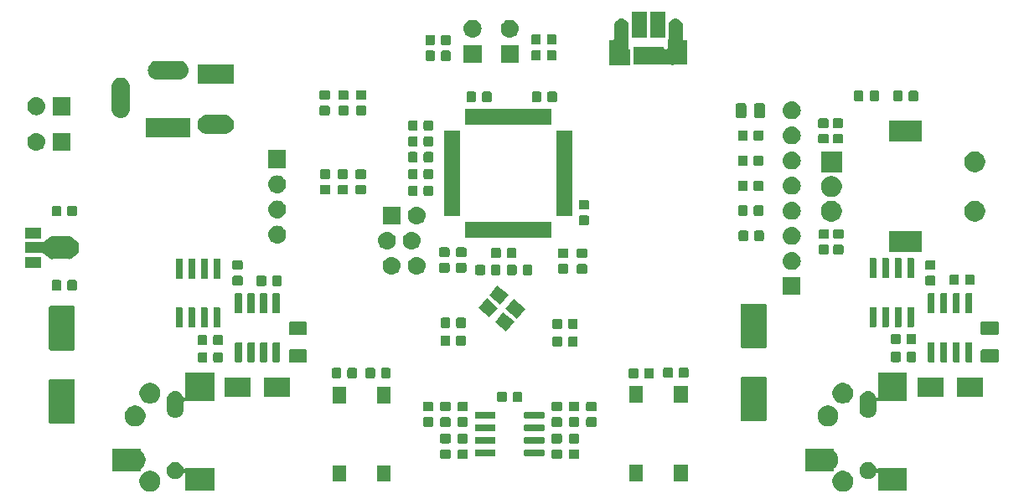
<source format=gbr>
G04 #@! TF.GenerationSoftware,KiCad,Pcbnew,(5.1.2)-1*
G04 #@! TF.CreationDate,2020-10-29T23:57:23+01:00*
G04 #@! TF.ProjectId,SolderingRT1,536f6c64-6572-4696-9e67-5254312e6b69,rev?*
G04 #@! TF.SameCoordinates,Original*
G04 #@! TF.FileFunction,Soldermask,Top*
G04 #@! TF.FilePolarity,Negative*
%FSLAX46Y46*%
G04 Gerber Fmt 4.6, Leading zero omitted, Abs format (unit mm)*
G04 Created by KiCad (PCBNEW (5.1.2)-1) date 2020-10-29 23:57:23*
%MOMM*%
%LPD*%
G04 APERTURE LIST*
%ADD10C,0.100000*%
G04 APERTURE END LIST*
D10*
G36*
X183956564Y-146749389D02*
G01*
X184147833Y-146828615D01*
X184147835Y-146828616D01*
X184319973Y-146943635D01*
X184466365Y-147090027D01*
X184568232Y-147242481D01*
X184581385Y-147262167D01*
X184660611Y-147453436D01*
X184701000Y-147656484D01*
X184701000Y-147863516D01*
X184660611Y-148066564D01*
X184581385Y-148257833D01*
X184581384Y-148257835D01*
X184466365Y-148429973D01*
X184319973Y-148576365D01*
X184147835Y-148691384D01*
X184147834Y-148691385D01*
X184147833Y-148691385D01*
X183956564Y-148770611D01*
X183753516Y-148811000D01*
X183546484Y-148811000D01*
X183343436Y-148770611D01*
X183152167Y-148691385D01*
X183152166Y-148691385D01*
X183152165Y-148691384D01*
X182980027Y-148576365D01*
X182833635Y-148429973D01*
X182718616Y-148257835D01*
X182718615Y-148257833D01*
X182639389Y-148066564D01*
X182599000Y-147863516D01*
X182599000Y-147656484D01*
X182639389Y-147453436D01*
X182718615Y-147262167D01*
X182731769Y-147242481D01*
X182833635Y-147090027D01*
X182959275Y-146964387D01*
X182961579Y-146961579D01*
X182964387Y-146959275D01*
X182980027Y-146943635D01*
X183053307Y-146894671D01*
X183152165Y-146828616D01*
X183152167Y-146828615D01*
X183343436Y-146749389D01*
X183546484Y-146709000D01*
X183753516Y-146709000D01*
X183956564Y-146749389D01*
X183956564Y-146749389D01*
G37*
G36*
X113956564Y-146749389D02*
G01*
X114147833Y-146828615D01*
X114147835Y-146828616D01*
X114319973Y-146943635D01*
X114466365Y-147090027D01*
X114568232Y-147242481D01*
X114581385Y-147262167D01*
X114660611Y-147453436D01*
X114701000Y-147656484D01*
X114701000Y-147863516D01*
X114660611Y-148066564D01*
X114581385Y-148257833D01*
X114581384Y-148257835D01*
X114466365Y-148429973D01*
X114319973Y-148576365D01*
X114147835Y-148691384D01*
X114147834Y-148691385D01*
X114147833Y-148691385D01*
X113956564Y-148770611D01*
X113753516Y-148811000D01*
X113546484Y-148811000D01*
X113343436Y-148770611D01*
X113152167Y-148691385D01*
X113152166Y-148691385D01*
X113152165Y-148691384D01*
X112980027Y-148576365D01*
X112833635Y-148429973D01*
X112718616Y-148257835D01*
X112718615Y-148257833D01*
X112639389Y-148066564D01*
X112599000Y-147863516D01*
X112599000Y-147656484D01*
X112639389Y-147453436D01*
X112718615Y-147262167D01*
X112731769Y-147242481D01*
X112833635Y-147090027D01*
X112959275Y-146964387D01*
X112961579Y-146961579D01*
X112964387Y-146959275D01*
X112980027Y-146943635D01*
X113053307Y-146894671D01*
X113152165Y-146828616D01*
X113152167Y-146828615D01*
X113343436Y-146749389D01*
X113546484Y-146709000D01*
X113753516Y-146709000D01*
X113956564Y-146749389D01*
X113956564Y-146749389D01*
G37*
G36*
X186448228Y-145881703D02*
G01*
X186603100Y-145945853D01*
X186742481Y-146038985D01*
X186861015Y-146157519D01*
X186954147Y-146296900D01*
X187008523Y-146428174D01*
X187020068Y-146449775D01*
X187035613Y-146468717D01*
X187054555Y-146484262D01*
X187076165Y-146495814D01*
X187099614Y-146502927D01*
X187124000Y-146505329D01*
X187148386Y-146502927D01*
X187171835Y-146495814D01*
X187193446Y-146484263D01*
X187212388Y-146468718D01*
X187227933Y-146449776D01*
X187228348Y-146449000D01*
X190151000Y-146449000D01*
X190151000Y-148751000D01*
X187249000Y-148751000D01*
X187249000Y-147019670D01*
X187246598Y-146995284D01*
X187239485Y-146971835D01*
X187227934Y-146950224D01*
X187212389Y-146931282D01*
X187193447Y-146915737D01*
X187171836Y-146904186D01*
X187148387Y-146897073D01*
X187124001Y-146894671D01*
X187099615Y-146897073D01*
X187076166Y-146904186D01*
X187054555Y-146915737D01*
X187035613Y-146931282D01*
X187020068Y-146950224D01*
X187008523Y-146971826D01*
X186954147Y-147103100D01*
X186861015Y-147242481D01*
X186742481Y-147361015D01*
X186603100Y-147454147D01*
X186448228Y-147518297D01*
X186283816Y-147551000D01*
X186116184Y-147551000D01*
X185951772Y-147518297D01*
X185796900Y-147454147D01*
X185657519Y-147361015D01*
X185538985Y-147242481D01*
X185445853Y-147103100D01*
X185381703Y-146948228D01*
X185349000Y-146783816D01*
X185349000Y-146616184D01*
X185381703Y-146451772D01*
X185445853Y-146296900D01*
X185538985Y-146157519D01*
X185657519Y-146038985D01*
X185796900Y-145945853D01*
X185951772Y-145881703D01*
X186116184Y-145849000D01*
X186283816Y-145849000D01*
X186448228Y-145881703D01*
X186448228Y-145881703D01*
G37*
G36*
X116448228Y-145881703D02*
G01*
X116603100Y-145945853D01*
X116742481Y-146038985D01*
X116861015Y-146157519D01*
X116954147Y-146296900D01*
X117008523Y-146428174D01*
X117020068Y-146449775D01*
X117035613Y-146468717D01*
X117054555Y-146484262D01*
X117076165Y-146495814D01*
X117099614Y-146502927D01*
X117124000Y-146505329D01*
X117148386Y-146502927D01*
X117171835Y-146495814D01*
X117193446Y-146484263D01*
X117212388Y-146468718D01*
X117227933Y-146449776D01*
X117228348Y-146449000D01*
X120151000Y-146449000D01*
X120151000Y-148751000D01*
X117249000Y-148751000D01*
X117249000Y-147019670D01*
X117246598Y-146995284D01*
X117239485Y-146971835D01*
X117227934Y-146950224D01*
X117212389Y-146931282D01*
X117193447Y-146915737D01*
X117171836Y-146904186D01*
X117148387Y-146897073D01*
X117124001Y-146894671D01*
X117099615Y-146897073D01*
X117076166Y-146904186D01*
X117054555Y-146915737D01*
X117035613Y-146931282D01*
X117020068Y-146950224D01*
X117008523Y-146971826D01*
X116954147Y-147103100D01*
X116861015Y-147242481D01*
X116742481Y-147361015D01*
X116603100Y-147454147D01*
X116448228Y-147518297D01*
X116283816Y-147551000D01*
X116116184Y-147551000D01*
X115951772Y-147518297D01*
X115796900Y-147454147D01*
X115657519Y-147361015D01*
X115538985Y-147242481D01*
X115445853Y-147103100D01*
X115381703Y-146948228D01*
X115349000Y-146783816D01*
X115349000Y-146616184D01*
X115381703Y-146451772D01*
X115445853Y-146296900D01*
X115538985Y-146157519D01*
X115657519Y-146038985D01*
X115796900Y-145945853D01*
X115951772Y-145881703D01*
X116116184Y-145849000D01*
X116283816Y-145849000D01*
X116448228Y-145881703D01*
X116448228Y-145881703D01*
G37*
G36*
X137995810Y-147832712D02*
G01*
X136593810Y-147832712D01*
X136593810Y-146180712D01*
X137995810Y-146180712D01*
X137995810Y-147832712D01*
X137995810Y-147832712D01*
G37*
G36*
X133495810Y-147832712D02*
G01*
X132093810Y-147832712D01*
X132093810Y-146180712D01*
X133495810Y-146180712D01*
X133495810Y-147832712D01*
X133495810Y-147832712D01*
G37*
G36*
X167982712Y-147756190D02*
G01*
X166580712Y-147756190D01*
X166580712Y-146104190D01*
X167982712Y-146104190D01*
X167982712Y-147756190D01*
X167982712Y-147756190D01*
G37*
G36*
X163482712Y-147756190D02*
G01*
X162080712Y-147756190D01*
X162080712Y-146104190D01*
X163482712Y-146104190D01*
X163482712Y-147756190D01*
X163482712Y-147756190D01*
G37*
G36*
X182751000Y-144680735D02*
G01*
X182753402Y-144705121D01*
X182760515Y-144728570D01*
X182772066Y-144750181D01*
X182787611Y-144769123D01*
X182806554Y-144784668D01*
X182819971Y-144793633D01*
X182966365Y-144940027D01*
X183081385Y-145112167D01*
X183160611Y-145303436D01*
X183201000Y-145506484D01*
X183201000Y-145713516D01*
X183160611Y-145916564D01*
X183082894Y-146104190D01*
X183081384Y-146107835D01*
X183032689Y-146180712D01*
X182966365Y-146279973D01*
X182819971Y-146426367D01*
X182806554Y-146435332D01*
X182787612Y-146450877D01*
X182772066Y-146469819D01*
X182760515Y-146491430D01*
X182753402Y-146514879D01*
X182751000Y-146539265D01*
X182751000Y-146751000D01*
X179849000Y-146751000D01*
X179849000Y-144449000D01*
X182751000Y-144449000D01*
X182751000Y-144680735D01*
X182751000Y-144680735D01*
G37*
G36*
X112751000Y-144680735D02*
G01*
X112753402Y-144705121D01*
X112760515Y-144728570D01*
X112772066Y-144750181D01*
X112787611Y-144769123D01*
X112806554Y-144784668D01*
X112819971Y-144793633D01*
X112966365Y-144940027D01*
X113081385Y-145112167D01*
X113160611Y-145303436D01*
X113201000Y-145506484D01*
X113201000Y-145713516D01*
X113160611Y-145916564D01*
X113082894Y-146104190D01*
X113081384Y-146107835D01*
X113032689Y-146180712D01*
X112966365Y-146279973D01*
X112819971Y-146426367D01*
X112806554Y-146435332D01*
X112787612Y-146450877D01*
X112772066Y-146469819D01*
X112760515Y-146491430D01*
X112753402Y-146514879D01*
X112751000Y-146539265D01*
X112751000Y-146751000D01*
X109849000Y-146751000D01*
X109849000Y-144449000D01*
X112751000Y-144449000D01*
X112751000Y-144680735D01*
X112751000Y-144680735D01*
G37*
G36*
X156879591Y-144553085D02*
G01*
X156913569Y-144563393D01*
X156944890Y-144580134D01*
X156972339Y-144602661D01*
X156994866Y-144630110D01*
X157011607Y-144661431D01*
X157021915Y-144695409D01*
X157026000Y-144736890D01*
X157026000Y-145338110D01*
X157021915Y-145379591D01*
X157011607Y-145413569D01*
X156994866Y-145444890D01*
X156972339Y-145472339D01*
X156944890Y-145494866D01*
X156913569Y-145511607D01*
X156879591Y-145521915D01*
X156838110Y-145526000D01*
X156161890Y-145526000D01*
X156120409Y-145521915D01*
X156086431Y-145511607D01*
X156055110Y-145494866D01*
X156027661Y-145472339D01*
X156005134Y-145444890D01*
X155988393Y-145413569D01*
X155978085Y-145379591D01*
X155974000Y-145338110D01*
X155974000Y-144736890D01*
X155978085Y-144695409D01*
X155988393Y-144661431D01*
X156005134Y-144630110D01*
X156027661Y-144602661D01*
X156055110Y-144580134D01*
X156086431Y-144563393D01*
X156120409Y-144553085D01*
X156161890Y-144549000D01*
X156838110Y-144549000D01*
X156879591Y-144553085D01*
X156879591Y-144553085D01*
G37*
G36*
X145629591Y-144553085D02*
G01*
X145663569Y-144563393D01*
X145694890Y-144580134D01*
X145722339Y-144602661D01*
X145744866Y-144630110D01*
X145761607Y-144661431D01*
X145771915Y-144695409D01*
X145776000Y-144736890D01*
X145776000Y-145338110D01*
X145771915Y-145379591D01*
X145761607Y-145413569D01*
X145744866Y-145444890D01*
X145722339Y-145472339D01*
X145694890Y-145494866D01*
X145663569Y-145511607D01*
X145629591Y-145521915D01*
X145588110Y-145526000D01*
X144911890Y-145526000D01*
X144870409Y-145521915D01*
X144836431Y-145511607D01*
X144805110Y-145494866D01*
X144777661Y-145472339D01*
X144755134Y-145444890D01*
X144738393Y-145413569D01*
X144728085Y-145379591D01*
X144724000Y-145338110D01*
X144724000Y-144736890D01*
X144728085Y-144695409D01*
X144738393Y-144661431D01*
X144755134Y-144630110D01*
X144777661Y-144602661D01*
X144805110Y-144580134D01*
X144836431Y-144563393D01*
X144870409Y-144553085D01*
X144911890Y-144549000D01*
X145588110Y-144549000D01*
X145629591Y-144553085D01*
X145629591Y-144553085D01*
G37*
G36*
X143879591Y-144553085D02*
G01*
X143913569Y-144563393D01*
X143944890Y-144580134D01*
X143972339Y-144602661D01*
X143994866Y-144630110D01*
X144011607Y-144661431D01*
X144021915Y-144695409D01*
X144026000Y-144736890D01*
X144026000Y-145338110D01*
X144021915Y-145379591D01*
X144011607Y-145413569D01*
X143994866Y-145444890D01*
X143972339Y-145472339D01*
X143944890Y-145494866D01*
X143913569Y-145511607D01*
X143879591Y-145521915D01*
X143838110Y-145526000D01*
X143161890Y-145526000D01*
X143120409Y-145521915D01*
X143086431Y-145511607D01*
X143055110Y-145494866D01*
X143027661Y-145472339D01*
X143005134Y-145444890D01*
X142988393Y-145413569D01*
X142978085Y-145379591D01*
X142974000Y-145338110D01*
X142974000Y-144736890D01*
X142978085Y-144695409D01*
X142988393Y-144661431D01*
X143005134Y-144630110D01*
X143027661Y-144602661D01*
X143055110Y-144580134D01*
X143086431Y-144563393D01*
X143120409Y-144553085D01*
X143161890Y-144549000D01*
X143838110Y-144549000D01*
X143879591Y-144553085D01*
X143879591Y-144553085D01*
G37*
G36*
X155129591Y-144553085D02*
G01*
X155163569Y-144563393D01*
X155194890Y-144580134D01*
X155222339Y-144602661D01*
X155244866Y-144630110D01*
X155261607Y-144661431D01*
X155271915Y-144695409D01*
X155276000Y-144736890D01*
X155276000Y-145338110D01*
X155271915Y-145379591D01*
X155261607Y-145413569D01*
X155244866Y-145444890D01*
X155222339Y-145472339D01*
X155194890Y-145494866D01*
X155163569Y-145511607D01*
X155129591Y-145521915D01*
X155088110Y-145526000D01*
X154411890Y-145526000D01*
X154370409Y-145521915D01*
X154336431Y-145511607D01*
X154305110Y-145494866D01*
X154277661Y-145472339D01*
X154255134Y-145444890D01*
X154238393Y-145413569D01*
X154228085Y-145379591D01*
X154224000Y-145338110D01*
X154224000Y-144736890D01*
X154228085Y-144695409D01*
X154238393Y-144661431D01*
X154255134Y-144630110D01*
X154277661Y-144602661D01*
X154305110Y-144580134D01*
X154336431Y-144563393D01*
X154370409Y-144553085D01*
X154411890Y-144549000D01*
X155088110Y-144549000D01*
X155129591Y-144553085D01*
X155129591Y-144553085D01*
G37*
G36*
X153409928Y-144556764D02*
G01*
X153431009Y-144563160D01*
X153450445Y-144573548D01*
X153467476Y-144587524D01*
X153481452Y-144604555D01*
X153491840Y-144623991D01*
X153498236Y-144645072D01*
X153501000Y-144673140D01*
X153501000Y-145136860D01*
X153498236Y-145164928D01*
X153491840Y-145186009D01*
X153481452Y-145205445D01*
X153467476Y-145222476D01*
X153450445Y-145236452D01*
X153431009Y-145246840D01*
X153409928Y-145253236D01*
X153381860Y-145256000D01*
X151568140Y-145256000D01*
X151540072Y-145253236D01*
X151518991Y-145246840D01*
X151499555Y-145236452D01*
X151482524Y-145222476D01*
X151468548Y-145205445D01*
X151458160Y-145186009D01*
X151451764Y-145164928D01*
X151449000Y-145136860D01*
X151449000Y-144673140D01*
X151451764Y-144645072D01*
X151458160Y-144623991D01*
X151468548Y-144604555D01*
X151482524Y-144587524D01*
X151499555Y-144573548D01*
X151518991Y-144563160D01*
X151540072Y-144556764D01*
X151568140Y-144554000D01*
X153381860Y-144554000D01*
X153409928Y-144556764D01*
X153409928Y-144556764D01*
G37*
G36*
X148459928Y-144556764D02*
G01*
X148481009Y-144563160D01*
X148500445Y-144573548D01*
X148517476Y-144587524D01*
X148531452Y-144604555D01*
X148541840Y-144623991D01*
X148548236Y-144645072D01*
X148551000Y-144673140D01*
X148551000Y-145136860D01*
X148548236Y-145164928D01*
X148541840Y-145186009D01*
X148531452Y-145205445D01*
X148517476Y-145222476D01*
X148500445Y-145236452D01*
X148481009Y-145246840D01*
X148459928Y-145253236D01*
X148431860Y-145256000D01*
X146618140Y-145256000D01*
X146590072Y-145253236D01*
X146568991Y-145246840D01*
X146549555Y-145236452D01*
X146532524Y-145222476D01*
X146518548Y-145205445D01*
X146508160Y-145186009D01*
X146501764Y-145164928D01*
X146499000Y-145136860D01*
X146499000Y-144673140D01*
X146501764Y-144645072D01*
X146508160Y-144623991D01*
X146518548Y-144604555D01*
X146532524Y-144587524D01*
X146549555Y-144573548D01*
X146568991Y-144563160D01*
X146590072Y-144556764D01*
X146618140Y-144554000D01*
X148431860Y-144554000D01*
X148459928Y-144556764D01*
X148459928Y-144556764D01*
G37*
G36*
X153409928Y-143286764D02*
G01*
X153431009Y-143293160D01*
X153450445Y-143303548D01*
X153467476Y-143317524D01*
X153481452Y-143334555D01*
X153491840Y-143353991D01*
X153498236Y-143375072D01*
X153501000Y-143403140D01*
X153501000Y-143866860D01*
X153498236Y-143894928D01*
X153491840Y-143916009D01*
X153481452Y-143935445D01*
X153467476Y-143952476D01*
X153450445Y-143966452D01*
X153431009Y-143976840D01*
X153409928Y-143983236D01*
X153381860Y-143986000D01*
X151568140Y-143986000D01*
X151540072Y-143983236D01*
X151518991Y-143976840D01*
X151499555Y-143966452D01*
X151482524Y-143952476D01*
X151468548Y-143935445D01*
X151458160Y-143916009D01*
X151451764Y-143894928D01*
X151449000Y-143866860D01*
X151449000Y-143403140D01*
X151451764Y-143375072D01*
X151458160Y-143353991D01*
X151468548Y-143334555D01*
X151482524Y-143317524D01*
X151499555Y-143303548D01*
X151518991Y-143293160D01*
X151540072Y-143286764D01*
X151568140Y-143284000D01*
X153381860Y-143284000D01*
X153409928Y-143286764D01*
X153409928Y-143286764D01*
G37*
G36*
X148459928Y-143286764D02*
G01*
X148481009Y-143293160D01*
X148500445Y-143303548D01*
X148517476Y-143317524D01*
X148531452Y-143334555D01*
X148541840Y-143353991D01*
X148548236Y-143375072D01*
X148551000Y-143403140D01*
X148551000Y-143866860D01*
X148548236Y-143894928D01*
X148541840Y-143916009D01*
X148531452Y-143935445D01*
X148517476Y-143952476D01*
X148500445Y-143966452D01*
X148481009Y-143976840D01*
X148459928Y-143983236D01*
X148431860Y-143986000D01*
X146618140Y-143986000D01*
X146590072Y-143983236D01*
X146568991Y-143976840D01*
X146549555Y-143966452D01*
X146532524Y-143952476D01*
X146518548Y-143935445D01*
X146508160Y-143916009D01*
X146501764Y-143894928D01*
X146499000Y-143866860D01*
X146499000Y-143403140D01*
X146501764Y-143375072D01*
X146508160Y-143353991D01*
X146518548Y-143334555D01*
X146532524Y-143317524D01*
X146549555Y-143303548D01*
X146568991Y-143293160D01*
X146590072Y-143286764D01*
X146618140Y-143284000D01*
X148431860Y-143284000D01*
X148459928Y-143286764D01*
X148459928Y-143286764D01*
G37*
G36*
X145629591Y-142978085D02*
G01*
X145663569Y-142988393D01*
X145694890Y-143005134D01*
X145722339Y-143027661D01*
X145744866Y-143055110D01*
X145761607Y-143086431D01*
X145771915Y-143120409D01*
X145776000Y-143161890D01*
X145776000Y-143763110D01*
X145771915Y-143804591D01*
X145761607Y-143838569D01*
X145744866Y-143869890D01*
X145722339Y-143897339D01*
X145694890Y-143919866D01*
X145663569Y-143936607D01*
X145629591Y-143946915D01*
X145588110Y-143951000D01*
X144911890Y-143951000D01*
X144870409Y-143946915D01*
X144836431Y-143936607D01*
X144805110Y-143919866D01*
X144777661Y-143897339D01*
X144755134Y-143869890D01*
X144738393Y-143838569D01*
X144728085Y-143804591D01*
X144724000Y-143763110D01*
X144724000Y-143161890D01*
X144728085Y-143120409D01*
X144738393Y-143086431D01*
X144755134Y-143055110D01*
X144777661Y-143027661D01*
X144805110Y-143005134D01*
X144836431Y-142988393D01*
X144870409Y-142978085D01*
X144911890Y-142974000D01*
X145588110Y-142974000D01*
X145629591Y-142978085D01*
X145629591Y-142978085D01*
G37*
G36*
X156879591Y-142978085D02*
G01*
X156913569Y-142988393D01*
X156944890Y-143005134D01*
X156972339Y-143027661D01*
X156994866Y-143055110D01*
X157011607Y-143086431D01*
X157021915Y-143120409D01*
X157026000Y-143161890D01*
X157026000Y-143763110D01*
X157021915Y-143804591D01*
X157011607Y-143838569D01*
X156994866Y-143869890D01*
X156972339Y-143897339D01*
X156944890Y-143919866D01*
X156913569Y-143936607D01*
X156879591Y-143946915D01*
X156838110Y-143951000D01*
X156161890Y-143951000D01*
X156120409Y-143946915D01*
X156086431Y-143936607D01*
X156055110Y-143919866D01*
X156027661Y-143897339D01*
X156005134Y-143869890D01*
X155988393Y-143838569D01*
X155978085Y-143804591D01*
X155974000Y-143763110D01*
X155974000Y-143161890D01*
X155978085Y-143120409D01*
X155988393Y-143086431D01*
X156005134Y-143055110D01*
X156027661Y-143027661D01*
X156055110Y-143005134D01*
X156086431Y-142988393D01*
X156120409Y-142978085D01*
X156161890Y-142974000D01*
X156838110Y-142974000D01*
X156879591Y-142978085D01*
X156879591Y-142978085D01*
G37*
G36*
X143879591Y-142978085D02*
G01*
X143913569Y-142988393D01*
X143944890Y-143005134D01*
X143972339Y-143027661D01*
X143994866Y-143055110D01*
X144011607Y-143086431D01*
X144021915Y-143120409D01*
X144026000Y-143161890D01*
X144026000Y-143763110D01*
X144021915Y-143804591D01*
X144011607Y-143838569D01*
X143994866Y-143869890D01*
X143972339Y-143897339D01*
X143944890Y-143919866D01*
X143913569Y-143936607D01*
X143879591Y-143946915D01*
X143838110Y-143951000D01*
X143161890Y-143951000D01*
X143120409Y-143946915D01*
X143086431Y-143936607D01*
X143055110Y-143919866D01*
X143027661Y-143897339D01*
X143005134Y-143869890D01*
X142988393Y-143838569D01*
X142978085Y-143804591D01*
X142974000Y-143763110D01*
X142974000Y-143161890D01*
X142978085Y-143120409D01*
X142988393Y-143086431D01*
X143005134Y-143055110D01*
X143027661Y-143027661D01*
X143055110Y-143005134D01*
X143086431Y-142988393D01*
X143120409Y-142978085D01*
X143161890Y-142974000D01*
X143838110Y-142974000D01*
X143879591Y-142978085D01*
X143879591Y-142978085D01*
G37*
G36*
X155129591Y-142978085D02*
G01*
X155163569Y-142988393D01*
X155194890Y-143005134D01*
X155222339Y-143027661D01*
X155244866Y-143055110D01*
X155261607Y-143086431D01*
X155271915Y-143120409D01*
X155276000Y-143161890D01*
X155276000Y-143763110D01*
X155271915Y-143804591D01*
X155261607Y-143838569D01*
X155244866Y-143869890D01*
X155222339Y-143897339D01*
X155194890Y-143919866D01*
X155163569Y-143936607D01*
X155129591Y-143946915D01*
X155088110Y-143951000D01*
X154411890Y-143951000D01*
X154370409Y-143946915D01*
X154336431Y-143936607D01*
X154305110Y-143919866D01*
X154277661Y-143897339D01*
X154255134Y-143869890D01*
X154238393Y-143838569D01*
X154228085Y-143804591D01*
X154224000Y-143763110D01*
X154224000Y-143161890D01*
X154228085Y-143120409D01*
X154238393Y-143086431D01*
X154255134Y-143055110D01*
X154277661Y-143027661D01*
X154305110Y-143005134D01*
X154336431Y-142988393D01*
X154370409Y-142978085D01*
X154411890Y-142974000D01*
X155088110Y-142974000D01*
X155129591Y-142978085D01*
X155129591Y-142978085D01*
G37*
G36*
X153409928Y-142016764D02*
G01*
X153431009Y-142023160D01*
X153450445Y-142033548D01*
X153467476Y-142047524D01*
X153481452Y-142064555D01*
X153491840Y-142083991D01*
X153498236Y-142105072D01*
X153501000Y-142133140D01*
X153501000Y-142596860D01*
X153498236Y-142624928D01*
X153491840Y-142646009D01*
X153481452Y-142665445D01*
X153467476Y-142682476D01*
X153450445Y-142696452D01*
X153431009Y-142706840D01*
X153409928Y-142713236D01*
X153381860Y-142716000D01*
X151568140Y-142716000D01*
X151540072Y-142713236D01*
X151518991Y-142706840D01*
X151499555Y-142696452D01*
X151482524Y-142682476D01*
X151468548Y-142665445D01*
X151458160Y-142646009D01*
X151451764Y-142624928D01*
X151449000Y-142596860D01*
X151449000Y-142133140D01*
X151451764Y-142105072D01*
X151458160Y-142083991D01*
X151468548Y-142064555D01*
X151482524Y-142047524D01*
X151499555Y-142033548D01*
X151518991Y-142023160D01*
X151540072Y-142016764D01*
X151568140Y-142014000D01*
X153381860Y-142014000D01*
X153409928Y-142016764D01*
X153409928Y-142016764D01*
G37*
G36*
X148459928Y-142016764D02*
G01*
X148481009Y-142023160D01*
X148500445Y-142033548D01*
X148517476Y-142047524D01*
X148531452Y-142064555D01*
X148541840Y-142083991D01*
X148548236Y-142105072D01*
X148551000Y-142133140D01*
X148551000Y-142596860D01*
X148548236Y-142624928D01*
X148541840Y-142646009D01*
X148531452Y-142665445D01*
X148517476Y-142682476D01*
X148500445Y-142696452D01*
X148481009Y-142706840D01*
X148459928Y-142713236D01*
X148431860Y-142716000D01*
X146618140Y-142716000D01*
X146590072Y-142713236D01*
X146568991Y-142706840D01*
X146549555Y-142696452D01*
X146532524Y-142682476D01*
X146518548Y-142665445D01*
X146508160Y-142646009D01*
X146501764Y-142624928D01*
X146499000Y-142596860D01*
X146499000Y-142133140D01*
X146501764Y-142105072D01*
X146508160Y-142083991D01*
X146518548Y-142064555D01*
X146532524Y-142047524D01*
X146549555Y-142033548D01*
X146568991Y-142023160D01*
X146590072Y-142016764D01*
X146618140Y-142014000D01*
X148431860Y-142014000D01*
X148459928Y-142016764D01*
X148459928Y-142016764D01*
G37*
G36*
X145629591Y-141303085D02*
G01*
X145663569Y-141313393D01*
X145694890Y-141330134D01*
X145722339Y-141352661D01*
X145744866Y-141380110D01*
X145761607Y-141411431D01*
X145771915Y-141445409D01*
X145776000Y-141486890D01*
X145776000Y-142088110D01*
X145771915Y-142129591D01*
X145761607Y-142163569D01*
X145744866Y-142194890D01*
X145722339Y-142222339D01*
X145694890Y-142244866D01*
X145663569Y-142261607D01*
X145629591Y-142271915D01*
X145588110Y-142276000D01*
X144911890Y-142276000D01*
X144870409Y-142271915D01*
X144836431Y-142261607D01*
X144805110Y-142244866D01*
X144777661Y-142222339D01*
X144755134Y-142194890D01*
X144738393Y-142163569D01*
X144728085Y-142129591D01*
X144724000Y-142088110D01*
X144724000Y-141486890D01*
X144728085Y-141445409D01*
X144738393Y-141411431D01*
X144755134Y-141380110D01*
X144777661Y-141352661D01*
X144805110Y-141330134D01*
X144836431Y-141313393D01*
X144870409Y-141303085D01*
X144911890Y-141299000D01*
X145588110Y-141299000D01*
X145629591Y-141303085D01*
X145629591Y-141303085D01*
G37*
G36*
X143879591Y-141303085D02*
G01*
X143913569Y-141313393D01*
X143944890Y-141330134D01*
X143972339Y-141352661D01*
X143994866Y-141380110D01*
X144011607Y-141411431D01*
X144021915Y-141445409D01*
X144026000Y-141486890D01*
X144026000Y-142088110D01*
X144021915Y-142129591D01*
X144011607Y-142163569D01*
X143994866Y-142194890D01*
X143972339Y-142222339D01*
X143944890Y-142244866D01*
X143913569Y-142261607D01*
X143879591Y-142271915D01*
X143838110Y-142276000D01*
X143161890Y-142276000D01*
X143120409Y-142271915D01*
X143086431Y-142261607D01*
X143055110Y-142244866D01*
X143027661Y-142222339D01*
X143005134Y-142194890D01*
X142988393Y-142163569D01*
X142978085Y-142129591D01*
X142974000Y-142088110D01*
X142974000Y-141486890D01*
X142978085Y-141445409D01*
X142988393Y-141411431D01*
X143005134Y-141380110D01*
X143027661Y-141352661D01*
X143055110Y-141330134D01*
X143086431Y-141313393D01*
X143120409Y-141303085D01*
X143161890Y-141299000D01*
X143838110Y-141299000D01*
X143879591Y-141303085D01*
X143879591Y-141303085D01*
G37*
G36*
X142129591Y-141303085D02*
G01*
X142163569Y-141313393D01*
X142194890Y-141330134D01*
X142222339Y-141352661D01*
X142244866Y-141380110D01*
X142261607Y-141411431D01*
X142271915Y-141445409D01*
X142276000Y-141486890D01*
X142276000Y-142088110D01*
X142271915Y-142129591D01*
X142261607Y-142163569D01*
X142244866Y-142194890D01*
X142222339Y-142222339D01*
X142194890Y-142244866D01*
X142163569Y-142261607D01*
X142129591Y-142271915D01*
X142088110Y-142276000D01*
X141411890Y-142276000D01*
X141370409Y-142271915D01*
X141336431Y-142261607D01*
X141305110Y-142244866D01*
X141277661Y-142222339D01*
X141255134Y-142194890D01*
X141238393Y-142163569D01*
X141228085Y-142129591D01*
X141224000Y-142088110D01*
X141224000Y-141486890D01*
X141228085Y-141445409D01*
X141238393Y-141411431D01*
X141255134Y-141380110D01*
X141277661Y-141352661D01*
X141305110Y-141330134D01*
X141336431Y-141313393D01*
X141370409Y-141303085D01*
X141411890Y-141299000D01*
X142088110Y-141299000D01*
X142129591Y-141303085D01*
X142129591Y-141303085D01*
G37*
G36*
X158629591Y-141303085D02*
G01*
X158663569Y-141313393D01*
X158694890Y-141330134D01*
X158722339Y-141352661D01*
X158744866Y-141380110D01*
X158761607Y-141411431D01*
X158771915Y-141445409D01*
X158776000Y-141486890D01*
X158776000Y-142088110D01*
X158771915Y-142129591D01*
X158761607Y-142163569D01*
X158744866Y-142194890D01*
X158722339Y-142222339D01*
X158694890Y-142244866D01*
X158663569Y-142261607D01*
X158629591Y-142271915D01*
X158588110Y-142276000D01*
X157911890Y-142276000D01*
X157870409Y-142271915D01*
X157836431Y-142261607D01*
X157805110Y-142244866D01*
X157777661Y-142222339D01*
X157755134Y-142194890D01*
X157738393Y-142163569D01*
X157728085Y-142129591D01*
X157724000Y-142088110D01*
X157724000Y-141486890D01*
X157728085Y-141445409D01*
X157738393Y-141411431D01*
X157755134Y-141380110D01*
X157777661Y-141352661D01*
X157805110Y-141330134D01*
X157836431Y-141313393D01*
X157870409Y-141303085D01*
X157911890Y-141299000D01*
X158588110Y-141299000D01*
X158629591Y-141303085D01*
X158629591Y-141303085D01*
G37*
G36*
X155129591Y-141303085D02*
G01*
X155163569Y-141313393D01*
X155194890Y-141330134D01*
X155222339Y-141352661D01*
X155244866Y-141380110D01*
X155261607Y-141411431D01*
X155271915Y-141445409D01*
X155276000Y-141486890D01*
X155276000Y-142088110D01*
X155271915Y-142129591D01*
X155261607Y-142163569D01*
X155244866Y-142194890D01*
X155222339Y-142222339D01*
X155194890Y-142244866D01*
X155163569Y-142261607D01*
X155129591Y-142271915D01*
X155088110Y-142276000D01*
X154411890Y-142276000D01*
X154370409Y-142271915D01*
X154336431Y-142261607D01*
X154305110Y-142244866D01*
X154277661Y-142222339D01*
X154255134Y-142194890D01*
X154238393Y-142163569D01*
X154228085Y-142129591D01*
X154224000Y-142088110D01*
X154224000Y-141486890D01*
X154228085Y-141445409D01*
X154238393Y-141411431D01*
X154255134Y-141380110D01*
X154277661Y-141352661D01*
X154305110Y-141330134D01*
X154336431Y-141313393D01*
X154370409Y-141303085D01*
X154411890Y-141299000D01*
X155088110Y-141299000D01*
X155129591Y-141303085D01*
X155129591Y-141303085D01*
G37*
G36*
X156879591Y-141303085D02*
G01*
X156913569Y-141313393D01*
X156944890Y-141330134D01*
X156972339Y-141352661D01*
X156994866Y-141380110D01*
X157011607Y-141411431D01*
X157021915Y-141445409D01*
X157026000Y-141486890D01*
X157026000Y-142088110D01*
X157021915Y-142129591D01*
X157011607Y-142163569D01*
X156994866Y-142194890D01*
X156972339Y-142222339D01*
X156944890Y-142244866D01*
X156913569Y-142261607D01*
X156879591Y-142271915D01*
X156838110Y-142276000D01*
X156161890Y-142276000D01*
X156120409Y-142271915D01*
X156086431Y-142261607D01*
X156055110Y-142244866D01*
X156027661Y-142222339D01*
X156005134Y-142194890D01*
X155988393Y-142163569D01*
X155978085Y-142129591D01*
X155974000Y-142088110D01*
X155974000Y-141486890D01*
X155978085Y-141445409D01*
X155988393Y-141411431D01*
X156005134Y-141380110D01*
X156027661Y-141352661D01*
X156055110Y-141330134D01*
X156086431Y-141313393D01*
X156120409Y-141303085D01*
X156161890Y-141299000D01*
X156838110Y-141299000D01*
X156879591Y-141303085D01*
X156879591Y-141303085D01*
G37*
G36*
X182456564Y-140149389D02*
G01*
X182647833Y-140228615D01*
X182647835Y-140228616D01*
X182819973Y-140343635D01*
X182966365Y-140490027D01*
X183079828Y-140659836D01*
X183081385Y-140662167D01*
X183160611Y-140853436D01*
X183201000Y-141056484D01*
X183201000Y-141263516D01*
X183160611Y-141466564D01*
X183095072Y-141624789D01*
X183081384Y-141657835D01*
X182966365Y-141829973D01*
X182819973Y-141976365D01*
X182647835Y-142091384D01*
X182647834Y-142091385D01*
X182647833Y-142091385D01*
X182456564Y-142170611D01*
X182253516Y-142211000D01*
X182046484Y-142211000D01*
X181843436Y-142170611D01*
X181652167Y-142091385D01*
X181652166Y-142091385D01*
X181652165Y-142091384D01*
X181480027Y-141976365D01*
X181333635Y-141829973D01*
X181218616Y-141657835D01*
X181204928Y-141624789D01*
X181139389Y-141466564D01*
X181099000Y-141263516D01*
X181099000Y-141056484D01*
X181139389Y-140853436D01*
X181218615Y-140662167D01*
X181220173Y-140659836D01*
X181333635Y-140490027D01*
X181480027Y-140343635D01*
X181652165Y-140228616D01*
X181652167Y-140228615D01*
X181843436Y-140149389D01*
X182046484Y-140109000D01*
X182253516Y-140109000D01*
X182456564Y-140149389D01*
X182456564Y-140149389D01*
G37*
G36*
X112456564Y-140149389D02*
G01*
X112647833Y-140228615D01*
X112647835Y-140228616D01*
X112819973Y-140343635D01*
X112966365Y-140490027D01*
X113079828Y-140659836D01*
X113081385Y-140662167D01*
X113160611Y-140853436D01*
X113201000Y-141056484D01*
X113201000Y-141263516D01*
X113160611Y-141466564D01*
X113095072Y-141624789D01*
X113081384Y-141657835D01*
X112966365Y-141829973D01*
X112819973Y-141976365D01*
X112647835Y-142091384D01*
X112647834Y-142091385D01*
X112647833Y-142091385D01*
X112456564Y-142170611D01*
X112253516Y-142211000D01*
X112046484Y-142211000D01*
X111843436Y-142170611D01*
X111652167Y-142091385D01*
X111652166Y-142091385D01*
X111652165Y-142091384D01*
X111480027Y-141976365D01*
X111333635Y-141829973D01*
X111218616Y-141657835D01*
X111204928Y-141624789D01*
X111139389Y-141466564D01*
X111099000Y-141263516D01*
X111099000Y-141056484D01*
X111139389Y-140853436D01*
X111218615Y-140662167D01*
X111220173Y-140659836D01*
X111333635Y-140490027D01*
X111480027Y-140343635D01*
X111652165Y-140228616D01*
X111652167Y-140228615D01*
X111843436Y-140149389D01*
X112046484Y-140109000D01*
X112253516Y-140109000D01*
X112456564Y-140149389D01*
X112456564Y-140149389D01*
G37*
G36*
X105921934Y-137452671D02*
G01*
X105951877Y-137461754D01*
X105979465Y-137476500D01*
X106003651Y-137496349D01*
X106023500Y-137520535D01*
X106038246Y-137548123D01*
X106047329Y-137578066D01*
X106051000Y-137615340D01*
X106051000Y-141784660D01*
X106047329Y-141821934D01*
X106038246Y-141851877D01*
X106023500Y-141879465D01*
X106003651Y-141903651D01*
X105979465Y-141923500D01*
X105951877Y-141938246D01*
X105921934Y-141947329D01*
X105884660Y-141951000D01*
X103615340Y-141951000D01*
X103578066Y-141947329D01*
X103548123Y-141938246D01*
X103520535Y-141923500D01*
X103496349Y-141903651D01*
X103476500Y-141879465D01*
X103461754Y-141851877D01*
X103452671Y-141821934D01*
X103449000Y-141784660D01*
X103449000Y-137615340D01*
X103452671Y-137578066D01*
X103461754Y-137548123D01*
X103476500Y-137520535D01*
X103496349Y-137496349D01*
X103520535Y-137476500D01*
X103548123Y-137461754D01*
X103578066Y-137452671D01*
X103615340Y-137449000D01*
X105884660Y-137449000D01*
X105921934Y-137452671D01*
X105921934Y-137452671D01*
G37*
G36*
X175821934Y-137202671D02*
G01*
X175851877Y-137211754D01*
X175879465Y-137226500D01*
X175903651Y-137246349D01*
X175923500Y-137270535D01*
X175938246Y-137298123D01*
X175947329Y-137328066D01*
X175951000Y-137365340D01*
X175951000Y-141534660D01*
X175947329Y-141571934D01*
X175938246Y-141601877D01*
X175923500Y-141629465D01*
X175903651Y-141653651D01*
X175879465Y-141673500D01*
X175851877Y-141688246D01*
X175821934Y-141697329D01*
X175784660Y-141701000D01*
X173515340Y-141701000D01*
X173478066Y-141697329D01*
X173448123Y-141688246D01*
X173420535Y-141673500D01*
X173396349Y-141653651D01*
X173376500Y-141629465D01*
X173361754Y-141601877D01*
X173352671Y-141571934D01*
X173349000Y-141534660D01*
X173349000Y-137365340D01*
X173352671Y-137328066D01*
X173361754Y-137298123D01*
X173376500Y-137270535D01*
X173396349Y-137246349D01*
X173420535Y-137226500D01*
X173448123Y-137211754D01*
X173478066Y-137202671D01*
X173515340Y-137199000D01*
X175784660Y-137199000D01*
X175821934Y-137202671D01*
X175821934Y-137202671D01*
G37*
G36*
X153409928Y-140746764D02*
G01*
X153431009Y-140753160D01*
X153450445Y-140763548D01*
X153467476Y-140777524D01*
X153481452Y-140794555D01*
X153491840Y-140813991D01*
X153498236Y-140835072D01*
X153501000Y-140863140D01*
X153501000Y-141326860D01*
X153498236Y-141354928D01*
X153491840Y-141376009D01*
X153481452Y-141395445D01*
X153467476Y-141412476D01*
X153450445Y-141426452D01*
X153431009Y-141436840D01*
X153409928Y-141443236D01*
X153381860Y-141446000D01*
X151568140Y-141446000D01*
X151540072Y-141443236D01*
X151518991Y-141436840D01*
X151499555Y-141426452D01*
X151482524Y-141412476D01*
X151468548Y-141395445D01*
X151458160Y-141376009D01*
X151451764Y-141354928D01*
X151449000Y-141326860D01*
X151449000Y-140863140D01*
X151451764Y-140835072D01*
X151458160Y-140813991D01*
X151468548Y-140794555D01*
X151482524Y-140777524D01*
X151499555Y-140763548D01*
X151518991Y-140753160D01*
X151540072Y-140746764D01*
X151568140Y-140744000D01*
X153381860Y-140744000D01*
X153409928Y-140746764D01*
X153409928Y-140746764D01*
G37*
G36*
X148459928Y-140746764D02*
G01*
X148481009Y-140753160D01*
X148500445Y-140763548D01*
X148517476Y-140777524D01*
X148531452Y-140794555D01*
X148541840Y-140813991D01*
X148548236Y-140835072D01*
X148551000Y-140863140D01*
X148551000Y-141326860D01*
X148548236Y-141354928D01*
X148541840Y-141376009D01*
X148531452Y-141395445D01*
X148517476Y-141412476D01*
X148500445Y-141426452D01*
X148481009Y-141436840D01*
X148459928Y-141443236D01*
X148431860Y-141446000D01*
X146618140Y-141446000D01*
X146590072Y-141443236D01*
X146568991Y-141436840D01*
X146549555Y-141426452D01*
X146532524Y-141412476D01*
X146518548Y-141395445D01*
X146508160Y-141376009D01*
X146501764Y-141354928D01*
X146499000Y-141326860D01*
X146499000Y-140863140D01*
X146501764Y-140835072D01*
X146508160Y-140813991D01*
X146518548Y-140794555D01*
X146532524Y-140777524D01*
X146549555Y-140763548D01*
X146568991Y-140753160D01*
X146590072Y-140746764D01*
X146618140Y-140744000D01*
X148431860Y-140744000D01*
X148459928Y-140746764D01*
X148459928Y-140746764D01*
G37*
G36*
X120151000Y-139651000D02*
G01*
X117175999Y-139651000D01*
X117151613Y-139653402D01*
X117128164Y-139660515D01*
X117106553Y-139672066D01*
X117087611Y-139687611D01*
X117072066Y-139706553D01*
X117060515Y-139728164D01*
X117053402Y-139751613D01*
X117051000Y-139775999D01*
X117051000Y-140561803D01*
X117038687Y-140686823D01*
X116990024Y-140847242D01*
X116951401Y-140919500D01*
X116911004Y-140995078D01*
X116804659Y-141124659D01*
X116675078Y-141231004D01*
X116675076Y-141231005D01*
X116527242Y-141310024D01*
X116366823Y-141358687D01*
X116200000Y-141375117D01*
X116033178Y-141358687D01*
X115872759Y-141310024D01*
X115724925Y-141231005D01*
X115724923Y-141231004D01*
X115595342Y-141124659D01*
X115488997Y-140995078D01*
X115448600Y-140919500D01*
X115409977Y-140847242D01*
X115361314Y-140686823D01*
X115349001Y-140561804D01*
X115349000Y-139478197D01*
X115361313Y-139353178D01*
X115409976Y-139192759D01*
X115488995Y-139044923D01*
X115595341Y-138915341D01*
X115599546Y-138911890D01*
X115724922Y-138808996D01*
X115783546Y-138777661D01*
X115872758Y-138729976D01*
X116033177Y-138681313D01*
X116200000Y-138664883D01*
X116366822Y-138681313D01*
X116527241Y-138729976D01*
X116675077Y-138808995D01*
X116800454Y-138911890D01*
X116804659Y-138915341D01*
X116911004Y-139044922D01*
X116911005Y-139044924D01*
X116990024Y-139192758D01*
X117004384Y-139240096D01*
X117013762Y-139262735D01*
X117027376Y-139283110D01*
X117044703Y-139300437D01*
X117065077Y-139314050D01*
X117087716Y-139323428D01*
X117111749Y-139328208D01*
X117136253Y-139328208D01*
X117160286Y-139323428D01*
X117182925Y-139314050D01*
X117203300Y-139300436D01*
X117220627Y-139283109D01*
X117234240Y-139262735D01*
X117243618Y-139240096D01*
X117249000Y-139203811D01*
X117249000Y-136749000D01*
X120151000Y-136749000D01*
X120151000Y-139651000D01*
X120151000Y-139651000D01*
G37*
G36*
X190151000Y-139651000D02*
G01*
X187175999Y-139651000D01*
X187151613Y-139653402D01*
X187128164Y-139660515D01*
X187106553Y-139672066D01*
X187087611Y-139687611D01*
X187072066Y-139706553D01*
X187060515Y-139728164D01*
X187053402Y-139751613D01*
X187051000Y-139775999D01*
X187051000Y-140561803D01*
X187038687Y-140686823D01*
X186990024Y-140847242D01*
X186951401Y-140919500D01*
X186911004Y-140995078D01*
X186804659Y-141124659D01*
X186675078Y-141231004D01*
X186675076Y-141231005D01*
X186527242Y-141310024D01*
X186366823Y-141358687D01*
X186200000Y-141375117D01*
X186033178Y-141358687D01*
X185872759Y-141310024D01*
X185724925Y-141231005D01*
X185724923Y-141231004D01*
X185595342Y-141124659D01*
X185488997Y-140995078D01*
X185448600Y-140919500D01*
X185409977Y-140847242D01*
X185361314Y-140686823D01*
X185349001Y-140561804D01*
X185349000Y-139478197D01*
X185361313Y-139353178D01*
X185409976Y-139192759D01*
X185488995Y-139044923D01*
X185595341Y-138915341D01*
X185599546Y-138911890D01*
X185724922Y-138808996D01*
X185783546Y-138777661D01*
X185872758Y-138729976D01*
X186033177Y-138681313D01*
X186200000Y-138664883D01*
X186366822Y-138681313D01*
X186527241Y-138729976D01*
X186675077Y-138808995D01*
X186800454Y-138911890D01*
X186804659Y-138915341D01*
X186911004Y-139044922D01*
X186911005Y-139044924D01*
X186990024Y-139192758D01*
X187004384Y-139240096D01*
X187013762Y-139262735D01*
X187027376Y-139283110D01*
X187044703Y-139300437D01*
X187065077Y-139314050D01*
X187087716Y-139323428D01*
X187111749Y-139328208D01*
X187136253Y-139328208D01*
X187160286Y-139323428D01*
X187182925Y-139314050D01*
X187203300Y-139300436D01*
X187220627Y-139283109D01*
X187234240Y-139262735D01*
X187243618Y-139240096D01*
X187249000Y-139203811D01*
X187249000Y-136749000D01*
X190151000Y-136749000D01*
X190151000Y-139651000D01*
X190151000Y-139651000D01*
G37*
G36*
X143879591Y-139728085D02*
G01*
X143913569Y-139738393D01*
X143944890Y-139755134D01*
X143972339Y-139777661D01*
X143994866Y-139805110D01*
X144011607Y-139836431D01*
X144021915Y-139870409D01*
X144026000Y-139911890D01*
X144026000Y-140513110D01*
X144021915Y-140554591D01*
X144011607Y-140588569D01*
X143994866Y-140619890D01*
X143972339Y-140647339D01*
X143944890Y-140669866D01*
X143913569Y-140686607D01*
X143879591Y-140696915D01*
X143838110Y-140701000D01*
X143161890Y-140701000D01*
X143120409Y-140696915D01*
X143086431Y-140686607D01*
X143055110Y-140669866D01*
X143027661Y-140647339D01*
X143005134Y-140619890D01*
X142988393Y-140588569D01*
X142978085Y-140554591D01*
X142974000Y-140513110D01*
X142974000Y-139911890D01*
X142978085Y-139870409D01*
X142988393Y-139836431D01*
X143005134Y-139805110D01*
X143027661Y-139777661D01*
X143055110Y-139755134D01*
X143086431Y-139738393D01*
X143120409Y-139728085D01*
X143161890Y-139724000D01*
X143838110Y-139724000D01*
X143879591Y-139728085D01*
X143879591Y-139728085D01*
G37*
G36*
X142129591Y-139728085D02*
G01*
X142163569Y-139738393D01*
X142194890Y-139755134D01*
X142222339Y-139777661D01*
X142244866Y-139805110D01*
X142261607Y-139836431D01*
X142271915Y-139870409D01*
X142276000Y-139911890D01*
X142276000Y-140513110D01*
X142271915Y-140554591D01*
X142261607Y-140588569D01*
X142244866Y-140619890D01*
X142222339Y-140647339D01*
X142194890Y-140669866D01*
X142163569Y-140686607D01*
X142129591Y-140696915D01*
X142088110Y-140701000D01*
X141411890Y-140701000D01*
X141370409Y-140696915D01*
X141336431Y-140686607D01*
X141305110Y-140669866D01*
X141277661Y-140647339D01*
X141255134Y-140619890D01*
X141238393Y-140588569D01*
X141228085Y-140554591D01*
X141224000Y-140513110D01*
X141224000Y-139911890D01*
X141228085Y-139870409D01*
X141238393Y-139836431D01*
X141255134Y-139805110D01*
X141277661Y-139777661D01*
X141305110Y-139755134D01*
X141336431Y-139738393D01*
X141370409Y-139728085D01*
X141411890Y-139724000D01*
X142088110Y-139724000D01*
X142129591Y-139728085D01*
X142129591Y-139728085D01*
G37*
G36*
X145629591Y-139728085D02*
G01*
X145663569Y-139738393D01*
X145694890Y-139755134D01*
X145722339Y-139777661D01*
X145744866Y-139805110D01*
X145761607Y-139836431D01*
X145771915Y-139870409D01*
X145776000Y-139911890D01*
X145776000Y-140513110D01*
X145771915Y-140554591D01*
X145761607Y-140588569D01*
X145744866Y-140619890D01*
X145722339Y-140647339D01*
X145694890Y-140669866D01*
X145663569Y-140686607D01*
X145629591Y-140696915D01*
X145588110Y-140701000D01*
X144911890Y-140701000D01*
X144870409Y-140696915D01*
X144836431Y-140686607D01*
X144805110Y-140669866D01*
X144777661Y-140647339D01*
X144755134Y-140619890D01*
X144738393Y-140588569D01*
X144728085Y-140554591D01*
X144724000Y-140513110D01*
X144724000Y-139911890D01*
X144728085Y-139870409D01*
X144738393Y-139836431D01*
X144755134Y-139805110D01*
X144777661Y-139777661D01*
X144805110Y-139755134D01*
X144836431Y-139738393D01*
X144870409Y-139728085D01*
X144911890Y-139724000D01*
X145588110Y-139724000D01*
X145629591Y-139728085D01*
X145629591Y-139728085D01*
G37*
G36*
X155129591Y-139728085D02*
G01*
X155163569Y-139738393D01*
X155194890Y-139755134D01*
X155222339Y-139777661D01*
X155244866Y-139805110D01*
X155261607Y-139836431D01*
X155271915Y-139870409D01*
X155276000Y-139911890D01*
X155276000Y-140513110D01*
X155271915Y-140554591D01*
X155261607Y-140588569D01*
X155244866Y-140619890D01*
X155222339Y-140647339D01*
X155194890Y-140669866D01*
X155163569Y-140686607D01*
X155129591Y-140696915D01*
X155088110Y-140701000D01*
X154411890Y-140701000D01*
X154370409Y-140696915D01*
X154336431Y-140686607D01*
X154305110Y-140669866D01*
X154277661Y-140647339D01*
X154255134Y-140619890D01*
X154238393Y-140588569D01*
X154228085Y-140554591D01*
X154224000Y-140513110D01*
X154224000Y-139911890D01*
X154228085Y-139870409D01*
X154238393Y-139836431D01*
X154255134Y-139805110D01*
X154277661Y-139777661D01*
X154305110Y-139755134D01*
X154336431Y-139738393D01*
X154370409Y-139728085D01*
X154411890Y-139724000D01*
X155088110Y-139724000D01*
X155129591Y-139728085D01*
X155129591Y-139728085D01*
G37*
G36*
X156879591Y-139728085D02*
G01*
X156913569Y-139738393D01*
X156944890Y-139755134D01*
X156972339Y-139777661D01*
X156994866Y-139805110D01*
X157011607Y-139836431D01*
X157021915Y-139870409D01*
X157026000Y-139911890D01*
X157026000Y-140513110D01*
X157021915Y-140554591D01*
X157011607Y-140588569D01*
X156994866Y-140619890D01*
X156972339Y-140647339D01*
X156944890Y-140669866D01*
X156913569Y-140686607D01*
X156879591Y-140696915D01*
X156838110Y-140701000D01*
X156161890Y-140701000D01*
X156120409Y-140696915D01*
X156086431Y-140686607D01*
X156055110Y-140669866D01*
X156027661Y-140647339D01*
X156005134Y-140619890D01*
X155988393Y-140588569D01*
X155978085Y-140554591D01*
X155974000Y-140513110D01*
X155974000Y-139911890D01*
X155978085Y-139870409D01*
X155988393Y-139836431D01*
X156005134Y-139805110D01*
X156027661Y-139777661D01*
X156055110Y-139755134D01*
X156086431Y-139738393D01*
X156120409Y-139728085D01*
X156161890Y-139724000D01*
X156838110Y-139724000D01*
X156879591Y-139728085D01*
X156879591Y-139728085D01*
G37*
G36*
X158629591Y-139728085D02*
G01*
X158663569Y-139738393D01*
X158694890Y-139755134D01*
X158722339Y-139777661D01*
X158744866Y-139805110D01*
X158761607Y-139836431D01*
X158771915Y-139870409D01*
X158776000Y-139911890D01*
X158776000Y-140513110D01*
X158771915Y-140554591D01*
X158761607Y-140588569D01*
X158744866Y-140619890D01*
X158722339Y-140647339D01*
X158694890Y-140669866D01*
X158663569Y-140686607D01*
X158629591Y-140696915D01*
X158588110Y-140701000D01*
X157911890Y-140701000D01*
X157870409Y-140696915D01*
X157836431Y-140686607D01*
X157805110Y-140669866D01*
X157777661Y-140647339D01*
X157755134Y-140619890D01*
X157738393Y-140588569D01*
X157728085Y-140554591D01*
X157724000Y-140513110D01*
X157724000Y-139911890D01*
X157728085Y-139870409D01*
X157738393Y-139836431D01*
X157755134Y-139805110D01*
X157777661Y-139777661D01*
X157805110Y-139755134D01*
X157836431Y-139738393D01*
X157870409Y-139728085D01*
X157911890Y-139724000D01*
X158588110Y-139724000D01*
X158629591Y-139728085D01*
X158629591Y-139728085D01*
G37*
G36*
X113956564Y-137849389D02*
G01*
X114147833Y-137928615D01*
X114147835Y-137928616D01*
X114319973Y-138043635D01*
X114466365Y-138190027D01*
X114581385Y-138362167D01*
X114660611Y-138553436D01*
X114701000Y-138756484D01*
X114701000Y-138963516D01*
X114660611Y-139166564D01*
X114605159Y-139300437D01*
X114581384Y-139357835D01*
X114466365Y-139529973D01*
X114319973Y-139676365D01*
X114147835Y-139791384D01*
X114147834Y-139791385D01*
X114147833Y-139791385D01*
X113956564Y-139870611D01*
X113753516Y-139911000D01*
X113546484Y-139911000D01*
X113343436Y-139870611D01*
X113152167Y-139791385D01*
X113152166Y-139791385D01*
X113152165Y-139791384D01*
X112980027Y-139676365D01*
X112833635Y-139529973D01*
X112718616Y-139357835D01*
X112694841Y-139300437D01*
X112639389Y-139166564D01*
X112599000Y-138963516D01*
X112599000Y-138756484D01*
X112639389Y-138553436D01*
X112718615Y-138362167D01*
X112833635Y-138190027D01*
X112980027Y-138043635D01*
X113152165Y-137928616D01*
X113152167Y-137928615D01*
X113343436Y-137849389D01*
X113546484Y-137809000D01*
X113753516Y-137809000D01*
X113956564Y-137849389D01*
X113956564Y-137849389D01*
G37*
G36*
X183956564Y-137849389D02*
G01*
X184147833Y-137928615D01*
X184147835Y-137928616D01*
X184319973Y-138043635D01*
X184466365Y-138190027D01*
X184581385Y-138362167D01*
X184660611Y-138553436D01*
X184701000Y-138756484D01*
X184701000Y-138963516D01*
X184660611Y-139166564D01*
X184605159Y-139300437D01*
X184581384Y-139357835D01*
X184466365Y-139529973D01*
X184319973Y-139676365D01*
X184147835Y-139791384D01*
X184147834Y-139791385D01*
X184147833Y-139791385D01*
X183956564Y-139870611D01*
X183753516Y-139911000D01*
X183546484Y-139911000D01*
X183343436Y-139870611D01*
X183152167Y-139791385D01*
X183152166Y-139791385D01*
X183152165Y-139791384D01*
X182980027Y-139676365D01*
X182833635Y-139529973D01*
X182718616Y-139357835D01*
X182694841Y-139300437D01*
X182639389Y-139166564D01*
X182599000Y-138963516D01*
X182599000Y-138756484D01*
X182639389Y-138553436D01*
X182718615Y-138362167D01*
X182833635Y-138190027D01*
X182980027Y-138043635D01*
X183152165Y-137928616D01*
X183152167Y-137928615D01*
X183343436Y-137849389D01*
X183546484Y-137809000D01*
X183753516Y-137809000D01*
X183956564Y-137849389D01*
X183956564Y-137849389D01*
G37*
G36*
X137995810Y-139882712D02*
G01*
X136593810Y-139882712D01*
X136593810Y-138230712D01*
X137995810Y-138230712D01*
X137995810Y-139882712D01*
X137995810Y-139882712D01*
G37*
G36*
X133495810Y-139882712D02*
G01*
X132093810Y-139882712D01*
X132093810Y-138230712D01*
X133495810Y-138230712D01*
X133495810Y-139882712D01*
X133495810Y-139882712D01*
G37*
G36*
X167982712Y-139806190D02*
G01*
X166580712Y-139806190D01*
X166580712Y-138154190D01*
X167982712Y-138154190D01*
X167982712Y-139806190D01*
X167982712Y-139806190D01*
G37*
G36*
X163482712Y-139806190D02*
G01*
X162080712Y-139806190D01*
X162080712Y-138154190D01*
X163482712Y-138154190D01*
X163482712Y-139806190D01*
X163482712Y-139806190D01*
G37*
G36*
X151129591Y-138728085D02*
G01*
X151163569Y-138738393D01*
X151194890Y-138755134D01*
X151222339Y-138777661D01*
X151244866Y-138805110D01*
X151261607Y-138836431D01*
X151271915Y-138870409D01*
X151276000Y-138911890D01*
X151276000Y-139588110D01*
X151271915Y-139629591D01*
X151261607Y-139663569D01*
X151244866Y-139694890D01*
X151222339Y-139722339D01*
X151194890Y-139744866D01*
X151163569Y-139761607D01*
X151129591Y-139771915D01*
X151088110Y-139776000D01*
X150486890Y-139776000D01*
X150445409Y-139771915D01*
X150411431Y-139761607D01*
X150380110Y-139744866D01*
X150352661Y-139722339D01*
X150330134Y-139694890D01*
X150313393Y-139663569D01*
X150303085Y-139629591D01*
X150299000Y-139588110D01*
X150299000Y-138911890D01*
X150303085Y-138870409D01*
X150313393Y-138836431D01*
X150330134Y-138805110D01*
X150352661Y-138777661D01*
X150380110Y-138755134D01*
X150411431Y-138738393D01*
X150445409Y-138728085D01*
X150486890Y-138724000D01*
X151088110Y-138724000D01*
X151129591Y-138728085D01*
X151129591Y-138728085D01*
G37*
G36*
X149554591Y-138728085D02*
G01*
X149588569Y-138738393D01*
X149619890Y-138755134D01*
X149647339Y-138777661D01*
X149669866Y-138805110D01*
X149686607Y-138836431D01*
X149696915Y-138870409D01*
X149701000Y-138911890D01*
X149701000Y-139588110D01*
X149696915Y-139629591D01*
X149686607Y-139663569D01*
X149669866Y-139694890D01*
X149647339Y-139722339D01*
X149619890Y-139744866D01*
X149588569Y-139761607D01*
X149554591Y-139771915D01*
X149513110Y-139776000D01*
X148911890Y-139776000D01*
X148870409Y-139771915D01*
X148836431Y-139761607D01*
X148805110Y-139744866D01*
X148777661Y-139722339D01*
X148755134Y-139694890D01*
X148738393Y-139663569D01*
X148728085Y-139629591D01*
X148724000Y-139588110D01*
X148724000Y-138911890D01*
X148728085Y-138870409D01*
X148738393Y-138836431D01*
X148755134Y-138805110D01*
X148777661Y-138777661D01*
X148805110Y-138755134D01*
X148836431Y-138738393D01*
X148870409Y-138728085D01*
X148911890Y-138724000D01*
X149513110Y-138724000D01*
X149554591Y-138728085D01*
X149554591Y-138728085D01*
G37*
G36*
X123801000Y-139201000D02*
G01*
X121199000Y-139201000D01*
X121199000Y-137299000D01*
X123801000Y-137299000D01*
X123801000Y-139201000D01*
X123801000Y-139201000D01*
G37*
G36*
X197801000Y-139201000D02*
G01*
X195199000Y-139201000D01*
X195199000Y-137299000D01*
X197801000Y-137299000D01*
X197801000Y-139201000D01*
X197801000Y-139201000D01*
G37*
G36*
X127801000Y-139201000D02*
G01*
X125199000Y-139201000D01*
X125199000Y-137299000D01*
X127801000Y-137299000D01*
X127801000Y-139201000D01*
X127801000Y-139201000D01*
G37*
G36*
X193801000Y-139201000D02*
G01*
X191199000Y-139201000D01*
X191199000Y-137299000D01*
X193801000Y-137299000D01*
X193801000Y-139201000D01*
X193801000Y-139201000D01*
G37*
G36*
X164411303Y-136333275D02*
G01*
X164445281Y-136343583D01*
X164476602Y-136360324D01*
X164504051Y-136382851D01*
X164526578Y-136410300D01*
X164543319Y-136441621D01*
X164553627Y-136475599D01*
X164557712Y-136517080D01*
X164557712Y-137193300D01*
X164553627Y-137234781D01*
X164543319Y-137268759D01*
X164526578Y-137300080D01*
X164504051Y-137327529D01*
X164476602Y-137350056D01*
X164445281Y-137366797D01*
X164411303Y-137377105D01*
X164369822Y-137381190D01*
X163768602Y-137381190D01*
X163727121Y-137377105D01*
X163693143Y-137366797D01*
X163661822Y-137350056D01*
X163634373Y-137327529D01*
X163611846Y-137300080D01*
X163595105Y-137268759D01*
X163584797Y-137234781D01*
X163580712Y-137193300D01*
X163580712Y-136517080D01*
X163584797Y-136475599D01*
X163595105Y-136441621D01*
X163611846Y-136410300D01*
X163634373Y-136382851D01*
X163661822Y-136360324D01*
X163693143Y-136343583D01*
X163727121Y-136333275D01*
X163768602Y-136329190D01*
X164369822Y-136329190D01*
X164411303Y-136333275D01*
X164411303Y-136333275D01*
G37*
G36*
X162836303Y-136333275D02*
G01*
X162870281Y-136343583D01*
X162901602Y-136360324D01*
X162929051Y-136382851D01*
X162951578Y-136410300D01*
X162968319Y-136441621D01*
X162978627Y-136475599D01*
X162982712Y-136517080D01*
X162982712Y-137193300D01*
X162978627Y-137234781D01*
X162968319Y-137268759D01*
X162951578Y-137300080D01*
X162929051Y-137327529D01*
X162901602Y-137350056D01*
X162870281Y-137366797D01*
X162836303Y-137377105D01*
X162794822Y-137381190D01*
X162193602Y-137381190D01*
X162152121Y-137377105D01*
X162118143Y-137366797D01*
X162086822Y-137350056D01*
X162059373Y-137327529D01*
X162036846Y-137300080D01*
X162020105Y-137268759D01*
X162009797Y-137234781D01*
X162005712Y-137193300D01*
X162005712Y-136517080D01*
X162009797Y-136475599D01*
X162020105Y-136441621D01*
X162036846Y-136410300D01*
X162059373Y-136382851D01*
X162086822Y-136360324D01*
X162118143Y-136343583D01*
X162152121Y-136333275D01*
X162193602Y-136329190D01*
X162794822Y-136329190D01*
X162836303Y-136333275D01*
X162836303Y-136333275D01*
G37*
G36*
X132849401Y-136309797D02*
G01*
X132883379Y-136320105D01*
X132914700Y-136336846D01*
X132942149Y-136359373D01*
X132964676Y-136386822D01*
X132981417Y-136418143D01*
X132991725Y-136452121D01*
X132995810Y-136493602D01*
X132995810Y-137169822D01*
X132991725Y-137211303D01*
X132981417Y-137245281D01*
X132964676Y-137276602D01*
X132942149Y-137304051D01*
X132914700Y-137326578D01*
X132883379Y-137343319D01*
X132849401Y-137353627D01*
X132807920Y-137357712D01*
X132206700Y-137357712D01*
X132165219Y-137353627D01*
X132131241Y-137343319D01*
X132099920Y-137326578D01*
X132072471Y-137304051D01*
X132049944Y-137276602D01*
X132033203Y-137245281D01*
X132022895Y-137211303D01*
X132018810Y-137169822D01*
X132018810Y-136493602D01*
X132022895Y-136452121D01*
X132033203Y-136418143D01*
X132049944Y-136386822D01*
X132072471Y-136359373D01*
X132099920Y-136336846D01*
X132131241Y-136320105D01*
X132165219Y-136309797D01*
X132206700Y-136305712D01*
X132807920Y-136305712D01*
X132849401Y-136309797D01*
X132849401Y-136309797D01*
G37*
G36*
X134424401Y-136309797D02*
G01*
X134458379Y-136320105D01*
X134489700Y-136336846D01*
X134517149Y-136359373D01*
X134539676Y-136386822D01*
X134556417Y-136418143D01*
X134566725Y-136452121D01*
X134570810Y-136493602D01*
X134570810Y-137169822D01*
X134566725Y-137211303D01*
X134556417Y-137245281D01*
X134539676Y-137276602D01*
X134517149Y-137304051D01*
X134489700Y-137326578D01*
X134458379Y-137343319D01*
X134424401Y-137353627D01*
X134382920Y-137357712D01*
X133781700Y-137357712D01*
X133740219Y-137353627D01*
X133706241Y-137343319D01*
X133674920Y-137326578D01*
X133647471Y-137304051D01*
X133624944Y-137276602D01*
X133608203Y-137245281D01*
X133597895Y-137211303D01*
X133593810Y-137169822D01*
X133593810Y-136493602D01*
X133597895Y-136452121D01*
X133608203Y-136418143D01*
X133624944Y-136386822D01*
X133647471Y-136359373D01*
X133674920Y-136336846D01*
X133706241Y-136320105D01*
X133740219Y-136309797D01*
X133781700Y-136305712D01*
X134382920Y-136305712D01*
X134424401Y-136309797D01*
X134424401Y-136309797D01*
G37*
G36*
X136249401Y-136309797D02*
G01*
X136283379Y-136320105D01*
X136314700Y-136336846D01*
X136342149Y-136359373D01*
X136364676Y-136386822D01*
X136381417Y-136418143D01*
X136391725Y-136452121D01*
X136395810Y-136493602D01*
X136395810Y-137169822D01*
X136391725Y-137211303D01*
X136381417Y-137245281D01*
X136364676Y-137276602D01*
X136342149Y-137304051D01*
X136314700Y-137326578D01*
X136283379Y-137343319D01*
X136249401Y-137353627D01*
X136207920Y-137357712D01*
X135606700Y-137357712D01*
X135565219Y-137353627D01*
X135531241Y-137343319D01*
X135499920Y-137326578D01*
X135472471Y-137304051D01*
X135449944Y-137276602D01*
X135433203Y-137245281D01*
X135422895Y-137211303D01*
X135418810Y-137169822D01*
X135418810Y-136493602D01*
X135422895Y-136452121D01*
X135433203Y-136418143D01*
X135449944Y-136386822D01*
X135472471Y-136359373D01*
X135499920Y-136336846D01*
X135531241Y-136320105D01*
X135565219Y-136309797D01*
X135606700Y-136305712D01*
X136207920Y-136305712D01*
X136249401Y-136309797D01*
X136249401Y-136309797D01*
G37*
G36*
X137824401Y-136309797D02*
G01*
X137858379Y-136320105D01*
X137889700Y-136336846D01*
X137917149Y-136359373D01*
X137939676Y-136386822D01*
X137956417Y-136418143D01*
X137966725Y-136452121D01*
X137970810Y-136493602D01*
X137970810Y-137169822D01*
X137966725Y-137211303D01*
X137956417Y-137245281D01*
X137939676Y-137276602D01*
X137917149Y-137304051D01*
X137889700Y-137326578D01*
X137858379Y-137343319D01*
X137824401Y-137353627D01*
X137782920Y-137357712D01*
X137181700Y-137357712D01*
X137140219Y-137353627D01*
X137106241Y-137343319D01*
X137074920Y-137326578D01*
X137047471Y-137304051D01*
X137024944Y-137276602D01*
X137008203Y-137245281D01*
X136997895Y-137211303D01*
X136993810Y-137169822D01*
X136993810Y-136493602D01*
X136997895Y-136452121D01*
X137008203Y-136418143D01*
X137024944Y-136386822D01*
X137047471Y-136359373D01*
X137074920Y-136336846D01*
X137106241Y-136320105D01*
X137140219Y-136309797D01*
X137181700Y-136305712D01*
X137782920Y-136305712D01*
X137824401Y-136309797D01*
X137824401Y-136309797D01*
G37*
G36*
X166336303Y-136271536D02*
G01*
X166370281Y-136281844D01*
X166401602Y-136298585D01*
X166429051Y-136321112D01*
X166451578Y-136348561D01*
X166468319Y-136379882D01*
X166478627Y-136413860D01*
X166482712Y-136455341D01*
X166482712Y-137131561D01*
X166478627Y-137173042D01*
X166468319Y-137207020D01*
X166451578Y-137238341D01*
X166429051Y-137265790D01*
X166401602Y-137288317D01*
X166370281Y-137305058D01*
X166336303Y-137315366D01*
X166294822Y-137319451D01*
X165693602Y-137319451D01*
X165652121Y-137315366D01*
X165618143Y-137305058D01*
X165586822Y-137288317D01*
X165559373Y-137265790D01*
X165536846Y-137238341D01*
X165520105Y-137207020D01*
X165509797Y-137173042D01*
X165505712Y-137131561D01*
X165505712Y-136455341D01*
X165509797Y-136413860D01*
X165520105Y-136379882D01*
X165536846Y-136348561D01*
X165559373Y-136321112D01*
X165586822Y-136298585D01*
X165618143Y-136281844D01*
X165652121Y-136271536D01*
X165693602Y-136267451D01*
X166294822Y-136267451D01*
X166336303Y-136271536D01*
X166336303Y-136271536D01*
G37*
G36*
X167911303Y-136271536D02*
G01*
X167945281Y-136281844D01*
X167976602Y-136298585D01*
X168004051Y-136321112D01*
X168026578Y-136348561D01*
X168043319Y-136379882D01*
X168053627Y-136413860D01*
X168057712Y-136455341D01*
X168057712Y-137131561D01*
X168053627Y-137173042D01*
X168043319Y-137207020D01*
X168026578Y-137238341D01*
X168004051Y-137265790D01*
X167976602Y-137288317D01*
X167945281Y-137305058D01*
X167911303Y-137315366D01*
X167869822Y-137319451D01*
X167268602Y-137319451D01*
X167227121Y-137315366D01*
X167193143Y-137305058D01*
X167161822Y-137288317D01*
X167134373Y-137265790D01*
X167111846Y-137238341D01*
X167095105Y-137207020D01*
X167084797Y-137173042D01*
X167080712Y-137131561D01*
X167080712Y-136455341D01*
X167084797Y-136413860D01*
X167095105Y-136379882D01*
X167111846Y-136348561D01*
X167134373Y-136321112D01*
X167161822Y-136298585D01*
X167193143Y-136281844D01*
X167227121Y-136271536D01*
X167268602Y-136267451D01*
X167869822Y-136267451D01*
X167911303Y-136271536D01*
X167911303Y-136271536D01*
G37*
G36*
X199268604Y-134428347D02*
G01*
X199305144Y-134439432D01*
X199338821Y-134457433D01*
X199368341Y-134481659D01*
X199392567Y-134511179D01*
X199410568Y-134544856D01*
X199421653Y-134581396D01*
X199426000Y-134625538D01*
X199426000Y-135574462D01*
X199421653Y-135618604D01*
X199410568Y-135655144D01*
X199392567Y-135688821D01*
X199368341Y-135718341D01*
X199338821Y-135742567D01*
X199305144Y-135760568D01*
X199268604Y-135771653D01*
X199224462Y-135776000D01*
X197775538Y-135776000D01*
X197731396Y-135771653D01*
X197694856Y-135760568D01*
X197661179Y-135742567D01*
X197631659Y-135718341D01*
X197607433Y-135688821D01*
X197589432Y-135655144D01*
X197578347Y-135618604D01*
X197574000Y-135574462D01*
X197574000Y-134625538D01*
X197578347Y-134581396D01*
X197589432Y-134544856D01*
X197607433Y-134511179D01*
X197631659Y-134481659D01*
X197661179Y-134457433D01*
X197694856Y-134439432D01*
X197731396Y-134428347D01*
X197775538Y-134424000D01*
X199224462Y-134424000D01*
X199268604Y-134428347D01*
X199268604Y-134428347D01*
G37*
G36*
X119304591Y-134728085D02*
G01*
X119338569Y-134738393D01*
X119369890Y-134755134D01*
X119397339Y-134777661D01*
X119419866Y-134805110D01*
X119436607Y-134836431D01*
X119446915Y-134870409D01*
X119451000Y-134911890D01*
X119451000Y-135588110D01*
X119446915Y-135629591D01*
X119436607Y-135663569D01*
X119419866Y-135694890D01*
X119397339Y-135722339D01*
X119369890Y-135744866D01*
X119338569Y-135761607D01*
X119304591Y-135771915D01*
X119263110Y-135776000D01*
X118661890Y-135776000D01*
X118620409Y-135771915D01*
X118586431Y-135761607D01*
X118555110Y-135744866D01*
X118527661Y-135722339D01*
X118505134Y-135694890D01*
X118488393Y-135663569D01*
X118478085Y-135629591D01*
X118474000Y-135588110D01*
X118474000Y-134911890D01*
X118478085Y-134870409D01*
X118488393Y-134836431D01*
X118505134Y-134805110D01*
X118527661Y-134777661D01*
X118555110Y-134755134D01*
X118586431Y-134738393D01*
X118620409Y-134728085D01*
X118661890Y-134724000D01*
X119263110Y-134724000D01*
X119304591Y-134728085D01*
X119304591Y-134728085D01*
G37*
G36*
X120879591Y-134728085D02*
G01*
X120913569Y-134738393D01*
X120944890Y-134755134D01*
X120972339Y-134777661D01*
X120994866Y-134805110D01*
X121011607Y-134836431D01*
X121021915Y-134870409D01*
X121026000Y-134911890D01*
X121026000Y-135588110D01*
X121021915Y-135629591D01*
X121011607Y-135663569D01*
X120994866Y-135694890D01*
X120972339Y-135722339D01*
X120944890Y-135744866D01*
X120913569Y-135761607D01*
X120879591Y-135771915D01*
X120838110Y-135776000D01*
X120236890Y-135776000D01*
X120195409Y-135771915D01*
X120161431Y-135761607D01*
X120130110Y-135744866D01*
X120102661Y-135722339D01*
X120080134Y-135694890D01*
X120063393Y-135663569D01*
X120053085Y-135629591D01*
X120049000Y-135588110D01*
X120049000Y-134911890D01*
X120053085Y-134870409D01*
X120063393Y-134836431D01*
X120080134Y-134805110D01*
X120102661Y-134777661D01*
X120130110Y-134755134D01*
X120161431Y-134738393D01*
X120195409Y-134728085D01*
X120236890Y-134724000D01*
X120838110Y-134724000D01*
X120879591Y-134728085D01*
X120879591Y-134728085D01*
G37*
G36*
X129368604Y-134428347D02*
G01*
X129405144Y-134439432D01*
X129438821Y-134457433D01*
X129468341Y-134481659D01*
X129492567Y-134511179D01*
X129510568Y-134544856D01*
X129521653Y-134581396D01*
X129526000Y-134625538D01*
X129526000Y-135574462D01*
X129521653Y-135618604D01*
X129510568Y-135655144D01*
X129492567Y-135688821D01*
X129468341Y-135718341D01*
X129438821Y-135742567D01*
X129405144Y-135760568D01*
X129368604Y-135771653D01*
X129324462Y-135776000D01*
X127875538Y-135776000D01*
X127831396Y-135771653D01*
X127794856Y-135760568D01*
X127761179Y-135742567D01*
X127731659Y-135718341D01*
X127707433Y-135688821D01*
X127689432Y-135655144D01*
X127678347Y-135618604D01*
X127674000Y-135574462D01*
X127674000Y-134625538D01*
X127678347Y-134581396D01*
X127689432Y-134544856D01*
X127707433Y-134511179D01*
X127731659Y-134481659D01*
X127761179Y-134457433D01*
X127794856Y-134439432D01*
X127831396Y-134428347D01*
X127875538Y-134424000D01*
X129324462Y-134424000D01*
X129368604Y-134428347D01*
X129368604Y-134428347D01*
G37*
G36*
X196664928Y-133701764D02*
G01*
X196686009Y-133708160D01*
X196705445Y-133718548D01*
X196722476Y-133732524D01*
X196736452Y-133749555D01*
X196746840Y-133768991D01*
X196753236Y-133790072D01*
X196756000Y-133818140D01*
X196756000Y-135631860D01*
X196753236Y-135659928D01*
X196746840Y-135681009D01*
X196736452Y-135700445D01*
X196722476Y-135717476D01*
X196705445Y-135731452D01*
X196686009Y-135741840D01*
X196664928Y-135748236D01*
X196636860Y-135751000D01*
X196173140Y-135751000D01*
X196145072Y-135748236D01*
X196123991Y-135741840D01*
X196104555Y-135731452D01*
X196087524Y-135717476D01*
X196073548Y-135700445D01*
X196063160Y-135681009D01*
X196056764Y-135659928D01*
X196054000Y-135631860D01*
X196054000Y-133818140D01*
X196056764Y-133790072D01*
X196063160Y-133768991D01*
X196073548Y-133749555D01*
X196087524Y-133732524D01*
X196104555Y-133718548D01*
X196123991Y-133708160D01*
X196145072Y-133701764D01*
X196173140Y-133699000D01*
X196636860Y-133699000D01*
X196664928Y-133701764D01*
X196664928Y-133701764D01*
G37*
G36*
X195394928Y-133701764D02*
G01*
X195416009Y-133708160D01*
X195435445Y-133718548D01*
X195452476Y-133732524D01*
X195466452Y-133749555D01*
X195476840Y-133768991D01*
X195483236Y-133790072D01*
X195486000Y-133818140D01*
X195486000Y-135631860D01*
X195483236Y-135659928D01*
X195476840Y-135681009D01*
X195466452Y-135700445D01*
X195452476Y-135717476D01*
X195435445Y-135731452D01*
X195416009Y-135741840D01*
X195394928Y-135748236D01*
X195366860Y-135751000D01*
X194903140Y-135751000D01*
X194875072Y-135748236D01*
X194853991Y-135741840D01*
X194834555Y-135731452D01*
X194817524Y-135717476D01*
X194803548Y-135700445D01*
X194793160Y-135681009D01*
X194786764Y-135659928D01*
X194784000Y-135631860D01*
X194784000Y-133818140D01*
X194786764Y-133790072D01*
X194793160Y-133768991D01*
X194803548Y-133749555D01*
X194817524Y-133732524D01*
X194834555Y-133718548D01*
X194853991Y-133708160D01*
X194875072Y-133701764D01*
X194903140Y-133699000D01*
X195366860Y-133699000D01*
X195394928Y-133701764D01*
X195394928Y-133701764D01*
G37*
G36*
X194124928Y-133701764D02*
G01*
X194146009Y-133708160D01*
X194165445Y-133718548D01*
X194182476Y-133732524D01*
X194196452Y-133749555D01*
X194206840Y-133768991D01*
X194213236Y-133790072D01*
X194216000Y-133818140D01*
X194216000Y-135631860D01*
X194213236Y-135659928D01*
X194206840Y-135681009D01*
X194196452Y-135700445D01*
X194182476Y-135717476D01*
X194165445Y-135731452D01*
X194146009Y-135741840D01*
X194124928Y-135748236D01*
X194096860Y-135751000D01*
X193633140Y-135751000D01*
X193605072Y-135748236D01*
X193583991Y-135741840D01*
X193564555Y-135731452D01*
X193547524Y-135717476D01*
X193533548Y-135700445D01*
X193523160Y-135681009D01*
X193516764Y-135659928D01*
X193514000Y-135631860D01*
X193514000Y-133818140D01*
X193516764Y-133790072D01*
X193523160Y-133768991D01*
X193533548Y-133749555D01*
X193547524Y-133732524D01*
X193564555Y-133718548D01*
X193583991Y-133708160D01*
X193605072Y-133701764D01*
X193633140Y-133699000D01*
X194096860Y-133699000D01*
X194124928Y-133701764D01*
X194124928Y-133701764D01*
G37*
G36*
X192854928Y-133701764D02*
G01*
X192876009Y-133708160D01*
X192895445Y-133718548D01*
X192912476Y-133732524D01*
X192926452Y-133749555D01*
X192936840Y-133768991D01*
X192943236Y-133790072D01*
X192946000Y-133818140D01*
X192946000Y-135631860D01*
X192943236Y-135659928D01*
X192936840Y-135681009D01*
X192926452Y-135700445D01*
X192912476Y-135717476D01*
X192895445Y-135731452D01*
X192876009Y-135741840D01*
X192854928Y-135748236D01*
X192826860Y-135751000D01*
X192363140Y-135751000D01*
X192335072Y-135748236D01*
X192313991Y-135741840D01*
X192294555Y-135731452D01*
X192277524Y-135717476D01*
X192263548Y-135700445D01*
X192253160Y-135681009D01*
X192246764Y-135659928D01*
X192244000Y-135631860D01*
X192244000Y-133818140D01*
X192246764Y-133790072D01*
X192253160Y-133768991D01*
X192263548Y-133749555D01*
X192277524Y-133732524D01*
X192294555Y-133718548D01*
X192313991Y-133708160D01*
X192335072Y-133701764D01*
X192363140Y-133699000D01*
X192826860Y-133699000D01*
X192854928Y-133701764D01*
X192854928Y-133701764D01*
G37*
G36*
X126664928Y-133701764D02*
G01*
X126686009Y-133708160D01*
X126705445Y-133718548D01*
X126722476Y-133732524D01*
X126736452Y-133749555D01*
X126746840Y-133768991D01*
X126753236Y-133790072D01*
X126756000Y-133818140D01*
X126756000Y-135631860D01*
X126753236Y-135659928D01*
X126746840Y-135681009D01*
X126736452Y-135700445D01*
X126722476Y-135717476D01*
X126705445Y-135731452D01*
X126686009Y-135741840D01*
X126664928Y-135748236D01*
X126636860Y-135751000D01*
X126173140Y-135751000D01*
X126145072Y-135748236D01*
X126123991Y-135741840D01*
X126104555Y-135731452D01*
X126087524Y-135717476D01*
X126073548Y-135700445D01*
X126063160Y-135681009D01*
X126056764Y-135659928D01*
X126054000Y-135631860D01*
X126054000Y-133818140D01*
X126056764Y-133790072D01*
X126063160Y-133768991D01*
X126073548Y-133749555D01*
X126087524Y-133732524D01*
X126104555Y-133718548D01*
X126123991Y-133708160D01*
X126145072Y-133701764D01*
X126173140Y-133699000D01*
X126636860Y-133699000D01*
X126664928Y-133701764D01*
X126664928Y-133701764D01*
G37*
G36*
X125394928Y-133701764D02*
G01*
X125416009Y-133708160D01*
X125435445Y-133718548D01*
X125452476Y-133732524D01*
X125466452Y-133749555D01*
X125476840Y-133768991D01*
X125483236Y-133790072D01*
X125486000Y-133818140D01*
X125486000Y-135631860D01*
X125483236Y-135659928D01*
X125476840Y-135681009D01*
X125466452Y-135700445D01*
X125452476Y-135717476D01*
X125435445Y-135731452D01*
X125416009Y-135741840D01*
X125394928Y-135748236D01*
X125366860Y-135751000D01*
X124903140Y-135751000D01*
X124875072Y-135748236D01*
X124853991Y-135741840D01*
X124834555Y-135731452D01*
X124817524Y-135717476D01*
X124803548Y-135700445D01*
X124793160Y-135681009D01*
X124786764Y-135659928D01*
X124784000Y-135631860D01*
X124784000Y-133818140D01*
X124786764Y-133790072D01*
X124793160Y-133768991D01*
X124803548Y-133749555D01*
X124817524Y-133732524D01*
X124834555Y-133718548D01*
X124853991Y-133708160D01*
X124875072Y-133701764D01*
X124903140Y-133699000D01*
X125366860Y-133699000D01*
X125394928Y-133701764D01*
X125394928Y-133701764D01*
G37*
G36*
X124124928Y-133701764D02*
G01*
X124146009Y-133708160D01*
X124165445Y-133718548D01*
X124182476Y-133732524D01*
X124196452Y-133749555D01*
X124206840Y-133768991D01*
X124213236Y-133790072D01*
X124216000Y-133818140D01*
X124216000Y-135631860D01*
X124213236Y-135659928D01*
X124206840Y-135681009D01*
X124196452Y-135700445D01*
X124182476Y-135717476D01*
X124165445Y-135731452D01*
X124146009Y-135741840D01*
X124124928Y-135748236D01*
X124096860Y-135751000D01*
X123633140Y-135751000D01*
X123605072Y-135748236D01*
X123583991Y-135741840D01*
X123564555Y-135731452D01*
X123547524Y-135717476D01*
X123533548Y-135700445D01*
X123523160Y-135681009D01*
X123516764Y-135659928D01*
X123514000Y-135631860D01*
X123514000Y-133818140D01*
X123516764Y-133790072D01*
X123523160Y-133768991D01*
X123533548Y-133749555D01*
X123547524Y-133732524D01*
X123564555Y-133718548D01*
X123583991Y-133708160D01*
X123605072Y-133701764D01*
X123633140Y-133699000D01*
X124096860Y-133699000D01*
X124124928Y-133701764D01*
X124124928Y-133701764D01*
G37*
G36*
X122854928Y-133701764D02*
G01*
X122876009Y-133708160D01*
X122895445Y-133718548D01*
X122912476Y-133732524D01*
X122926452Y-133749555D01*
X122936840Y-133768991D01*
X122943236Y-133790072D01*
X122946000Y-133818140D01*
X122946000Y-135631860D01*
X122943236Y-135659928D01*
X122936840Y-135681009D01*
X122926452Y-135700445D01*
X122912476Y-135717476D01*
X122895445Y-135731452D01*
X122876009Y-135741840D01*
X122854928Y-135748236D01*
X122826860Y-135751000D01*
X122363140Y-135751000D01*
X122335072Y-135748236D01*
X122313991Y-135741840D01*
X122294555Y-135731452D01*
X122277524Y-135717476D01*
X122263548Y-135700445D01*
X122253160Y-135681009D01*
X122246764Y-135659928D01*
X122244000Y-135631860D01*
X122244000Y-133818140D01*
X122246764Y-133790072D01*
X122253160Y-133768991D01*
X122263548Y-133749555D01*
X122277524Y-133732524D01*
X122294555Y-133718548D01*
X122313991Y-133708160D01*
X122335072Y-133701764D01*
X122363140Y-133699000D01*
X122826860Y-133699000D01*
X122854928Y-133701764D01*
X122854928Y-133701764D01*
G37*
G36*
X189354591Y-134678085D02*
G01*
X189388569Y-134688393D01*
X189419890Y-134705134D01*
X189447339Y-134727661D01*
X189469866Y-134755110D01*
X189486607Y-134786431D01*
X189496915Y-134820409D01*
X189501000Y-134861890D01*
X189501000Y-135538110D01*
X189496915Y-135579591D01*
X189486607Y-135613569D01*
X189469866Y-135644890D01*
X189447339Y-135672339D01*
X189419890Y-135694866D01*
X189388569Y-135711607D01*
X189354591Y-135721915D01*
X189313110Y-135726000D01*
X188711890Y-135726000D01*
X188670409Y-135721915D01*
X188636431Y-135711607D01*
X188605110Y-135694866D01*
X188577661Y-135672339D01*
X188555134Y-135644890D01*
X188538393Y-135613569D01*
X188528085Y-135579591D01*
X188524000Y-135538110D01*
X188524000Y-134861890D01*
X188528085Y-134820409D01*
X188538393Y-134786431D01*
X188555134Y-134755110D01*
X188577661Y-134727661D01*
X188605110Y-134705134D01*
X188636431Y-134688393D01*
X188670409Y-134678085D01*
X188711890Y-134674000D01*
X189313110Y-134674000D01*
X189354591Y-134678085D01*
X189354591Y-134678085D01*
G37*
G36*
X190929591Y-134678085D02*
G01*
X190963569Y-134688393D01*
X190994890Y-134705134D01*
X191022339Y-134727661D01*
X191044866Y-134755110D01*
X191061607Y-134786431D01*
X191071915Y-134820409D01*
X191076000Y-134861890D01*
X191076000Y-135538110D01*
X191071915Y-135579591D01*
X191061607Y-135613569D01*
X191044866Y-135644890D01*
X191022339Y-135672339D01*
X190994890Y-135694866D01*
X190963569Y-135711607D01*
X190929591Y-135721915D01*
X190888110Y-135726000D01*
X190286890Y-135726000D01*
X190245409Y-135721915D01*
X190211431Y-135711607D01*
X190180110Y-135694866D01*
X190152661Y-135672339D01*
X190130134Y-135644890D01*
X190113393Y-135613569D01*
X190103085Y-135579591D01*
X190099000Y-135538110D01*
X190099000Y-134861890D01*
X190103085Y-134820409D01*
X190113393Y-134786431D01*
X190130134Y-134755110D01*
X190152661Y-134727661D01*
X190180110Y-134705134D01*
X190211431Y-134688393D01*
X190245409Y-134678085D01*
X190286890Y-134674000D01*
X190888110Y-134674000D01*
X190929591Y-134678085D01*
X190929591Y-134678085D01*
G37*
G36*
X105921934Y-130052671D02*
G01*
X105951877Y-130061754D01*
X105979465Y-130076500D01*
X106003651Y-130096349D01*
X106023500Y-130120535D01*
X106038246Y-130148123D01*
X106047329Y-130178066D01*
X106051000Y-130215340D01*
X106051000Y-134384660D01*
X106047329Y-134421934D01*
X106038246Y-134451877D01*
X106023500Y-134479465D01*
X106003651Y-134503651D01*
X105979465Y-134523500D01*
X105951877Y-134538246D01*
X105921934Y-134547329D01*
X105884660Y-134551000D01*
X103615340Y-134551000D01*
X103578066Y-134547329D01*
X103548123Y-134538246D01*
X103520535Y-134523500D01*
X103496349Y-134503651D01*
X103476500Y-134479465D01*
X103461754Y-134451877D01*
X103452671Y-134421934D01*
X103449000Y-134384660D01*
X103449000Y-130215340D01*
X103452671Y-130178066D01*
X103461754Y-130148123D01*
X103476500Y-130120535D01*
X103496349Y-130096349D01*
X103520535Y-130076500D01*
X103548123Y-130061754D01*
X103578066Y-130052671D01*
X103615340Y-130049000D01*
X105884660Y-130049000D01*
X105921934Y-130052671D01*
X105921934Y-130052671D01*
G37*
G36*
X175821934Y-129802671D02*
G01*
X175851877Y-129811754D01*
X175879465Y-129826500D01*
X175903651Y-129846349D01*
X175923500Y-129870535D01*
X175938246Y-129898123D01*
X175947329Y-129928066D01*
X175951000Y-129965340D01*
X175951000Y-134134660D01*
X175947329Y-134171934D01*
X175938246Y-134201877D01*
X175923500Y-134229465D01*
X175903651Y-134253651D01*
X175879465Y-134273500D01*
X175851877Y-134288246D01*
X175821934Y-134297329D01*
X175784660Y-134301000D01*
X173515340Y-134301000D01*
X173478066Y-134297329D01*
X173448123Y-134288246D01*
X173420535Y-134273500D01*
X173396349Y-134253651D01*
X173376500Y-134229465D01*
X173361754Y-134201877D01*
X173352671Y-134171934D01*
X173349000Y-134134660D01*
X173349000Y-129965340D01*
X173352671Y-129928066D01*
X173361754Y-129898123D01*
X173376500Y-129870535D01*
X173396349Y-129846349D01*
X173420535Y-129826500D01*
X173448123Y-129811754D01*
X173478066Y-129802671D01*
X173515340Y-129799000D01*
X175784660Y-129799000D01*
X175821934Y-129802671D01*
X175821934Y-129802671D01*
G37*
G36*
X155154591Y-133128085D02*
G01*
X155188569Y-133138393D01*
X155219890Y-133155134D01*
X155247339Y-133177661D01*
X155269866Y-133205110D01*
X155286607Y-133236431D01*
X155296915Y-133270409D01*
X155301000Y-133311890D01*
X155301000Y-133988110D01*
X155296915Y-134029591D01*
X155286607Y-134063569D01*
X155269866Y-134094890D01*
X155247339Y-134122339D01*
X155219890Y-134144866D01*
X155188569Y-134161607D01*
X155154591Y-134171915D01*
X155113110Y-134176000D01*
X154511890Y-134176000D01*
X154470409Y-134171915D01*
X154436431Y-134161607D01*
X154405110Y-134144866D01*
X154377661Y-134122339D01*
X154355134Y-134094890D01*
X154338393Y-134063569D01*
X154328085Y-134029591D01*
X154324000Y-133988110D01*
X154324000Y-133311890D01*
X154328085Y-133270409D01*
X154338393Y-133236431D01*
X154355134Y-133205110D01*
X154377661Y-133177661D01*
X154405110Y-133155134D01*
X154436431Y-133138393D01*
X154470409Y-133128085D01*
X154511890Y-133124000D01*
X155113110Y-133124000D01*
X155154591Y-133128085D01*
X155154591Y-133128085D01*
G37*
G36*
X156729591Y-133128085D02*
G01*
X156763569Y-133138393D01*
X156794890Y-133155134D01*
X156822339Y-133177661D01*
X156844866Y-133205110D01*
X156861607Y-133236431D01*
X156871915Y-133270409D01*
X156876000Y-133311890D01*
X156876000Y-133988110D01*
X156871915Y-134029591D01*
X156861607Y-134063569D01*
X156844866Y-134094890D01*
X156822339Y-134122339D01*
X156794890Y-134144866D01*
X156763569Y-134161607D01*
X156729591Y-134171915D01*
X156688110Y-134176000D01*
X156086890Y-134176000D01*
X156045409Y-134171915D01*
X156011431Y-134161607D01*
X155980110Y-134144866D01*
X155952661Y-134122339D01*
X155930134Y-134094890D01*
X155913393Y-134063569D01*
X155903085Y-134029591D01*
X155899000Y-133988110D01*
X155899000Y-133311890D01*
X155903085Y-133270409D01*
X155913393Y-133236431D01*
X155930134Y-133205110D01*
X155952661Y-133177661D01*
X155980110Y-133155134D01*
X156011431Y-133138393D01*
X156045409Y-133128085D01*
X156086890Y-133124000D01*
X156688110Y-133124000D01*
X156729591Y-133128085D01*
X156729591Y-133128085D01*
G37*
G36*
X145429591Y-133028085D02*
G01*
X145463569Y-133038393D01*
X145494890Y-133055134D01*
X145522339Y-133077661D01*
X145544866Y-133105110D01*
X145561607Y-133136431D01*
X145571915Y-133170409D01*
X145576000Y-133211890D01*
X145576000Y-133888110D01*
X145571915Y-133929591D01*
X145561607Y-133963569D01*
X145544866Y-133994890D01*
X145522339Y-134022339D01*
X145494890Y-134044866D01*
X145463569Y-134061607D01*
X145429591Y-134071915D01*
X145388110Y-134076000D01*
X144786890Y-134076000D01*
X144745409Y-134071915D01*
X144711431Y-134061607D01*
X144680110Y-134044866D01*
X144652661Y-134022339D01*
X144630134Y-133994890D01*
X144613393Y-133963569D01*
X144603085Y-133929591D01*
X144599000Y-133888110D01*
X144599000Y-133211890D01*
X144603085Y-133170409D01*
X144613393Y-133136431D01*
X144630134Y-133105110D01*
X144652661Y-133077661D01*
X144680110Y-133055134D01*
X144711431Y-133038393D01*
X144745409Y-133028085D01*
X144786890Y-133024000D01*
X145388110Y-133024000D01*
X145429591Y-133028085D01*
X145429591Y-133028085D01*
G37*
G36*
X143854591Y-133028085D02*
G01*
X143888569Y-133038393D01*
X143919890Y-133055134D01*
X143947339Y-133077661D01*
X143969866Y-133105110D01*
X143986607Y-133136431D01*
X143996915Y-133170409D01*
X144001000Y-133211890D01*
X144001000Y-133888110D01*
X143996915Y-133929591D01*
X143986607Y-133963569D01*
X143969866Y-133994890D01*
X143947339Y-134022339D01*
X143919890Y-134044866D01*
X143888569Y-134061607D01*
X143854591Y-134071915D01*
X143813110Y-134076000D01*
X143211890Y-134076000D01*
X143170409Y-134071915D01*
X143136431Y-134061607D01*
X143105110Y-134044866D01*
X143077661Y-134022339D01*
X143055134Y-133994890D01*
X143038393Y-133963569D01*
X143028085Y-133929591D01*
X143024000Y-133888110D01*
X143024000Y-133211890D01*
X143028085Y-133170409D01*
X143038393Y-133136431D01*
X143055134Y-133105110D01*
X143077661Y-133077661D01*
X143105110Y-133055134D01*
X143136431Y-133038393D01*
X143170409Y-133028085D01*
X143211890Y-133024000D01*
X143813110Y-133024000D01*
X143854591Y-133028085D01*
X143854591Y-133028085D01*
G37*
G36*
X120879591Y-132978085D02*
G01*
X120913569Y-132988393D01*
X120944890Y-133005134D01*
X120972339Y-133027661D01*
X120994866Y-133055110D01*
X121011607Y-133086431D01*
X121021915Y-133120409D01*
X121026000Y-133161890D01*
X121026000Y-133838110D01*
X121021915Y-133879591D01*
X121011607Y-133913569D01*
X120994866Y-133944890D01*
X120972339Y-133972339D01*
X120944890Y-133994866D01*
X120913569Y-134011607D01*
X120879591Y-134021915D01*
X120838110Y-134026000D01*
X120236890Y-134026000D01*
X120195409Y-134021915D01*
X120161431Y-134011607D01*
X120130110Y-133994866D01*
X120102661Y-133972339D01*
X120080134Y-133944890D01*
X120063393Y-133913569D01*
X120053085Y-133879591D01*
X120049000Y-133838110D01*
X120049000Y-133161890D01*
X120053085Y-133120409D01*
X120063393Y-133086431D01*
X120080134Y-133055110D01*
X120102661Y-133027661D01*
X120130110Y-133005134D01*
X120161431Y-132988393D01*
X120195409Y-132978085D01*
X120236890Y-132974000D01*
X120838110Y-132974000D01*
X120879591Y-132978085D01*
X120879591Y-132978085D01*
G37*
G36*
X119304591Y-132978085D02*
G01*
X119338569Y-132988393D01*
X119369890Y-133005134D01*
X119397339Y-133027661D01*
X119419866Y-133055110D01*
X119436607Y-133086431D01*
X119446915Y-133120409D01*
X119451000Y-133161890D01*
X119451000Y-133838110D01*
X119446915Y-133879591D01*
X119436607Y-133913569D01*
X119419866Y-133944890D01*
X119397339Y-133972339D01*
X119369890Y-133994866D01*
X119338569Y-134011607D01*
X119304591Y-134021915D01*
X119263110Y-134026000D01*
X118661890Y-134026000D01*
X118620409Y-134021915D01*
X118586431Y-134011607D01*
X118555110Y-133994866D01*
X118527661Y-133972339D01*
X118505134Y-133944890D01*
X118488393Y-133913569D01*
X118478085Y-133879591D01*
X118474000Y-133838110D01*
X118474000Y-133161890D01*
X118478085Y-133120409D01*
X118488393Y-133086431D01*
X118505134Y-133055110D01*
X118527661Y-133027661D01*
X118555110Y-133005134D01*
X118586431Y-132988393D01*
X118620409Y-132978085D01*
X118661890Y-132974000D01*
X119263110Y-132974000D01*
X119304591Y-132978085D01*
X119304591Y-132978085D01*
G37*
G36*
X189354591Y-132878085D02*
G01*
X189388569Y-132888393D01*
X189419890Y-132905134D01*
X189447339Y-132927661D01*
X189469866Y-132955110D01*
X189486607Y-132986431D01*
X189496915Y-133020409D01*
X189501000Y-133061890D01*
X189501000Y-133738110D01*
X189496915Y-133779591D01*
X189486607Y-133813569D01*
X189469866Y-133844890D01*
X189447339Y-133872339D01*
X189419890Y-133894866D01*
X189388569Y-133911607D01*
X189354591Y-133921915D01*
X189313110Y-133926000D01*
X188711890Y-133926000D01*
X188670409Y-133921915D01*
X188636431Y-133911607D01*
X188605110Y-133894866D01*
X188577661Y-133872339D01*
X188555134Y-133844890D01*
X188538393Y-133813569D01*
X188528085Y-133779591D01*
X188524000Y-133738110D01*
X188524000Y-133061890D01*
X188528085Y-133020409D01*
X188538393Y-132986431D01*
X188555134Y-132955110D01*
X188577661Y-132927661D01*
X188605110Y-132905134D01*
X188636431Y-132888393D01*
X188670409Y-132878085D01*
X188711890Y-132874000D01*
X189313110Y-132874000D01*
X189354591Y-132878085D01*
X189354591Y-132878085D01*
G37*
G36*
X190929591Y-132878085D02*
G01*
X190963569Y-132888393D01*
X190994890Y-132905134D01*
X191022339Y-132927661D01*
X191044866Y-132955110D01*
X191061607Y-132986431D01*
X191071915Y-133020409D01*
X191076000Y-133061890D01*
X191076000Y-133738110D01*
X191071915Y-133779591D01*
X191061607Y-133813569D01*
X191044866Y-133844890D01*
X191022339Y-133872339D01*
X190994890Y-133894866D01*
X190963569Y-133911607D01*
X190929591Y-133921915D01*
X190888110Y-133926000D01*
X190286890Y-133926000D01*
X190245409Y-133921915D01*
X190211431Y-133911607D01*
X190180110Y-133894866D01*
X190152661Y-133872339D01*
X190130134Y-133844890D01*
X190113393Y-133813569D01*
X190103085Y-133779591D01*
X190099000Y-133738110D01*
X190099000Y-133061890D01*
X190103085Y-133020409D01*
X190113393Y-132986431D01*
X190130134Y-132955110D01*
X190152661Y-132927661D01*
X190180110Y-132905134D01*
X190211431Y-132888393D01*
X190245409Y-132878085D01*
X190286890Y-132874000D01*
X190888110Y-132874000D01*
X190929591Y-132878085D01*
X190929591Y-132878085D01*
G37*
G36*
X129368604Y-131628347D02*
G01*
X129405144Y-131639432D01*
X129438821Y-131657433D01*
X129468341Y-131681659D01*
X129492567Y-131711179D01*
X129510568Y-131744856D01*
X129521653Y-131781396D01*
X129526000Y-131825538D01*
X129526000Y-132774462D01*
X129521653Y-132818604D01*
X129510568Y-132855144D01*
X129492567Y-132888821D01*
X129468341Y-132918341D01*
X129438821Y-132942567D01*
X129405144Y-132960568D01*
X129368604Y-132971653D01*
X129324462Y-132976000D01*
X127875538Y-132976000D01*
X127831396Y-132971653D01*
X127794856Y-132960568D01*
X127761179Y-132942567D01*
X127731659Y-132918341D01*
X127707433Y-132888821D01*
X127689432Y-132855144D01*
X127678347Y-132818604D01*
X127674000Y-132774462D01*
X127674000Y-131825538D01*
X127678347Y-131781396D01*
X127689432Y-131744856D01*
X127707433Y-131711179D01*
X127731659Y-131681659D01*
X127761179Y-131657433D01*
X127794856Y-131639432D01*
X127831396Y-131628347D01*
X127875538Y-131624000D01*
X129324462Y-131624000D01*
X129368604Y-131628347D01*
X129368604Y-131628347D01*
G37*
G36*
X199268604Y-131628347D02*
G01*
X199305144Y-131639432D01*
X199338821Y-131657433D01*
X199368341Y-131681659D01*
X199392567Y-131711179D01*
X199410568Y-131744856D01*
X199421653Y-131781396D01*
X199426000Y-131825538D01*
X199426000Y-132774462D01*
X199421653Y-132818604D01*
X199410568Y-132855144D01*
X199392567Y-132888821D01*
X199368341Y-132918341D01*
X199338821Y-132942567D01*
X199305144Y-132960568D01*
X199268604Y-132971653D01*
X199224462Y-132976000D01*
X197775538Y-132976000D01*
X197731396Y-132971653D01*
X197694856Y-132960568D01*
X197661179Y-132942567D01*
X197631659Y-132918341D01*
X197607433Y-132888821D01*
X197589432Y-132855144D01*
X197578347Y-132818604D01*
X197574000Y-132774462D01*
X197574000Y-131825538D01*
X197578347Y-131781396D01*
X197589432Y-131744856D01*
X197607433Y-131711179D01*
X197631659Y-131681659D01*
X197661179Y-131657433D01*
X197694856Y-131639432D01*
X197731396Y-131628347D01*
X197775538Y-131624000D01*
X199224462Y-131624000D01*
X199268604Y-131628347D01*
X199268604Y-131628347D01*
G37*
G36*
X150490033Y-131642243D02*
G01*
X149653124Y-132639632D01*
X148502525Y-131674165D01*
X149339434Y-130676776D01*
X150490033Y-131642243D01*
X150490033Y-131642243D01*
G37*
G36*
X156729591Y-131328085D02*
G01*
X156763569Y-131338393D01*
X156794890Y-131355134D01*
X156822339Y-131377661D01*
X156844866Y-131405110D01*
X156861607Y-131436431D01*
X156871915Y-131470409D01*
X156876000Y-131511890D01*
X156876000Y-132188110D01*
X156871915Y-132229591D01*
X156861607Y-132263569D01*
X156844866Y-132294890D01*
X156822339Y-132322339D01*
X156794890Y-132344866D01*
X156763569Y-132361607D01*
X156729591Y-132371915D01*
X156688110Y-132376000D01*
X156086890Y-132376000D01*
X156045409Y-132371915D01*
X156011431Y-132361607D01*
X155980110Y-132344866D01*
X155952661Y-132322339D01*
X155930134Y-132294890D01*
X155913393Y-132263569D01*
X155903085Y-132229591D01*
X155899000Y-132188110D01*
X155899000Y-131511890D01*
X155903085Y-131470409D01*
X155913393Y-131436431D01*
X155930134Y-131405110D01*
X155952661Y-131377661D01*
X155980110Y-131355134D01*
X156011431Y-131338393D01*
X156045409Y-131328085D01*
X156086890Y-131324000D01*
X156688110Y-131324000D01*
X156729591Y-131328085D01*
X156729591Y-131328085D01*
G37*
G36*
X155154591Y-131328085D02*
G01*
X155188569Y-131338393D01*
X155219890Y-131355134D01*
X155247339Y-131377661D01*
X155269866Y-131405110D01*
X155286607Y-131436431D01*
X155296915Y-131470409D01*
X155301000Y-131511890D01*
X155301000Y-132188110D01*
X155296915Y-132229591D01*
X155286607Y-132263569D01*
X155269866Y-132294890D01*
X155247339Y-132322339D01*
X155219890Y-132344866D01*
X155188569Y-132361607D01*
X155154591Y-132371915D01*
X155113110Y-132376000D01*
X154511890Y-132376000D01*
X154470409Y-132371915D01*
X154436431Y-132361607D01*
X154405110Y-132344866D01*
X154377661Y-132322339D01*
X154355134Y-132294890D01*
X154338393Y-132263569D01*
X154328085Y-132229591D01*
X154324000Y-132188110D01*
X154324000Y-131511890D01*
X154328085Y-131470409D01*
X154338393Y-131436431D01*
X154355134Y-131405110D01*
X154377661Y-131377661D01*
X154405110Y-131355134D01*
X154436431Y-131338393D01*
X154470409Y-131328085D01*
X154511890Y-131324000D01*
X155113110Y-131324000D01*
X155154591Y-131328085D01*
X155154591Y-131328085D01*
G37*
G36*
X143854591Y-131228085D02*
G01*
X143888569Y-131238393D01*
X143919890Y-131255134D01*
X143947339Y-131277661D01*
X143969866Y-131305110D01*
X143986607Y-131336431D01*
X143996915Y-131370409D01*
X144001000Y-131411890D01*
X144001000Y-132088110D01*
X143996915Y-132129591D01*
X143986607Y-132163569D01*
X143969866Y-132194890D01*
X143947339Y-132222339D01*
X143919890Y-132244866D01*
X143888569Y-132261607D01*
X143854591Y-132271915D01*
X143813110Y-132276000D01*
X143211890Y-132276000D01*
X143170409Y-132271915D01*
X143136431Y-132261607D01*
X143105110Y-132244866D01*
X143077661Y-132222339D01*
X143055134Y-132194890D01*
X143038393Y-132163569D01*
X143028085Y-132129591D01*
X143024000Y-132088110D01*
X143024000Y-131411890D01*
X143028085Y-131370409D01*
X143038393Y-131336431D01*
X143055134Y-131305110D01*
X143077661Y-131277661D01*
X143105110Y-131255134D01*
X143136431Y-131238393D01*
X143170409Y-131228085D01*
X143211890Y-131224000D01*
X143813110Y-131224000D01*
X143854591Y-131228085D01*
X143854591Y-131228085D01*
G37*
G36*
X145429591Y-131228085D02*
G01*
X145463569Y-131238393D01*
X145494890Y-131255134D01*
X145522339Y-131277661D01*
X145544866Y-131305110D01*
X145561607Y-131336431D01*
X145571915Y-131370409D01*
X145576000Y-131411890D01*
X145576000Y-132088110D01*
X145571915Y-132129591D01*
X145561607Y-132163569D01*
X145544866Y-132194890D01*
X145522339Y-132222339D01*
X145494890Y-132244866D01*
X145463569Y-132261607D01*
X145429591Y-132271915D01*
X145388110Y-132276000D01*
X144786890Y-132276000D01*
X144745409Y-132271915D01*
X144711431Y-132261607D01*
X144680110Y-132244866D01*
X144652661Y-132222339D01*
X144630134Y-132194890D01*
X144613393Y-132163569D01*
X144603085Y-132129591D01*
X144599000Y-132088110D01*
X144599000Y-131411890D01*
X144603085Y-131370409D01*
X144613393Y-131336431D01*
X144630134Y-131305110D01*
X144652661Y-131277661D01*
X144680110Y-131255134D01*
X144711431Y-131238393D01*
X144745409Y-131228085D01*
X144786890Y-131224000D01*
X145388110Y-131224000D01*
X145429591Y-131228085D01*
X145429591Y-131228085D01*
G37*
G36*
X119394928Y-130201764D02*
G01*
X119416009Y-130208160D01*
X119435445Y-130218548D01*
X119452476Y-130232524D01*
X119466452Y-130249555D01*
X119476840Y-130268991D01*
X119483236Y-130290072D01*
X119486000Y-130318140D01*
X119486000Y-132131860D01*
X119483236Y-132159928D01*
X119476840Y-132181009D01*
X119466452Y-132200445D01*
X119452476Y-132217476D01*
X119435445Y-132231452D01*
X119416009Y-132241840D01*
X119394928Y-132248236D01*
X119366860Y-132251000D01*
X118903140Y-132251000D01*
X118875072Y-132248236D01*
X118853991Y-132241840D01*
X118834555Y-132231452D01*
X118817524Y-132217476D01*
X118803548Y-132200445D01*
X118793160Y-132181009D01*
X118786764Y-132159928D01*
X118784000Y-132131860D01*
X118784000Y-130318140D01*
X118786764Y-130290072D01*
X118793160Y-130268991D01*
X118803548Y-130249555D01*
X118817524Y-130232524D01*
X118834555Y-130218548D01*
X118853991Y-130208160D01*
X118875072Y-130201764D01*
X118903140Y-130199000D01*
X119366860Y-130199000D01*
X119394928Y-130201764D01*
X119394928Y-130201764D01*
G37*
G36*
X120664928Y-130201764D02*
G01*
X120686009Y-130208160D01*
X120705445Y-130218548D01*
X120722476Y-130232524D01*
X120736452Y-130249555D01*
X120746840Y-130268991D01*
X120753236Y-130290072D01*
X120756000Y-130318140D01*
X120756000Y-132131860D01*
X120753236Y-132159928D01*
X120746840Y-132181009D01*
X120736452Y-132200445D01*
X120722476Y-132217476D01*
X120705445Y-132231452D01*
X120686009Y-132241840D01*
X120664928Y-132248236D01*
X120636860Y-132251000D01*
X120173140Y-132251000D01*
X120145072Y-132248236D01*
X120123991Y-132241840D01*
X120104555Y-132231452D01*
X120087524Y-132217476D01*
X120073548Y-132200445D01*
X120063160Y-132181009D01*
X120056764Y-132159928D01*
X120054000Y-132131860D01*
X120054000Y-130318140D01*
X120056764Y-130290072D01*
X120063160Y-130268991D01*
X120073548Y-130249555D01*
X120087524Y-130232524D01*
X120104555Y-130218548D01*
X120123991Y-130208160D01*
X120145072Y-130201764D01*
X120173140Y-130199000D01*
X120636860Y-130199000D01*
X120664928Y-130201764D01*
X120664928Y-130201764D01*
G37*
G36*
X118124928Y-130201764D02*
G01*
X118146009Y-130208160D01*
X118165445Y-130218548D01*
X118182476Y-130232524D01*
X118196452Y-130249555D01*
X118206840Y-130268991D01*
X118213236Y-130290072D01*
X118216000Y-130318140D01*
X118216000Y-132131860D01*
X118213236Y-132159928D01*
X118206840Y-132181009D01*
X118196452Y-132200445D01*
X118182476Y-132217476D01*
X118165445Y-132231452D01*
X118146009Y-132241840D01*
X118124928Y-132248236D01*
X118096860Y-132251000D01*
X117633140Y-132251000D01*
X117605072Y-132248236D01*
X117583991Y-132241840D01*
X117564555Y-132231452D01*
X117547524Y-132217476D01*
X117533548Y-132200445D01*
X117523160Y-132181009D01*
X117516764Y-132159928D01*
X117514000Y-132131860D01*
X117514000Y-130318140D01*
X117516764Y-130290072D01*
X117523160Y-130268991D01*
X117533548Y-130249555D01*
X117547524Y-130232524D01*
X117564555Y-130218548D01*
X117583991Y-130208160D01*
X117605072Y-130201764D01*
X117633140Y-130199000D01*
X118096860Y-130199000D01*
X118124928Y-130201764D01*
X118124928Y-130201764D01*
G37*
G36*
X116854928Y-130201764D02*
G01*
X116876009Y-130208160D01*
X116895445Y-130218548D01*
X116912476Y-130232524D01*
X116926452Y-130249555D01*
X116936840Y-130268991D01*
X116943236Y-130290072D01*
X116946000Y-130318140D01*
X116946000Y-132131860D01*
X116943236Y-132159928D01*
X116936840Y-132181009D01*
X116926452Y-132200445D01*
X116912476Y-132217476D01*
X116895445Y-132231452D01*
X116876009Y-132241840D01*
X116854928Y-132248236D01*
X116826860Y-132251000D01*
X116363140Y-132251000D01*
X116335072Y-132248236D01*
X116313991Y-132241840D01*
X116294555Y-132231452D01*
X116277524Y-132217476D01*
X116263548Y-132200445D01*
X116253160Y-132181009D01*
X116246764Y-132159928D01*
X116244000Y-132131860D01*
X116244000Y-130318140D01*
X116246764Y-130290072D01*
X116253160Y-130268991D01*
X116263548Y-130249555D01*
X116277524Y-130232524D01*
X116294555Y-130218548D01*
X116313991Y-130208160D01*
X116335072Y-130201764D01*
X116363140Y-130199000D01*
X116826860Y-130199000D01*
X116854928Y-130201764D01*
X116854928Y-130201764D01*
G37*
G36*
X188224928Y-130151764D02*
G01*
X188246009Y-130158160D01*
X188265445Y-130168548D01*
X188282476Y-130182524D01*
X188296452Y-130199555D01*
X188306840Y-130218991D01*
X188313236Y-130240072D01*
X188316000Y-130268140D01*
X188316000Y-132081860D01*
X188313236Y-132109928D01*
X188306840Y-132131009D01*
X188296452Y-132150445D01*
X188282476Y-132167476D01*
X188265445Y-132181452D01*
X188246009Y-132191840D01*
X188224928Y-132198236D01*
X188196860Y-132201000D01*
X187733140Y-132201000D01*
X187705072Y-132198236D01*
X187683991Y-132191840D01*
X187664555Y-132181452D01*
X187647524Y-132167476D01*
X187633548Y-132150445D01*
X187623160Y-132131009D01*
X187616764Y-132109928D01*
X187614000Y-132081860D01*
X187614000Y-130268140D01*
X187616764Y-130240072D01*
X187623160Y-130218991D01*
X187633548Y-130199555D01*
X187647524Y-130182524D01*
X187664555Y-130168548D01*
X187683991Y-130158160D01*
X187705072Y-130151764D01*
X187733140Y-130149000D01*
X188196860Y-130149000D01*
X188224928Y-130151764D01*
X188224928Y-130151764D01*
G37*
G36*
X186954928Y-130151764D02*
G01*
X186976009Y-130158160D01*
X186995445Y-130168548D01*
X187012476Y-130182524D01*
X187026452Y-130199555D01*
X187036840Y-130218991D01*
X187043236Y-130240072D01*
X187046000Y-130268140D01*
X187046000Y-132081860D01*
X187043236Y-132109928D01*
X187036840Y-132131009D01*
X187026452Y-132150445D01*
X187012476Y-132167476D01*
X186995445Y-132181452D01*
X186976009Y-132191840D01*
X186954928Y-132198236D01*
X186926860Y-132201000D01*
X186463140Y-132201000D01*
X186435072Y-132198236D01*
X186413991Y-132191840D01*
X186394555Y-132181452D01*
X186377524Y-132167476D01*
X186363548Y-132150445D01*
X186353160Y-132131009D01*
X186346764Y-132109928D01*
X186344000Y-132081860D01*
X186344000Y-130268140D01*
X186346764Y-130240072D01*
X186353160Y-130218991D01*
X186363548Y-130199555D01*
X186377524Y-130182524D01*
X186394555Y-130168548D01*
X186413991Y-130158160D01*
X186435072Y-130151764D01*
X186463140Y-130149000D01*
X186926860Y-130149000D01*
X186954928Y-130151764D01*
X186954928Y-130151764D01*
G37*
G36*
X189494928Y-130151764D02*
G01*
X189516009Y-130158160D01*
X189535445Y-130168548D01*
X189552476Y-130182524D01*
X189566452Y-130199555D01*
X189576840Y-130218991D01*
X189583236Y-130240072D01*
X189586000Y-130268140D01*
X189586000Y-132081860D01*
X189583236Y-132109928D01*
X189576840Y-132131009D01*
X189566452Y-132150445D01*
X189552476Y-132167476D01*
X189535445Y-132181452D01*
X189516009Y-132191840D01*
X189494928Y-132198236D01*
X189466860Y-132201000D01*
X189003140Y-132201000D01*
X188975072Y-132198236D01*
X188953991Y-132191840D01*
X188934555Y-132181452D01*
X188917524Y-132167476D01*
X188903548Y-132150445D01*
X188893160Y-132131009D01*
X188886764Y-132109928D01*
X188884000Y-132081860D01*
X188884000Y-130268140D01*
X188886764Y-130240072D01*
X188893160Y-130218991D01*
X188903548Y-130199555D01*
X188917524Y-130182524D01*
X188934555Y-130168548D01*
X188953991Y-130158160D01*
X188975072Y-130151764D01*
X189003140Y-130149000D01*
X189466860Y-130149000D01*
X189494928Y-130151764D01*
X189494928Y-130151764D01*
G37*
G36*
X190764928Y-130151764D02*
G01*
X190786009Y-130158160D01*
X190805445Y-130168548D01*
X190822476Y-130182524D01*
X190836452Y-130199555D01*
X190846840Y-130218991D01*
X190853236Y-130240072D01*
X190856000Y-130268140D01*
X190856000Y-132081860D01*
X190853236Y-132109928D01*
X190846840Y-132131009D01*
X190836452Y-132150445D01*
X190822476Y-132167476D01*
X190805445Y-132181452D01*
X190786009Y-132191840D01*
X190764928Y-132198236D01*
X190736860Y-132201000D01*
X190273140Y-132201000D01*
X190245072Y-132198236D01*
X190223991Y-132191840D01*
X190204555Y-132181452D01*
X190187524Y-132167476D01*
X190173548Y-132150445D01*
X190163160Y-132131009D01*
X190156764Y-132109928D01*
X190154000Y-132081860D01*
X190154000Y-130268140D01*
X190156764Y-130240072D01*
X190163160Y-130218991D01*
X190173548Y-130199555D01*
X190187524Y-130182524D01*
X190204555Y-130168548D01*
X190223991Y-130158160D01*
X190245072Y-130151764D01*
X190273140Y-130149000D01*
X190736860Y-130149000D01*
X190764928Y-130151764D01*
X190764928Y-130151764D01*
G37*
G36*
X151582772Y-130339968D02*
G01*
X150745863Y-131337357D01*
X149595264Y-130371890D01*
X150432173Y-129374501D01*
X151582772Y-130339968D01*
X151582772Y-130339968D01*
G37*
G36*
X148804736Y-130228110D02*
G01*
X147967827Y-131225499D01*
X146817228Y-130260032D01*
X147654137Y-129262643D01*
X148804736Y-130228110D01*
X148804736Y-130228110D01*
G37*
G36*
X194124928Y-128751764D02*
G01*
X194146009Y-128758160D01*
X194165445Y-128768548D01*
X194182476Y-128782524D01*
X194196452Y-128799555D01*
X194206840Y-128818991D01*
X194213236Y-128840072D01*
X194216000Y-128868140D01*
X194216000Y-130681860D01*
X194213236Y-130709928D01*
X194206840Y-130731009D01*
X194196452Y-130750445D01*
X194182476Y-130767476D01*
X194165445Y-130781452D01*
X194146009Y-130791840D01*
X194124928Y-130798236D01*
X194096860Y-130801000D01*
X193633140Y-130801000D01*
X193605072Y-130798236D01*
X193583991Y-130791840D01*
X193564555Y-130781452D01*
X193547524Y-130767476D01*
X193533548Y-130750445D01*
X193523160Y-130731009D01*
X193516764Y-130709928D01*
X193514000Y-130681860D01*
X193514000Y-128868140D01*
X193516764Y-128840072D01*
X193523160Y-128818991D01*
X193533548Y-128799555D01*
X193547524Y-128782524D01*
X193564555Y-128768548D01*
X193583991Y-128758160D01*
X193605072Y-128751764D01*
X193633140Y-128749000D01*
X194096860Y-128749000D01*
X194124928Y-128751764D01*
X194124928Y-128751764D01*
G37*
G36*
X192854928Y-128751764D02*
G01*
X192876009Y-128758160D01*
X192895445Y-128768548D01*
X192912476Y-128782524D01*
X192926452Y-128799555D01*
X192936840Y-128818991D01*
X192943236Y-128840072D01*
X192946000Y-128868140D01*
X192946000Y-130681860D01*
X192943236Y-130709928D01*
X192936840Y-130731009D01*
X192926452Y-130750445D01*
X192912476Y-130767476D01*
X192895445Y-130781452D01*
X192876009Y-130791840D01*
X192854928Y-130798236D01*
X192826860Y-130801000D01*
X192363140Y-130801000D01*
X192335072Y-130798236D01*
X192313991Y-130791840D01*
X192294555Y-130781452D01*
X192277524Y-130767476D01*
X192263548Y-130750445D01*
X192253160Y-130731009D01*
X192246764Y-130709928D01*
X192244000Y-130681860D01*
X192244000Y-128868140D01*
X192246764Y-128840072D01*
X192253160Y-128818991D01*
X192263548Y-128799555D01*
X192277524Y-128782524D01*
X192294555Y-128768548D01*
X192313991Y-128758160D01*
X192335072Y-128751764D01*
X192363140Y-128749000D01*
X192826860Y-128749000D01*
X192854928Y-128751764D01*
X192854928Y-128751764D01*
G37*
G36*
X125394928Y-128751764D02*
G01*
X125416009Y-128758160D01*
X125435445Y-128768548D01*
X125452476Y-128782524D01*
X125466452Y-128799555D01*
X125476840Y-128818991D01*
X125483236Y-128840072D01*
X125486000Y-128868140D01*
X125486000Y-130681860D01*
X125483236Y-130709928D01*
X125476840Y-130731009D01*
X125466452Y-130750445D01*
X125452476Y-130767476D01*
X125435445Y-130781452D01*
X125416009Y-130791840D01*
X125394928Y-130798236D01*
X125366860Y-130801000D01*
X124903140Y-130801000D01*
X124875072Y-130798236D01*
X124853991Y-130791840D01*
X124834555Y-130781452D01*
X124817524Y-130767476D01*
X124803548Y-130750445D01*
X124793160Y-130731009D01*
X124786764Y-130709928D01*
X124784000Y-130681860D01*
X124784000Y-128868140D01*
X124786764Y-128840072D01*
X124793160Y-128818991D01*
X124803548Y-128799555D01*
X124817524Y-128782524D01*
X124834555Y-128768548D01*
X124853991Y-128758160D01*
X124875072Y-128751764D01*
X124903140Y-128749000D01*
X125366860Y-128749000D01*
X125394928Y-128751764D01*
X125394928Y-128751764D01*
G37*
G36*
X124124928Y-128751764D02*
G01*
X124146009Y-128758160D01*
X124165445Y-128768548D01*
X124182476Y-128782524D01*
X124196452Y-128799555D01*
X124206840Y-128818991D01*
X124213236Y-128840072D01*
X124216000Y-128868140D01*
X124216000Y-130681860D01*
X124213236Y-130709928D01*
X124206840Y-130731009D01*
X124196452Y-130750445D01*
X124182476Y-130767476D01*
X124165445Y-130781452D01*
X124146009Y-130791840D01*
X124124928Y-130798236D01*
X124096860Y-130801000D01*
X123633140Y-130801000D01*
X123605072Y-130798236D01*
X123583991Y-130791840D01*
X123564555Y-130781452D01*
X123547524Y-130767476D01*
X123533548Y-130750445D01*
X123523160Y-130731009D01*
X123516764Y-130709928D01*
X123514000Y-130681860D01*
X123514000Y-128868140D01*
X123516764Y-128840072D01*
X123523160Y-128818991D01*
X123533548Y-128799555D01*
X123547524Y-128782524D01*
X123564555Y-128768548D01*
X123583991Y-128758160D01*
X123605072Y-128751764D01*
X123633140Y-128749000D01*
X124096860Y-128749000D01*
X124124928Y-128751764D01*
X124124928Y-128751764D01*
G37*
G36*
X196664928Y-128751764D02*
G01*
X196686009Y-128758160D01*
X196705445Y-128768548D01*
X196722476Y-128782524D01*
X196736452Y-128799555D01*
X196746840Y-128818991D01*
X196753236Y-128840072D01*
X196756000Y-128868140D01*
X196756000Y-130681860D01*
X196753236Y-130709928D01*
X196746840Y-130731009D01*
X196736452Y-130750445D01*
X196722476Y-130767476D01*
X196705445Y-130781452D01*
X196686009Y-130791840D01*
X196664928Y-130798236D01*
X196636860Y-130801000D01*
X196173140Y-130801000D01*
X196145072Y-130798236D01*
X196123991Y-130791840D01*
X196104555Y-130781452D01*
X196087524Y-130767476D01*
X196073548Y-130750445D01*
X196063160Y-130731009D01*
X196056764Y-130709928D01*
X196054000Y-130681860D01*
X196054000Y-128868140D01*
X196056764Y-128840072D01*
X196063160Y-128818991D01*
X196073548Y-128799555D01*
X196087524Y-128782524D01*
X196104555Y-128768548D01*
X196123991Y-128758160D01*
X196145072Y-128751764D01*
X196173140Y-128749000D01*
X196636860Y-128749000D01*
X196664928Y-128751764D01*
X196664928Y-128751764D01*
G37*
G36*
X122854928Y-128751764D02*
G01*
X122876009Y-128758160D01*
X122895445Y-128768548D01*
X122912476Y-128782524D01*
X122926452Y-128799555D01*
X122936840Y-128818991D01*
X122943236Y-128840072D01*
X122946000Y-128868140D01*
X122946000Y-130681860D01*
X122943236Y-130709928D01*
X122936840Y-130731009D01*
X122926452Y-130750445D01*
X122912476Y-130767476D01*
X122895445Y-130781452D01*
X122876009Y-130791840D01*
X122854928Y-130798236D01*
X122826860Y-130801000D01*
X122363140Y-130801000D01*
X122335072Y-130798236D01*
X122313991Y-130791840D01*
X122294555Y-130781452D01*
X122277524Y-130767476D01*
X122263548Y-130750445D01*
X122253160Y-130731009D01*
X122246764Y-130709928D01*
X122244000Y-130681860D01*
X122244000Y-128868140D01*
X122246764Y-128840072D01*
X122253160Y-128818991D01*
X122263548Y-128799555D01*
X122277524Y-128782524D01*
X122294555Y-128768548D01*
X122313991Y-128758160D01*
X122335072Y-128751764D01*
X122363140Y-128749000D01*
X122826860Y-128749000D01*
X122854928Y-128751764D01*
X122854928Y-128751764D01*
G37*
G36*
X126664928Y-128751764D02*
G01*
X126686009Y-128758160D01*
X126705445Y-128768548D01*
X126722476Y-128782524D01*
X126736452Y-128799555D01*
X126746840Y-128818991D01*
X126753236Y-128840072D01*
X126756000Y-128868140D01*
X126756000Y-130681860D01*
X126753236Y-130709928D01*
X126746840Y-130731009D01*
X126736452Y-130750445D01*
X126722476Y-130767476D01*
X126705445Y-130781452D01*
X126686009Y-130791840D01*
X126664928Y-130798236D01*
X126636860Y-130801000D01*
X126173140Y-130801000D01*
X126145072Y-130798236D01*
X126123991Y-130791840D01*
X126104555Y-130781452D01*
X126087524Y-130767476D01*
X126073548Y-130750445D01*
X126063160Y-130731009D01*
X126056764Y-130709928D01*
X126054000Y-130681860D01*
X126054000Y-128868140D01*
X126056764Y-128840072D01*
X126063160Y-128818991D01*
X126073548Y-128799555D01*
X126087524Y-128782524D01*
X126104555Y-128768548D01*
X126123991Y-128758160D01*
X126145072Y-128751764D01*
X126173140Y-128749000D01*
X126636860Y-128749000D01*
X126664928Y-128751764D01*
X126664928Y-128751764D01*
G37*
G36*
X195394928Y-128751764D02*
G01*
X195416009Y-128758160D01*
X195435445Y-128768548D01*
X195452476Y-128782524D01*
X195466452Y-128799555D01*
X195476840Y-128818991D01*
X195483236Y-128840072D01*
X195486000Y-128868140D01*
X195486000Y-130681860D01*
X195483236Y-130709928D01*
X195476840Y-130731009D01*
X195466452Y-130750445D01*
X195452476Y-130767476D01*
X195435445Y-130781452D01*
X195416009Y-130791840D01*
X195394928Y-130798236D01*
X195366860Y-130801000D01*
X194903140Y-130801000D01*
X194875072Y-130798236D01*
X194853991Y-130791840D01*
X194834555Y-130781452D01*
X194817524Y-130767476D01*
X194803548Y-130750445D01*
X194793160Y-130731009D01*
X194786764Y-130709928D01*
X194784000Y-130681860D01*
X194784000Y-128868140D01*
X194786764Y-128840072D01*
X194793160Y-128818991D01*
X194803548Y-128799555D01*
X194817524Y-128782524D01*
X194834555Y-128768548D01*
X194853991Y-128758160D01*
X194875072Y-128751764D01*
X194903140Y-128749000D01*
X195366860Y-128749000D01*
X195394928Y-128751764D01*
X195394928Y-128751764D01*
G37*
G36*
X149897475Y-128925835D02*
G01*
X149060566Y-129923224D01*
X147909967Y-128957757D01*
X148746876Y-127960368D01*
X149897475Y-128925835D01*
X149897475Y-128925835D01*
G37*
G36*
X179401000Y-128951000D02*
G01*
X177599000Y-128951000D01*
X177599000Y-127149000D01*
X179401000Y-127149000D01*
X179401000Y-128951000D01*
X179401000Y-128951000D01*
G37*
G36*
X104554591Y-127428085D02*
G01*
X104588569Y-127438393D01*
X104619890Y-127455134D01*
X104647339Y-127477661D01*
X104669866Y-127505110D01*
X104686607Y-127536431D01*
X104696915Y-127570409D01*
X104701000Y-127611890D01*
X104701000Y-128288110D01*
X104696915Y-128329591D01*
X104686607Y-128363569D01*
X104669866Y-128394890D01*
X104647339Y-128422339D01*
X104619890Y-128444866D01*
X104588569Y-128461607D01*
X104554591Y-128471915D01*
X104513110Y-128476000D01*
X103911890Y-128476000D01*
X103870409Y-128471915D01*
X103836431Y-128461607D01*
X103805110Y-128444866D01*
X103777661Y-128422339D01*
X103755134Y-128394890D01*
X103738393Y-128363569D01*
X103728085Y-128329591D01*
X103724000Y-128288110D01*
X103724000Y-127611890D01*
X103728085Y-127570409D01*
X103738393Y-127536431D01*
X103755134Y-127505110D01*
X103777661Y-127477661D01*
X103805110Y-127455134D01*
X103836431Y-127438393D01*
X103870409Y-127428085D01*
X103911890Y-127424000D01*
X104513110Y-127424000D01*
X104554591Y-127428085D01*
X104554591Y-127428085D01*
G37*
G36*
X106129591Y-127428085D02*
G01*
X106163569Y-127438393D01*
X106194890Y-127455134D01*
X106222339Y-127477661D01*
X106244866Y-127505110D01*
X106261607Y-127536431D01*
X106271915Y-127570409D01*
X106276000Y-127611890D01*
X106276000Y-128288110D01*
X106271915Y-128329591D01*
X106261607Y-128363569D01*
X106244866Y-128394890D01*
X106222339Y-128422339D01*
X106194890Y-128444866D01*
X106163569Y-128461607D01*
X106129591Y-128471915D01*
X106088110Y-128476000D01*
X105486890Y-128476000D01*
X105445409Y-128471915D01*
X105411431Y-128461607D01*
X105380110Y-128444866D01*
X105352661Y-128422339D01*
X105330134Y-128394890D01*
X105313393Y-128363569D01*
X105303085Y-128329591D01*
X105299000Y-128288110D01*
X105299000Y-127611890D01*
X105303085Y-127570409D01*
X105313393Y-127536431D01*
X105330134Y-127505110D01*
X105352661Y-127477661D01*
X105380110Y-127455134D01*
X105411431Y-127438393D01*
X105445409Y-127428085D01*
X105486890Y-127424000D01*
X106088110Y-127424000D01*
X106129591Y-127428085D01*
X106129591Y-127428085D01*
G37*
G36*
X126829591Y-126978085D02*
G01*
X126863569Y-126988393D01*
X126894890Y-127005134D01*
X126922339Y-127027661D01*
X126944866Y-127055110D01*
X126961607Y-127086431D01*
X126971915Y-127120409D01*
X126976000Y-127161890D01*
X126976000Y-127838110D01*
X126971915Y-127879591D01*
X126961607Y-127913569D01*
X126944866Y-127944890D01*
X126922339Y-127972339D01*
X126894890Y-127994866D01*
X126863569Y-128011607D01*
X126829591Y-128021915D01*
X126788110Y-128026000D01*
X126186890Y-128026000D01*
X126145409Y-128021915D01*
X126111431Y-128011607D01*
X126080110Y-127994866D01*
X126052661Y-127972339D01*
X126030134Y-127944890D01*
X126013393Y-127913569D01*
X126003085Y-127879591D01*
X125999000Y-127838110D01*
X125999000Y-127161890D01*
X126003085Y-127120409D01*
X126013393Y-127086431D01*
X126030134Y-127055110D01*
X126052661Y-127027661D01*
X126080110Y-127005134D01*
X126111431Y-126988393D01*
X126145409Y-126978085D01*
X126186890Y-126974000D01*
X126788110Y-126974000D01*
X126829591Y-126978085D01*
X126829591Y-126978085D01*
G37*
G36*
X125254591Y-126978085D02*
G01*
X125288569Y-126988393D01*
X125319890Y-127005134D01*
X125347339Y-127027661D01*
X125369866Y-127055110D01*
X125386607Y-127086431D01*
X125396915Y-127120409D01*
X125401000Y-127161890D01*
X125401000Y-127838110D01*
X125396915Y-127879591D01*
X125386607Y-127913569D01*
X125369866Y-127944890D01*
X125347339Y-127972339D01*
X125319890Y-127994866D01*
X125288569Y-128011607D01*
X125254591Y-128021915D01*
X125213110Y-128026000D01*
X124611890Y-128026000D01*
X124570409Y-128021915D01*
X124536431Y-128011607D01*
X124505110Y-127994866D01*
X124477661Y-127972339D01*
X124455134Y-127944890D01*
X124438393Y-127913569D01*
X124428085Y-127879591D01*
X124424000Y-127838110D01*
X124424000Y-127161890D01*
X124428085Y-127120409D01*
X124438393Y-127086431D01*
X124455134Y-127055110D01*
X124477661Y-127027661D01*
X124505110Y-127005134D01*
X124536431Y-126988393D01*
X124570409Y-126978085D01*
X124611890Y-126974000D01*
X125213110Y-126974000D01*
X125254591Y-126978085D01*
X125254591Y-126978085D01*
G37*
G36*
X192879591Y-127003085D02*
G01*
X192913569Y-127013393D01*
X192944890Y-127030134D01*
X192972339Y-127052661D01*
X192994866Y-127080110D01*
X193011607Y-127111431D01*
X193021915Y-127145409D01*
X193026000Y-127186890D01*
X193026000Y-127788110D01*
X193021915Y-127829591D01*
X193011607Y-127863569D01*
X192994866Y-127894890D01*
X192972339Y-127922339D01*
X192944890Y-127944866D01*
X192913569Y-127961607D01*
X192879591Y-127971915D01*
X192838110Y-127976000D01*
X192161890Y-127976000D01*
X192120409Y-127971915D01*
X192086431Y-127961607D01*
X192055110Y-127944866D01*
X192027661Y-127922339D01*
X192005134Y-127894890D01*
X191988393Y-127863569D01*
X191978085Y-127829591D01*
X191974000Y-127788110D01*
X191974000Y-127186890D01*
X191978085Y-127145409D01*
X191988393Y-127111431D01*
X192005134Y-127080110D01*
X192027661Y-127052661D01*
X192055110Y-127030134D01*
X192086431Y-127013393D01*
X192120409Y-127003085D01*
X192161890Y-126999000D01*
X192838110Y-126999000D01*
X192879591Y-127003085D01*
X192879591Y-127003085D01*
G37*
G36*
X122879591Y-127003085D02*
G01*
X122913569Y-127013393D01*
X122944890Y-127030134D01*
X122972339Y-127052661D01*
X122994866Y-127080110D01*
X123011607Y-127111431D01*
X123021915Y-127145409D01*
X123026000Y-127186890D01*
X123026000Y-127788110D01*
X123021915Y-127829591D01*
X123011607Y-127863569D01*
X122994866Y-127894890D01*
X122972339Y-127922339D01*
X122944890Y-127944866D01*
X122913569Y-127961607D01*
X122879591Y-127971915D01*
X122838110Y-127976000D01*
X122161890Y-127976000D01*
X122120409Y-127971915D01*
X122086431Y-127961607D01*
X122055110Y-127944866D01*
X122027661Y-127922339D01*
X122005134Y-127894890D01*
X121988393Y-127863569D01*
X121978085Y-127829591D01*
X121974000Y-127788110D01*
X121974000Y-127186890D01*
X121978085Y-127145409D01*
X121988393Y-127111431D01*
X122005134Y-127080110D01*
X122027661Y-127052661D01*
X122055110Y-127030134D01*
X122086431Y-127013393D01*
X122120409Y-127003085D01*
X122161890Y-126999000D01*
X122838110Y-126999000D01*
X122879591Y-127003085D01*
X122879591Y-127003085D01*
G37*
G36*
X195254591Y-126878085D02*
G01*
X195288569Y-126888393D01*
X195319890Y-126905134D01*
X195347339Y-126927661D01*
X195369866Y-126955110D01*
X195386607Y-126986431D01*
X195396915Y-127020409D01*
X195401000Y-127061890D01*
X195401000Y-127738110D01*
X195396915Y-127779591D01*
X195386607Y-127813569D01*
X195369866Y-127844890D01*
X195347339Y-127872339D01*
X195319890Y-127894866D01*
X195288569Y-127911607D01*
X195254591Y-127921915D01*
X195213110Y-127926000D01*
X194611890Y-127926000D01*
X194570409Y-127921915D01*
X194536431Y-127911607D01*
X194505110Y-127894866D01*
X194477661Y-127872339D01*
X194455134Y-127844890D01*
X194438393Y-127813569D01*
X194428085Y-127779591D01*
X194424000Y-127738110D01*
X194424000Y-127061890D01*
X194428085Y-127020409D01*
X194438393Y-126986431D01*
X194455134Y-126955110D01*
X194477661Y-126927661D01*
X194505110Y-126905134D01*
X194536431Y-126888393D01*
X194570409Y-126878085D01*
X194611890Y-126874000D01*
X195213110Y-126874000D01*
X195254591Y-126878085D01*
X195254591Y-126878085D01*
G37*
G36*
X196829591Y-126878085D02*
G01*
X196863569Y-126888393D01*
X196894890Y-126905134D01*
X196922339Y-126927661D01*
X196944866Y-126955110D01*
X196961607Y-126986431D01*
X196971915Y-127020409D01*
X196976000Y-127061890D01*
X196976000Y-127738110D01*
X196971915Y-127779591D01*
X196961607Y-127813569D01*
X196944866Y-127844890D01*
X196922339Y-127872339D01*
X196894890Y-127894866D01*
X196863569Y-127911607D01*
X196829591Y-127921915D01*
X196788110Y-127926000D01*
X196186890Y-127926000D01*
X196145409Y-127921915D01*
X196111431Y-127911607D01*
X196080110Y-127894866D01*
X196052661Y-127872339D01*
X196030134Y-127844890D01*
X196013393Y-127813569D01*
X196003085Y-127779591D01*
X195999000Y-127738110D01*
X195999000Y-127061890D01*
X196003085Y-127020409D01*
X196013393Y-126986431D01*
X196030134Y-126955110D01*
X196052661Y-126927661D01*
X196080110Y-126905134D01*
X196111431Y-126888393D01*
X196145409Y-126878085D01*
X196186890Y-126874000D01*
X196788110Y-126874000D01*
X196829591Y-126878085D01*
X196829591Y-126878085D01*
G37*
G36*
X119394928Y-125251764D02*
G01*
X119416009Y-125258160D01*
X119435445Y-125268548D01*
X119452476Y-125282524D01*
X119466452Y-125299555D01*
X119476840Y-125318991D01*
X119483236Y-125340072D01*
X119486000Y-125368140D01*
X119486000Y-127181860D01*
X119483236Y-127209928D01*
X119476840Y-127231009D01*
X119466452Y-127250445D01*
X119452476Y-127267476D01*
X119435445Y-127281452D01*
X119416009Y-127291840D01*
X119394928Y-127298236D01*
X119366860Y-127301000D01*
X118903140Y-127301000D01*
X118875072Y-127298236D01*
X118853991Y-127291840D01*
X118834555Y-127281452D01*
X118817524Y-127267476D01*
X118803548Y-127250445D01*
X118793160Y-127231009D01*
X118786764Y-127209928D01*
X118784000Y-127181860D01*
X118784000Y-125368140D01*
X118786764Y-125340072D01*
X118793160Y-125318991D01*
X118803548Y-125299555D01*
X118817524Y-125282524D01*
X118834555Y-125268548D01*
X118853991Y-125258160D01*
X118875072Y-125251764D01*
X118903140Y-125249000D01*
X119366860Y-125249000D01*
X119394928Y-125251764D01*
X119394928Y-125251764D01*
G37*
G36*
X120664928Y-125251764D02*
G01*
X120686009Y-125258160D01*
X120705445Y-125268548D01*
X120722476Y-125282524D01*
X120736452Y-125299555D01*
X120746840Y-125318991D01*
X120753236Y-125340072D01*
X120756000Y-125368140D01*
X120756000Y-127181860D01*
X120753236Y-127209928D01*
X120746840Y-127231009D01*
X120736452Y-127250445D01*
X120722476Y-127267476D01*
X120705445Y-127281452D01*
X120686009Y-127291840D01*
X120664928Y-127298236D01*
X120636860Y-127301000D01*
X120173140Y-127301000D01*
X120145072Y-127298236D01*
X120123991Y-127291840D01*
X120104555Y-127281452D01*
X120087524Y-127267476D01*
X120073548Y-127250445D01*
X120063160Y-127231009D01*
X120056764Y-127209928D01*
X120054000Y-127181860D01*
X120054000Y-125368140D01*
X120056764Y-125340072D01*
X120063160Y-125318991D01*
X120073548Y-125299555D01*
X120087524Y-125282524D01*
X120104555Y-125268548D01*
X120123991Y-125258160D01*
X120145072Y-125251764D01*
X120173140Y-125249000D01*
X120636860Y-125249000D01*
X120664928Y-125251764D01*
X120664928Y-125251764D01*
G37*
G36*
X118124928Y-125251764D02*
G01*
X118146009Y-125258160D01*
X118165445Y-125268548D01*
X118182476Y-125282524D01*
X118196452Y-125299555D01*
X118206840Y-125318991D01*
X118213236Y-125340072D01*
X118216000Y-125368140D01*
X118216000Y-127181860D01*
X118213236Y-127209928D01*
X118206840Y-127231009D01*
X118196452Y-127250445D01*
X118182476Y-127267476D01*
X118165445Y-127281452D01*
X118146009Y-127291840D01*
X118124928Y-127298236D01*
X118096860Y-127301000D01*
X117633140Y-127301000D01*
X117605072Y-127298236D01*
X117583991Y-127291840D01*
X117564555Y-127281452D01*
X117547524Y-127267476D01*
X117533548Y-127250445D01*
X117523160Y-127231009D01*
X117516764Y-127209928D01*
X117514000Y-127181860D01*
X117514000Y-125368140D01*
X117516764Y-125340072D01*
X117523160Y-125318991D01*
X117533548Y-125299555D01*
X117547524Y-125282524D01*
X117564555Y-125268548D01*
X117583991Y-125258160D01*
X117605072Y-125251764D01*
X117633140Y-125249000D01*
X118096860Y-125249000D01*
X118124928Y-125251764D01*
X118124928Y-125251764D01*
G37*
G36*
X116854928Y-125251764D02*
G01*
X116876009Y-125258160D01*
X116895445Y-125268548D01*
X116912476Y-125282524D01*
X116926452Y-125299555D01*
X116936840Y-125318991D01*
X116943236Y-125340072D01*
X116946000Y-125368140D01*
X116946000Y-127181860D01*
X116943236Y-127209928D01*
X116936840Y-127231009D01*
X116926452Y-127250445D01*
X116912476Y-127267476D01*
X116895445Y-127281452D01*
X116876009Y-127291840D01*
X116854928Y-127298236D01*
X116826860Y-127301000D01*
X116363140Y-127301000D01*
X116335072Y-127298236D01*
X116313991Y-127291840D01*
X116294555Y-127281452D01*
X116277524Y-127267476D01*
X116263548Y-127250445D01*
X116253160Y-127231009D01*
X116246764Y-127209928D01*
X116244000Y-127181860D01*
X116244000Y-125368140D01*
X116246764Y-125340072D01*
X116253160Y-125318991D01*
X116263548Y-125299555D01*
X116277524Y-125282524D01*
X116294555Y-125268548D01*
X116313991Y-125258160D01*
X116335072Y-125251764D01*
X116363140Y-125249000D01*
X116826860Y-125249000D01*
X116854928Y-125251764D01*
X116854928Y-125251764D01*
G37*
G36*
X186954928Y-125201764D02*
G01*
X186976009Y-125208160D01*
X186995445Y-125218548D01*
X187012476Y-125232524D01*
X187026452Y-125249555D01*
X187036840Y-125268991D01*
X187043236Y-125290072D01*
X187046000Y-125318140D01*
X187046000Y-127131860D01*
X187043236Y-127159928D01*
X187036840Y-127181009D01*
X187026452Y-127200445D01*
X187012476Y-127217476D01*
X186995445Y-127231452D01*
X186976009Y-127241840D01*
X186954928Y-127248236D01*
X186926860Y-127251000D01*
X186463140Y-127251000D01*
X186435072Y-127248236D01*
X186413991Y-127241840D01*
X186394555Y-127231452D01*
X186377524Y-127217476D01*
X186363548Y-127200445D01*
X186353160Y-127181009D01*
X186346764Y-127159928D01*
X186344000Y-127131860D01*
X186344000Y-125318140D01*
X186346764Y-125290072D01*
X186353160Y-125268991D01*
X186363548Y-125249555D01*
X186377524Y-125232524D01*
X186394555Y-125218548D01*
X186413991Y-125208160D01*
X186435072Y-125201764D01*
X186463140Y-125199000D01*
X186926860Y-125199000D01*
X186954928Y-125201764D01*
X186954928Y-125201764D01*
G37*
G36*
X190764928Y-125201764D02*
G01*
X190786009Y-125208160D01*
X190805445Y-125218548D01*
X190822476Y-125232524D01*
X190836452Y-125249555D01*
X190846840Y-125268991D01*
X190853236Y-125290072D01*
X190856000Y-125318140D01*
X190856000Y-127131860D01*
X190853236Y-127159928D01*
X190846840Y-127181009D01*
X190836452Y-127200445D01*
X190822476Y-127217476D01*
X190805445Y-127231452D01*
X190786009Y-127241840D01*
X190764928Y-127248236D01*
X190736860Y-127251000D01*
X190273140Y-127251000D01*
X190245072Y-127248236D01*
X190223991Y-127241840D01*
X190204555Y-127231452D01*
X190187524Y-127217476D01*
X190173548Y-127200445D01*
X190163160Y-127181009D01*
X190156764Y-127159928D01*
X190154000Y-127131860D01*
X190154000Y-125318140D01*
X190156764Y-125290072D01*
X190163160Y-125268991D01*
X190173548Y-125249555D01*
X190187524Y-125232524D01*
X190204555Y-125218548D01*
X190223991Y-125208160D01*
X190245072Y-125201764D01*
X190273140Y-125199000D01*
X190736860Y-125199000D01*
X190764928Y-125201764D01*
X190764928Y-125201764D01*
G37*
G36*
X189494928Y-125201764D02*
G01*
X189516009Y-125208160D01*
X189535445Y-125218548D01*
X189552476Y-125232524D01*
X189566452Y-125249555D01*
X189576840Y-125268991D01*
X189583236Y-125290072D01*
X189586000Y-125318140D01*
X189586000Y-127131860D01*
X189583236Y-127159928D01*
X189576840Y-127181009D01*
X189566452Y-127200445D01*
X189552476Y-127217476D01*
X189535445Y-127231452D01*
X189516009Y-127241840D01*
X189494928Y-127248236D01*
X189466860Y-127251000D01*
X189003140Y-127251000D01*
X188975072Y-127248236D01*
X188953991Y-127241840D01*
X188934555Y-127231452D01*
X188917524Y-127217476D01*
X188903548Y-127200445D01*
X188893160Y-127181009D01*
X188886764Y-127159928D01*
X188884000Y-127131860D01*
X188884000Y-125318140D01*
X188886764Y-125290072D01*
X188893160Y-125268991D01*
X188903548Y-125249555D01*
X188917524Y-125232524D01*
X188934555Y-125218548D01*
X188953991Y-125208160D01*
X188975072Y-125201764D01*
X189003140Y-125199000D01*
X189466860Y-125199000D01*
X189494928Y-125201764D01*
X189494928Y-125201764D01*
G37*
G36*
X188224928Y-125201764D02*
G01*
X188246009Y-125208160D01*
X188265445Y-125218548D01*
X188282476Y-125232524D01*
X188296452Y-125249555D01*
X188306840Y-125268991D01*
X188313236Y-125290072D01*
X188316000Y-125318140D01*
X188316000Y-127131860D01*
X188313236Y-127159928D01*
X188306840Y-127181009D01*
X188296452Y-127200445D01*
X188282476Y-127217476D01*
X188265445Y-127231452D01*
X188246009Y-127241840D01*
X188224928Y-127248236D01*
X188196860Y-127251000D01*
X187733140Y-127251000D01*
X187705072Y-127248236D01*
X187683991Y-127241840D01*
X187664555Y-127231452D01*
X187647524Y-127217476D01*
X187633548Y-127200445D01*
X187623160Y-127181009D01*
X187616764Y-127159928D01*
X187614000Y-127131860D01*
X187614000Y-125318140D01*
X187616764Y-125290072D01*
X187623160Y-125268991D01*
X187633548Y-125249555D01*
X187647524Y-125232524D01*
X187664555Y-125218548D01*
X187683991Y-125208160D01*
X187705072Y-125201764D01*
X187733140Y-125199000D01*
X188196860Y-125199000D01*
X188224928Y-125201764D01*
X188224928Y-125201764D01*
G37*
G36*
X150554591Y-125878085D02*
G01*
X150588569Y-125888393D01*
X150619890Y-125905134D01*
X150647339Y-125927661D01*
X150669866Y-125955110D01*
X150686607Y-125986431D01*
X150696915Y-126020409D01*
X150701000Y-126061890D01*
X150701000Y-126738110D01*
X150696915Y-126779591D01*
X150686607Y-126813569D01*
X150669866Y-126844890D01*
X150647339Y-126872339D01*
X150619890Y-126894866D01*
X150588569Y-126911607D01*
X150554591Y-126921915D01*
X150513110Y-126926000D01*
X149911890Y-126926000D01*
X149870409Y-126921915D01*
X149836431Y-126911607D01*
X149805110Y-126894866D01*
X149777661Y-126872339D01*
X149755134Y-126844890D01*
X149738393Y-126813569D01*
X149728085Y-126779591D01*
X149724000Y-126738110D01*
X149724000Y-126061890D01*
X149728085Y-126020409D01*
X149738393Y-125986431D01*
X149755134Y-125955110D01*
X149777661Y-125927661D01*
X149805110Y-125905134D01*
X149836431Y-125888393D01*
X149870409Y-125878085D01*
X149911890Y-125874000D01*
X150513110Y-125874000D01*
X150554591Y-125878085D01*
X150554591Y-125878085D01*
G37*
G36*
X152129591Y-125878085D02*
G01*
X152163569Y-125888393D01*
X152194890Y-125905134D01*
X152222339Y-125927661D01*
X152244866Y-125955110D01*
X152261607Y-125986431D01*
X152271915Y-126020409D01*
X152276000Y-126061890D01*
X152276000Y-126738110D01*
X152271915Y-126779591D01*
X152261607Y-126813569D01*
X152244866Y-126844890D01*
X152222339Y-126872339D01*
X152194890Y-126894866D01*
X152163569Y-126911607D01*
X152129591Y-126921915D01*
X152088110Y-126926000D01*
X151486890Y-126926000D01*
X151445409Y-126921915D01*
X151411431Y-126911607D01*
X151380110Y-126894866D01*
X151352661Y-126872339D01*
X151330134Y-126844890D01*
X151313393Y-126813569D01*
X151303085Y-126779591D01*
X151299000Y-126738110D01*
X151299000Y-126061890D01*
X151303085Y-126020409D01*
X151313393Y-125986431D01*
X151330134Y-125955110D01*
X151352661Y-125927661D01*
X151380110Y-125905134D01*
X151411431Y-125888393D01*
X151445409Y-125878085D01*
X151486890Y-125874000D01*
X152088110Y-125874000D01*
X152129591Y-125878085D01*
X152129591Y-125878085D01*
G37*
G36*
X148929591Y-125878085D02*
G01*
X148963569Y-125888393D01*
X148994890Y-125905134D01*
X149022339Y-125927661D01*
X149044866Y-125955110D01*
X149061607Y-125986431D01*
X149071915Y-126020409D01*
X149076000Y-126061890D01*
X149076000Y-126738110D01*
X149071915Y-126779591D01*
X149061607Y-126813569D01*
X149044866Y-126844890D01*
X149022339Y-126872339D01*
X148994890Y-126894866D01*
X148963569Y-126911607D01*
X148929591Y-126921915D01*
X148888110Y-126926000D01*
X148286890Y-126926000D01*
X148245409Y-126921915D01*
X148211431Y-126911607D01*
X148180110Y-126894866D01*
X148152661Y-126872339D01*
X148130134Y-126844890D01*
X148113393Y-126813569D01*
X148103085Y-126779591D01*
X148099000Y-126738110D01*
X148099000Y-126061890D01*
X148103085Y-126020409D01*
X148113393Y-125986431D01*
X148130134Y-125955110D01*
X148152661Y-125927661D01*
X148180110Y-125905134D01*
X148211431Y-125888393D01*
X148245409Y-125878085D01*
X148286890Y-125874000D01*
X148888110Y-125874000D01*
X148929591Y-125878085D01*
X148929591Y-125878085D01*
G37*
G36*
X147354591Y-125878085D02*
G01*
X147388569Y-125888393D01*
X147419890Y-125905134D01*
X147447339Y-125927661D01*
X147469866Y-125955110D01*
X147486607Y-125986431D01*
X147496915Y-126020409D01*
X147501000Y-126061890D01*
X147501000Y-126738110D01*
X147496915Y-126779591D01*
X147486607Y-126813569D01*
X147469866Y-126844890D01*
X147447339Y-126872339D01*
X147419890Y-126894866D01*
X147388569Y-126911607D01*
X147354591Y-126921915D01*
X147313110Y-126926000D01*
X146711890Y-126926000D01*
X146670409Y-126921915D01*
X146636431Y-126911607D01*
X146605110Y-126894866D01*
X146577661Y-126872339D01*
X146555134Y-126844890D01*
X146538393Y-126813569D01*
X146528085Y-126779591D01*
X146524000Y-126738110D01*
X146524000Y-126061890D01*
X146528085Y-126020409D01*
X146538393Y-125986431D01*
X146555134Y-125955110D01*
X146577661Y-125927661D01*
X146605110Y-125905134D01*
X146636431Y-125888393D01*
X146670409Y-125878085D01*
X146711890Y-125874000D01*
X147313110Y-125874000D01*
X147354591Y-125878085D01*
X147354591Y-125878085D01*
G37*
G36*
X140710443Y-125085519D02*
G01*
X140776627Y-125092037D01*
X140946466Y-125143557D01*
X141102991Y-125227222D01*
X141131237Y-125250403D01*
X141240186Y-125339814D01*
X141309685Y-125424500D01*
X141352778Y-125477009D01*
X141436443Y-125633534D01*
X141487963Y-125803373D01*
X141505359Y-125980000D01*
X141487963Y-126156627D01*
X141436443Y-126326466D01*
X141352778Y-126482991D01*
X141323448Y-126518729D01*
X141240186Y-126620186D01*
X141138729Y-126703448D01*
X141102991Y-126732778D01*
X140946466Y-126816443D01*
X140776627Y-126867963D01*
X140715331Y-126874000D01*
X140644260Y-126881000D01*
X140555740Y-126881000D01*
X140484669Y-126874000D01*
X140423373Y-126867963D01*
X140253534Y-126816443D01*
X140097009Y-126732778D01*
X140061271Y-126703448D01*
X139959814Y-126620186D01*
X139876552Y-126518729D01*
X139847222Y-126482991D01*
X139763557Y-126326466D01*
X139712037Y-126156627D01*
X139694641Y-125980000D01*
X139712037Y-125803373D01*
X139763557Y-125633534D01*
X139847222Y-125477009D01*
X139890315Y-125424500D01*
X139959814Y-125339814D01*
X140068763Y-125250403D01*
X140097009Y-125227222D01*
X140253534Y-125143557D01*
X140423373Y-125092037D01*
X140489557Y-125085519D01*
X140555740Y-125079000D01*
X140644260Y-125079000D01*
X140710443Y-125085519D01*
X140710443Y-125085519D01*
G37*
G36*
X138170443Y-125085519D02*
G01*
X138236627Y-125092037D01*
X138406466Y-125143557D01*
X138562991Y-125227222D01*
X138591237Y-125250403D01*
X138700186Y-125339814D01*
X138769685Y-125424500D01*
X138812778Y-125477009D01*
X138896443Y-125633534D01*
X138947963Y-125803373D01*
X138965359Y-125980000D01*
X138947963Y-126156627D01*
X138896443Y-126326466D01*
X138812778Y-126482991D01*
X138783448Y-126518729D01*
X138700186Y-126620186D01*
X138598729Y-126703448D01*
X138562991Y-126732778D01*
X138406466Y-126816443D01*
X138236627Y-126867963D01*
X138175331Y-126874000D01*
X138104260Y-126881000D01*
X138015740Y-126881000D01*
X137944669Y-126874000D01*
X137883373Y-126867963D01*
X137713534Y-126816443D01*
X137557009Y-126732778D01*
X137521271Y-126703448D01*
X137419814Y-126620186D01*
X137336552Y-126518729D01*
X137307222Y-126482991D01*
X137223557Y-126326466D01*
X137172037Y-126156627D01*
X137154641Y-125980000D01*
X137172037Y-125803373D01*
X137223557Y-125633534D01*
X137307222Y-125477009D01*
X137350315Y-125424500D01*
X137419814Y-125339814D01*
X137528763Y-125250403D01*
X137557009Y-125227222D01*
X137713534Y-125143557D01*
X137883373Y-125092037D01*
X137949557Y-125085519D01*
X138015740Y-125079000D01*
X138104260Y-125079000D01*
X138170443Y-125085519D01*
X138170443Y-125085519D01*
G37*
G36*
X155779591Y-125803085D02*
G01*
X155813569Y-125813393D01*
X155844890Y-125830134D01*
X155872339Y-125852661D01*
X155894866Y-125880110D01*
X155911607Y-125911431D01*
X155921915Y-125945409D01*
X155926000Y-125986890D01*
X155926000Y-126588110D01*
X155921915Y-126629591D01*
X155911607Y-126663569D01*
X155894866Y-126694890D01*
X155872339Y-126722339D01*
X155844890Y-126744866D01*
X155813569Y-126761607D01*
X155779591Y-126771915D01*
X155738110Y-126776000D01*
X155061890Y-126776000D01*
X155020409Y-126771915D01*
X154986431Y-126761607D01*
X154955110Y-126744866D01*
X154927661Y-126722339D01*
X154905134Y-126694890D01*
X154888393Y-126663569D01*
X154878085Y-126629591D01*
X154874000Y-126588110D01*
X154874000Y-125986890D01*
X154878085Y-125945409D01*
X154888393Y-125911431D01*
X154905134Y-125880110D01*
X154927661Y-125852661D01*
X154955110Y-125830134D01*
X154986431Y-125813393D01*
X155020409Y-125803085D01*
X155061890Y-125799000D01*
X155738110Y-125799000D01*
X155779591Y-125803085D01*
X155779591Y-125803085D01*
G37*
G36*
X157679591Y-125803085D02*
G01*
X157713569Y-125813393D01*
X157744890Y-125830134D01*
X157772339Y-125852661D01*
X157794866Y-125880110D01*
X157811607Y-125911431D01*
X157821915Y-125945409D01*
X157826000Y-125986890D01*
X157826000Y-126588110D01*
X157821915Y-126629591D01*
X157811607Y-126663569D01*
X157794866Y-126694890D01*
X157772339Y-126722339D01*
X157744890Y-126744866D01*
X157713569Y-126761607D01*
X157679591Y-126771915D01*
X157638110Y-126776000D01*
X156961890Y-126776000D01*
X156920409Y-126771915D01*
X156886431Y-126761607D01*
X156855110Y-126744866D01*
X156827661Y-126722339D01*
X156805134Y-126694890D01*
X156788393Y-126663569D01*
X156778085Y-126629591D01*
X156774000Y-126588110D01*
X156774000Y-125986890D01*
X156778085Y-125945409D01*
X156788393Y-125911431D01*
X156805134Y-125880110D01*
X156827661Y-125852661D01*
X156855110Y-125830134D01*
X156886431Y-125813393D01*
X156920409Y-125803085D01*
X156961890Y-125799000D01*
X157638110Y-125799000D01*
X157679591Y-125803085D01*
X157679591Y-125803085D01*
G37*
G36*
X143779591Y-125703085D02*
G01*
X143813569Y-125713393D01*
X143844890Y-125730134D01*
X143872339Y-125752661D01*
X143894866Y-125780110D01*
X143911607Y-125811431D01*
X143921915Y-125845409D01*
X143926000Y-125886890D01*
X143926000Y-126488110D01*
X143921915Y-126529591D01*
X143911607Y-126563569D01*
X143894866Y-126594890D01*
X143872339Y-126622339D01*
X143844890Y-126644866D01*
X143813569Y-126661607D01*
X143779591Y-126671915D01*
X143738110Y-126676000D01*
X143061890Y-126676000D01*
X143020409Y-126671915D01*
X142986431Y-126661607D01*
X142955110Y-126644866D01*
X142927661Y-126622339D01*
X142905134Y-126594890D01*
X142888393Y-126563569D01*
X142878085Y-126529591D01*
X142874000Y-126488110D01*
X142874000Y-125886890D01*
X142878085Y-125845409D01*
X142888393Y-125811431D01*
X142905134Y-125780110D01*
X142927661Y-125752661D01*
X142955110Y-125730134D01*
X142986431Y-125713393D01*
X143020409Y-125703085D01*
X143061890Y-125699000D01*
X143738110Y-125699000D01*
X143779591Y-125703085D01*
X143779591Y-125703085D01*
G37*
G36*
X145479591Y-125703085D02*
G01*
X145513569Y-125713393D01*
X145544890Y-125730134D01*
X145572339Y-125752661D01*
X145594866Y-125780110D01*
X145611607Y-125811431D01*
X145621915Y-125845409D01*
X145626000Y-125886890D01*
X145626000Y-126488110D01*
X145621915Y-126529591D01*
X145611607Y-126563569D01*
X145594866Y-126594890D01*
X145572339Y-126622339D01*
X145544890Y-126644866D01*
X145513569Y-126661607D01*
X145479591Y-126671915D01*
X145438110Y-126676000D01*
X144761890Y-126676000D01*
X144720409Y-126671915D01*
X144686431Y-126661607D01*
X144655110Y-126644866D01*
X144627661Y-126622339D01*
X144605134Y-126594890D01*
X144588393Y-126563569D01*
X144578085Y-126529591D01*
X144574000Y-126488110D01*
X144574000Y-125886890D01*
X144578085Y-125845409D01*
X144588393Y-125811431D01*
X144605134Y-125780110D01*
X144627661Y-125752661D01*
X144655110Y-125730134D01*
X144686431Y-125713393D01*
X144720409Y-125703085D01*
X144761890Y-125699000D01*
X145438110Y-125699000D01*
X145479591Y-125703085D01*
X145479591Y-125703085D01*
G37*
G36*
X178601269Y-124614615D02*
G01*
X178676627Y-124622037D01*
X178846466Y-124673557D01*
X178846468Y-124673558D01*
X178857755Y-124679591D01*
X179002991Y-124757222D01*
X179038729Y-124786552D01*
X179140186Y-124869814D01*
X179211531Y-124956750D01*
X179252778Y-125007009D01*
X179252779Y-125007011D01*
X179326478Y-125144890D01*
X179336443Y-125163534D01*
X179387963Y-125333373D01*
X179405359Y-125510000D01*
X179387963Y-125686627D01*
X179336443Y-125856466D01*
X179252778Y-126012991D01*
X179246690Y-126020409D01*
X179140186Y-126150186D01*
X179038729Y-126233448D01*
X179002991Y-126262778D01*
X178846466Y-126346443D01*
X178676627Y-126397963D01*
X178610443Y-126404481D01*
X178544260Y-126411000D01*
X178455740Y-126411000D01*
X178389557Y-126404481D01*
X178323373Y-126397963D01*
X178153534Y-126346443D01*
X177997009Y-126262778D01*
X177961271Y-126233448D01*
X177859814Y-126150186D01*
X177753310Y-126020409D01*
X177747222Y-126012991D01*
X177663557Y-125856466D01*
X177612037Y-125686627D01*
X177594641Y-125510000D01*
X177612037Y-125333373D01*
X177663557Y-125163534D01*
X177673523Y-125144890D01*
X177747221Y-125007011D01*
X177747222Y-125007009D01*
X177788469Y-124956750D01*
X177859814Y-124869814D01*
X177961271Y-124786552D01*
X177997009Y-124757222D01*
X178142245Y-124679591D01*
X178153532Y-124673558D01*
X178153534Y-124673557D01*
X178323373Y-124622037D01*
X178398731Y-124614615D01*
X178455740Y-124609000D01*
X178544260Y-124609000D01*
X178601269Y-124614615D01*
X178601269Y-124614615D01*
G37*
G36*
X192879591Y-125428085D02*
G01*
X192913569Y-125438393D01*
X192944890Y-125455134D01*
X192972339Y-125477661D01*
X192994866Y-125505110D01*
X193011607Y-125536431D01*
X193021915Y-125570409D01*
X193026000Y-125611890D01*
X193026000Y-126213110D01*
X193021915Y-126254591D01*
X193011607Y-126288569D01*
X192994866Y-126319890D01*
X192972339Y-126347339D01*
X192944890Y-126369866D01*
X192913569Y-126386607D01*
X192879591Y-126396915D01*
X192838110Y-126401000D01*
X192161890Y-126401000D01*
X192120409Y-126396915D01*
X192086431Y-126386607D01*
X192055110Y-126369866D01*
X192027661Y-126347339D01*
X192005134Y-126319890D01*
X191988393Y-126288569D01*
X191978085Y-126254591D01*
X191974000Y-126213110D01*
X191974000Y-125611890D01*
X191978085Y-125570409D01*
X191988393Y-125536431D01*
X192005134Y-125505110D01*
X192027661Y-125477661D01*
X192055110Y-125455134D01*
X192086431Y-125438393D01*
X192120409Y-125428085D01*
X192161890Y-125424000D01*
X192838110Y-125424000D01*
X192879591Y-125428085D01*
X192879591Y-125428085D01*
G37*
G36*
X122879591Y-125428085D02*
G01*
X122913569Y-125438393D01*
X122944890Y-125455134D01*
X122972339Y-125477661D01*
X122994866Y-125505110D01*
X123011607Y-125536431D01*
X123021915Y-125570409D01*
X123026000Y-125611890D01*
X123026000Y-126213110D01*
X123021915Y-126254591D01*
X123011607Y-126288569D01*
X122994866Y-126319890D01*
X122972339Y-126347339D01*
X122944890Y-126369866D01*
X122913569Y-126386607D01*
X122879591Y-126396915D01*
X122838110Y-126401000D01*
X122161890Y-126401000D01*
X122120409Y-126396915D01*
X122086431Y-126386607D01*
X122055110Y-126369866D01*
X122027661Y-126347339D01*
X122005134Y-126319890D01*
X121988393Y-126288569D01*
X121978085Y-126254591D01*
X121974000Y-126213110D01*
X121974000Y-125611890D01*
X121978085Y-125570409D01*
X121988393Y-125536431D01*
X122005134Y-125505110D01*
X122027661Y-125477661D01*
X122055110Y-125455134D01*
X122086431Y-125438393D01*
X122120409Y-125428085D01*
X122161890Y-125424000D01*
X122838110Y-125424000D01*
X122879591Y-125428085D01*
X122879591Y-125428085D01*
G37*
G36*
X102621000Y-126201000D02*
G01*
X101019000Y-126201000D01*
X101019000Y-125099000D01*
X102621000Y-125099000D01*
X102621000Y-126201000D01*
X102621000Y-126201000D01*
G37*
G36*
X105525776Y-122976121D02*
G01*
X105547084Y-122988222D01*
X105570343Y-122995933D01*
X105597861Y-122999000D01*
X105609235Y-122999000D01*
X105614015Y-123014757D01*
X105625566Y-123036368D01*
X105641111Y-123055310D01*
X105657414Y-123069042D01*
X106443000Y-123623574D01*
X106443000Y-124676426D01*
X105657414Y-125230958D01*
X105638877Y-125246983D01*
X105623822Y-125266317D01*
X105612828Y-125288216D01*
X105609305Y-125301000D01*
X105597861Y-125301000D01*
X105573475Y-125303402D01*
X105550026Y-125310515D01*
X105525776Y-125323879D01*
X105472551Y-125361450D01*
X105469934Y-125356553D01*
X105454389Y-125337611D01*
X105435447Y-125322066D01*
X105413836Y-125310515D01*
X105390387Y-125303402D01*
X105366001Y-125301000D01*
X103899799Y-125301000D01*
X103875413Y-125303402D01*
X103851964Y-125310515D01*
X103830353Y-125322066D01*
X103811411Y-125337611D01*
X103795866Y-125356553D01*
X103793475Y-125361026D01*
X103740004Y-125323596D01*
X103718649Y-125311579D01*
X103695360Y-125303959D01*
X103668322Y-125301000D01*
X103657356Y-125301000D01*
X103652985Y-125286590D01*
X103641434Y-125264979D01*
X103625889Y-125246037D01*
X103609183Y-125232022D01*
X102882860Y-124723596D01*
X102861505Y-124711579D01*
X102838216Y-124703959D01*
X102811178Y-124701000D01*
X101015500Y-124701000D01*
X101015500Y-123599000D01*
X102811178Y-123599000D01*
X102835564Y-123596598D01*
X102859013Y-123589485D01*
X102882860Y-123576404D01*
X103609183Y-123067978D01*
X103627784Y-123052026D01*
X103642915Y-123032752D01*
X103653995Y-123010896D01*
X103657324Y-122999000D01*
X103668322Y-122999000D01*
X103692708Y-122996598D01*
X103716157Y-122989485D01*
X103740004Y-122976404D01*
X103793475Y-122938974D01*
X103795866Y-122943447D01*
X103811411Y-122962389D01*
X103830353Y-122977934D01*
X103851964Y-122989485D01*
X103875413Y-122996598D01*
X103899799Y-122999000D01*
X105366001Y-122999000D01*
X105390387Y-122996598D01*
X105413836Y-122989485D01*
X105435447Y-122977934D01*
X105454389Y-122962389D01*
X105469934Y-122943447D01*
X105472551Y-122938550D01*
X105525776Y-122976121D01*
X105525776Y-122976121D01*
G37*
G36*
X150529591Y-124178085D02*
G01*
X150563569Y-124188393D01*
X150594890Y-124205134D01*
X150622339Y-124227661D01*
X150644866Y-124255110D01*
X150661607Y-124286431D01*
X150671915Y-124320409D01*
X150676000Y-124361890D01*
X150676000Y-125038110D01*
X150671915Y-125079591D01*
X150661607Y-125113569D01*
X150644866Y-125144890D01*
X150622339Y-125172339D01*
X150594890Y-125194866D01*
X150563569Y-125211607D01*
X150529591Y-125221915D01*
X150488110Y-125226000D01*
X149886890Y-125226000D01*
X149845409Y-125221915D01*
X149811431Y-125211607D01*
X149780110Y-125194866D01*
X149752661Y-125172339D01*
X149730134Y-125144890D01*
X149713393Y-125113569D01*
X149703085Y-125079591D01*
X149699000Y-125038110D01*
X149699000Y-124361890D01*
X149703085Y-124320409D01*
X149713393Y-124286431D01*
X149730134Y-124255110D01*
X149752661Y-124227661D01*
X149780110Y-124205134D01*
X149811431Y-124188393D01*
X149845409Y-124178085D01*
X149886890Y-124174000D01*
X150488110Y-124174000D01*
X150529591Y-124178085D01*
X150529591Y-124178085D01*
G37*
G36*
X148954591Y-124178085D02*
G01*
X148988569Y-124188393D01*
X149019890Y-124205134D01*
X149047339Y-124227661D01*
X149069866Y-124255110D01*
X149086607Y-124286431D01*
X149096915Y-124320409D01*
X149101000Y-124361890D01*
X149101000Y-125038110D01*
X149096915Y-125079591D01*
X149086607Y-125113569D01*
X149069866Y-125144890D01*
X149047339Y-125172339D01*
X149019890Y-125194866D01*
X148988569Y-125211607D01*
X148954591Y-125221915D01*
X148913110Y-125226000D01*
X148311890Y-125226000D01*
X148270409Y-125221915D01*
X148236431Y-125211607D01*
X148205110Y-125194866D01*
X148177661Y-125172339D01*
X148155134Y-125144890D01*
X148138393Y-125113569D01*
X148128085Y-125079591D01*
X148124000Y-125038110D01*
X148124000Y-124361890D01*
X148128085Y-124320409D01*
X148138393Y-124286431D01*
X148155134Y-124255110D01*
X148177661Y-124227661D01*
X148205110Y-124205134D01*
X148236431Y-124188393D01*
X148270409Y-124178085D01*
X148311890Y-124174000D01*
X148913110Y-124174000D01*
X148954591Y-124178085D01*
X148954591Y-124178085D01*
G37*
G36*
X155779591Y-124228085D02*
G01*
X155813569Y-124238393D01*
X155844890Y-124255134D01*
X155872339Y-124277661D01*
X155894866Y-124305110D01*
X155911607Y-124336431D01*
X155921915Y-124370409D01*
X155926000Y-124411890D01*
X155926000Y-125013110D01*
X155921915Y-125054591D01*
X155911607Y-125088569D01*
X155894866Y-125119890D01*
X155872339Y-125147339D01*
X155844890Y-125169866D01*
X155813569Y-125186607D01*
X155779591Y-125196915D01*
X155738110Y-125201000D01*
X155061890Y-125201000D01*
X155020409Y-125196915D01*
X154986431Y-125186607D01*
X154955110Y-125169866D01*
X154927661Y-125147339D01*
X154905134Y-125119890D01*
X154888393Y-125088569D01*
X154878085Y-125054591D01*
X154874000Y-125013110D01*
X154874000Y-124411890D01*
X154878085Y-124370409D01*
X154888393Y-124336431D01*
X154905134Y-124305110D01*
X154927661Y-124277661D01*
X154955110Y-124255134D01*
X154986431Y-124238393D01*
X155020409Y-124228085D01*
X155061890Y-124224000D01*
X155738110Y-124224000D01*
X155779591Y-124228085D01*
X155779591Y-124228085D01*
G37*
G36*
X157679591Y-124228085D02*
G01*
X157713569Y-124238393D01*
X157744890Y-124255134D01*
X157772339Y-124277661D01*
X157794866Y-124305110D01*
X157811607Y-124336431D01*
X157821915Y-124370409D01*
X157826000Y-124411890D01*
X157826000Y-125013110D01*
X157821915Y-125054591D01*
X157811607Y-125088569D01*
X157794866Y-125119890D01*
X157772339Y-125147339D01*
X157744890Y-125169866D01*
X157713569Y-125186607D01*
X157679591Y-125196915D01*
X157638110Y-125201000D01*
X156961890Y-125201000D01*
X156920409Y-125196915D01*
X156886431Y-125186607D01*
X156855110Y-125169866D01*
X156827661Y-125147339D01*
X156805134Y-125119890D01*
X156788393Y-125088569D01*
X156778085Y-125054591D01*
X156774000Y-125013110D01*
X156774000Y-124411890D01*
X156778085Y-124370409D01*
X156788393Y-124336431D01*
X156805134Y-124305110D01*
X156827661Y-124277661D01*
X156855110Y-124255134D01*
X156886431Y-124238393D01*
X156920409Y-124228085D01*
X156961890Y-124224000D01*
X157638110Y-124224000D01*
X157679591Y-124228085D01*
X157679591Y-124228085D01*
G37*
G36*
X143779591Y-124128085D02*
G01*
X143813569Y-124138393D01*
X143844890Y-124155134D01*
X143872339Y-124177661D01*
X143894866Y-124205110D01*
X143911607Y-124236431D01*
X143921915Y-124270409D01*
X143926000Y-124311890D01*
X143926000Y-124913110D01*
X143921915Y-124954591D01*
X143911607Y-124988569D01*
X143894866Y-125019890D01*
X143872339Y-125047339D01*
X143844890Y-125069866D01*
X143813569Y-125086607D01*
X143779591Y-125096915D01*
X143738110Y-125101000D01*
X143061890Y-125101000D01*
X143020409Y-125096915D01*
X142986431Y-125086607D01*
X142955110Y-125069866D01*
X142927661Y-125047339D01*
X142905134Y-125019890D01*
X142888393Y-124988569D01*
X142878085Y-124954591D01*
X142874000Y-124913110D01*
X142874000Y-124311890D01*
X142878085Y-124270409D01*
X142888393Y-124236431D01*
X142905134Y-124205110D01*
X142927661Y-124177661D01*
X142955110Y-124155134D01*
X142986431Y-124138393D01*
X143020409Y-124128085D01*
X143061890Y-124124000D01*
X143738110Y-124124000D01*
X143779591Y-124128085D01*
X143779591Y-124128085D01*
G37*
G36*
X145479591Y-124128085D02*
G01*
X145513569Y-124138393D01*
X145544890Y-124155134D01*
X145572339Y-124177661D01*
X145594866Y-124205110D01*
X145611607Y-124236431D01*
X145621915Y-124270409D01*
X145626000Y-124311890D01*
X145626000Y-124913110D01*
X145621915Y-124954591D01*
X145611607Y-124988569D01*
X145594866Y-125019890D01*
X145572339Y-125047339D01*
X145544890Y-125069866D01*
X145513569Y-125086607D01*
X145479591Y-125096915D01*
X145438110Y-125101000D01*
X144761890Y-125101000D01*
X144720409Y-125096915D01*
X144686431Y-125086607D01*
X144655110Y-125069866D01*
X144627661Y-125047339D01*
X144605134Y-125019890D01*
X144588393Y-124988569D01*
X144578085Y-124954591D01*
X144574000Y-124913110D01*
X144574000Y-124311890D01*
X144578085Y-124270409D01*
X144588393Y-124236431D01*
X144605134Y-124205110D01*
X144627661Y-124177661D01*
X144655110Y-124155134D01*
X144686431Y-124138393D01*
X144720409Y-124128085D01*
X144761890Y-124124000D01*
X145438110Y-124124000D01*
X145479591Y-124128085D01*
X145479591Y-124128085D01*
G37*
G36*
X183579591Y-123853085D02*
G01*
X183613569Y-123863393D01*
X183644890Y-123880134D01*
X183672339Y-123902661D01*
X183694866Y-123930110D01*
X183711607Y-123961431D01*
X183721915Y-123995409D01*
X183726000Y-124036890D01*
X183726000Y-124638110D01*
X183721915Y-124679591D01*
X183711607Y-124713569D01*
X183694866Y-124744890D01*
X183672339Y-124772339D01*
X183644890Y-124794866D01*
X183613569Y-124811607D01*
X183579591Y-124821915D01*
X183538110Y-124826000D01*
X182861890Y-124826000D01*
X182820409Y-124821915D01*
X182786431Y-124811607D01*
X182755110Y-124794866D01*
X182727661Y-124772339D01*
X182705134Y-124744890D01*
X182688393Y-124713569D01*
X182678085Y-124679591D01*
X182674000Y-124638110D01*
X182674000Y-124036890D01*
X182678085Y-123995409D01*
X182688393Y-123961431D01*
X182705134Y-123930110D01*
X182727661Y-123902661D01*
X182755110Y-123880134D01*
X182786431Y-123863393D01*
X182820409Y-123853085D01*
X182861890Y-123849000D01*
X183538110Y-123849000D01*
X183579591Y-123853085D01*
X183579591Y-123853085D01*
G37*
G36*
X182129591Y-123853085D02*
G01*
X182163569Y-123863393D01*
X182194890Y-123880134D01*
X182222339Y-123902661D01*
X182244866Y-123930110D01*
X182261607Y-123961431D01*
X182271915Y-123995409D01*
X182276000Y-124036890D01*
X182276000Y-124638110D01*
X182271915Y-124679591D01*
X182261607Y-124713569D01*
X182244866Y-124744890D01*
X182222339Y-124772339D01*
X182194890Y-124794866D01*
X182163569Y-124811607D01*
X182129591Y-124821915D01*
X182088110Y-124826000D01*
X181411890Y-124826000D01*
X181370409Y-124821915D01*
X181336431Y-124811607D01*
X181305110Y-124794866D01*
X181277661Y-124772339D01*
X181255134Y-124744890D01*
X181238393Y-124713569D01*
X181228085Y-124679591D01*
X181224000Y-124638110D01*
X181224000Y-124036890D01*
X181228085Y-123995409D01*
X181238393Y-123961431D01*
X181255134Y-123930110D01*
X181277661Y-123902661D01*
X181305110Y-123880134D01*
X181336431Y-123863393D01*
X181370409Y-123853085D01*
X181411890Y-123849000D01*
X182088110Y-123849000D01*
X182129591Y-123853085D01*
X182129591Y-123853085D01*
G37*
G36*
X191651000Y-124614615D02*
G01*
X188349000Y-124614615D01*
X188349000Y-122512615D01*
X191651000Y-122512615D01*
X191651000Y-124614615D01*
X191651000Y-124614615D01*
G37*
G36*
X137710443Y-122545519D02*
G01*
X137776627Y-122552037D01*
X137946466Y-122603557D01*
X138102991Y-122687222D01*
X138138729Y-122716552D01*
X138240186Y-122799814D01*
X138323448Y-122901271D01*
X138352778Y-122937009D01*
X138436443Y-123093534D01*
X138487963Y-123263373D01*
X138505359Y-123440000D01*
X138487963Y-123616627D01*
X138436443Y-123786466D01*
X138352778Y-123942991D01*
X138323448Y-123978729D01*
X138240186Y-124080186D01*
X138148860Y-124155134D01*
X138102991Y-124192778D01*
X137946466Y-124276443D01*
X137776627Y-124327963D01*
X137730033Y-124332552D01*
X137644260Y-124341000D01*
X137555740Y-124341000D01*
X137469967Y-124332552D01*
X137423373Y-124327963D01*
X137253534Y-124276443D01*
X137097009Y-124192778D01*
X137051140Y-124155134D01*
X136959814Y-124080186D01*
X136876552Y-123978729D01*
X136847222Y-123942991D01*
X136763557Y-123786466D01*
X136712037Y-123616627D01*
X136694641Y-123440000D01*
X136712037Y-123263373D01*
X136763557Y-123093534D01*
X136847222Y-122937009D01*
X136876552Y-122901271D01*
X136959814Y-122799814D01*
X137061271Y-122716552D01*
X137097009Y-122687222D01*
X137253534Y-122603557D01*
X137423373Y-122552037D01*
X137489557Y-122545519D01*
X137555740Y-122539000D01*
X137644260Y-122539000D01*
X137710443Y-122545519D01*
X137710443Y-122545519D01*
G37*
G36*
X140210443Y-122545519D02*
G01*
X140276627Y-122552037D01*
X140446466Y-122603557D01*
X140602991Y-122687222D01*
X140638729Y-122716552D01*
X140740186Y-122799814D01*
X140823448Y-122901271D01*
X140852778Y-122937009D01*
X140936443Y-123093534D01*
X140987963Y-123263373D01*
X141005359Y-123440000D01*
X140987963Y-123616627D01*
X140936443Y-123786466D01*
X140852778Y-123942991D01*
X140823448Y-123978729D01*
X140740186Y-124080186D01*
X140648860Y-124155134D01*
X140602991Y-124192778D01*
X140446466Y-124276443D01*
X140276627Y-124327963D01*
X140230033Y-124332552D01*
X140144260Y-124341000D01*
X140055740Y-124341000D01*
X139969967Y-124332552D01*
X139923373Y-124327963D01*
X139753534Y-124276443D01*
X139597009Y-124192778D01*
X139551140Y-124155134D01*
X139459814Y-124080186D01*
X139376552Y-123978729D01*
X139347222Y-123942991D01*
X139263557Y-123786466D01*
X139212037Y-123616627D01*
X139194641Y-123440000D01*
X139212037Y-123263373D01*
X139263557Y-123093534D01*
X139347222Y-122937009D01*
X139376552Y-122901271D01*
X139459814Y-122799814D01*
X139561271Y-122716552D01*
X139597009Y-122687222D01*
X139753534Y-122603557D01*
X139923373Y-122552037D01*
X139989557Y-122545519D01*
X140055740Y-122539000D01*
X140144260Y-122539000D01*
X140210443Y-122545519D01*
X140210443Y-122545519D01*
G37*
G36*
X178610442Y-122075518D02*
G01*
X178676627Y-122082037D01*
X178846466Y-122133557D01*
X179002991Y-122217222D01*
X179038729Y-122246552D01*
X179140186Y-122329814D01*
X179214534Y-122420409D01*
X179252778Y-122467009D01*
X179336443Y-122623534D01*
X179387963Y-122793373D01*
X179405359Y-122970000D01*
X179387963Y-123146627D01*
X179336443Y-123316466D01*
X179336442Y-123316468D01*
X179311266Y-123363569D01*
X179252778Y-123472991D01*
X179223448Y-123508729D01*
X179140186Y-123610186D01*
X179038729Y-123693448D01*
X179002991Y-123722778D01*
X178846466Y-123806443D01*
X178676627Y-123857963D01*
X178621494Y-123863393D01*
X178544260Y-123871000D01*
X178455740Y-123871000D01*
X178378506Y-123863393D01*
X178323373Y-123857963D01*
X178153534Y-123806443D01*
X177997009Y-123722778D01*
X177961271Y-123693448D01*
X177859814Y-123610186D01*
X177776552Y-123508729D01*
X177747222Y-123472991D01*
X177688734Y-123363569D01*
X177663558Y-123316468D01*
X177663557Y-123316466D01*
X177612037Y-123146627D01*
X177594641Y-122970000D01*
X177612037Y-122793373D01*
X177663557Y-122623534D01*
X177747222Y-122467009D01*
X177785466Y-122420409D01*
X177859814Y-122329814D01*
X177961271Y-122246552D01*
X177997009Y-122217222D01*
X178153534Y-122133557D01*
X178323373Y-122082037D01*
X178389558Y-122075518D01*
X178455740Y-122069000D01*
X178544260Y-122069000D01*
X178610442Y-122075518D01*
X178610442Y-122075518D01*
G37*
G36*
X126610443Y-121925519D02*
G01*
X126676627Y-121932037D01*
X126846466Y-121983557D01*
X127002991Y-122067222D01*
X127005157Y-122069000D01*
X127140186Y-122179814D01*
X127217481Y-122274000D01*
X127252778Y-122317009D01*
X127336443Y-122473534D01*
X127387963Y-122643373D01*
X127405359Y-122820000D01*
X127387963Y-122996627D01*
X127336443Y-123166466D01*
X127252778Y-123322991D01*
X127247361Y-123329591D01*
X127140186Y-123460186D01*
X127038729Y-123543448D01*
X127002991Y-123572778D01*
X126846466Y-123656443D01*
X126676627Y-123707963D01*
X126610443Y-123714481D01*
X126544260Y-123721000D01*
X126455740Y-123721000D01*
X126389557Y-123714481D01*
X126323373Y-123707963D01*
X126153534Y-123656443D01*
X125997009Y-123572778D01*
X125961271Y-123543448D01*
X125859814Y-123460186D01*
X125752639Y-123329591D01*
X125747222Y-123322991D01*
X125663557Y-123166466D01*
X125612037Y-122996627D01*
X125594641Y-122820000D01*
X125612037Y-122643373D01*
X125663557Y-122473534D01*
X125747222Y-122317009D01*
X125782519Y-122274000D01*
X125859814Y-122179814D01*
X125994843Y-122069000D01*
X125997009Y-122067222D01*
X126153534Y-121983557D01*
X126323373Y-121932037D01*
X126389557Y-121925519D01*
X126455740Y-121919000D01*
X126544260Y-121919000D01*
X126610443Y-121925519D01*
X126610443Y-121925519D01*
G37*
G36*
X173954591Y-122428085D02*
G01*
X173988569Y-122438393D01*
X174019890Y-122455134D01*
X174047339Y-122477661D01*
X174069866Y-122505110D01*
X174086607Y-122536431D01*
X174096915Y-122570409D01*
X174101000Y-122611890D01*
X174101000Y-123288110D01*
X174096915Y-123329591D01*
X174086607Y-123363569D01*
X174069866Y-123394890D01*
X174047339Y-123422339D01*
X174019890Y-123444866D01*
X173988569Y-123461607D01*
X173954591Y-123471915D01*
X173913110Y-123476000D01*
X173311890Y-123476000D01*
X173270409Y-123471915D01*
X173236431Y-123461607D01*
X173205110Y-123444866D01*
X173177661Y-123422339D01*
X173155134Y-123394890D01*
X173138393Y-123363569D01*
X173128085Y-123329591D01*
X173124000Y-123288110D01*
X173124000Y-122611890D01*
X173128085Y-122570409D01*
X173138393Y-122536431D01*
X173155134Y-122505110D01*
X173177661Y-122477661D01*
X173205110Y-122455134D01*
X173236431Y-122438393D01*
X173270409Y-122428085D01*
X173311890Y-122424000D01*
X173913110Y-122424000D01*
X173954591Y-122428085D01*
X173954591Y-122428085D01*
G37*
G36*
X175529591Y-122428085D02*
G01*
X175563569Y-122438393D01*
X175594890Y-122455134D01*
X175622339Y-122477661D01*
X175644866Y-122505110D01*
X175661607Y-122536431D01*
X175671915Y-122570409D01*
X175676000Y-122611890D01*
X175676000Y-123288110D01*
X175671915Y-123329591D01*
X175661607Y-123363569D01*
X175644866Y-123394890D01*
X175622339Y-123422339D01*
X175594890Y-123444866D01*
X175563569Y-123461607D01*
X175529591Y-123471915D01*
X175488110Y-123476000D01*
X174886890Y-123476000D01*
X174845409Y-123471915D01*
X174811431Y-123461607D01*
X174780110Y-123444866D01*
X174752661Y-123422339D01*
X174730134Y-123394890D01*
X174713393Y-123363569D01*
X174703085Y-123329591D01*
X174699000Y-123288110D01*
X174699000Y-122611890D01*
X174703085Y-122570409D01*
X174713393Y-122536431D01*
X174730134Y-122505110D01*
X174752661Y-122477661D01*
X174780110Y-122455134D01*
X174811431Y-122438393D01*
X174845409Y-122428085D01*
X174886890Y-122424000D01*
X175488110Y-122424000D01*
X175529591Y-122428085D01*
X175529591Y-122428085D01*
G37*
G36*
X183579591Y-122278085D02*
G01*
X183613569Y-122288393D01*
X183644890Y-122305134D01*
X183672339Y-122327661D01*
X183694866Y-122355110D01*
X183711607Y-122386431D01*
X183721915Y-122420409D01*
X183726000Y-122461890D01*
X183726000Y-123063110D01*
X183721915Y-123104591D01*
X183711607Y-123138569D01*
X183694866Y-123169890D01*
X183672339Y-123197339D01*
X183644890Y-123219866D01*
X183613569Y-123236607D01*
X183579591Y-123246915D01*
X183538110Y-123251000D01*
X182861890Y-123251000D01*
X182820409Y-123246915D01*
X182786431Y-123236607D01*
X182755110Y-123219866D01*
X182727661Y-123197339D01*
X182705134Y-123169890D01*
X182688393Y-123138569D01*
X182678085Y-123104591D01*
X182674000Y-123063110D01*
X182674000Y-122461890D01*
X182678085Y-122420409D01*
X182688393Y-122386431D01*
X182705134Y-122355110D01*
X182727661Y-122327661D01*
X182755110Y-122305134D01*
X182786431Y-122288393D01*
X182820409Y-122278085D01*
X182861890Y-122274000D01*
X183538110Y-122274000D01*
X183579591Y-122278085D01*
X183579591Y-122278085D01*
G37*
G36*
X182129591Y-122278085D02*
G01*
X182163569Y-122288393D01*
X182194890Y-122305134D01*
X182222339Y-122327661D01*
X182244866Y-122355110D01*
X182261607Y-122386431D01*
X182271915Y-122420409D01*
X182276000Y-122461890D01*
X182276000Y-123063110D01*
X182271915Y-123104591D01*
X182261607Y-123138569D01*
X182244866Y-123169890D01*
X182222339Y-123197339D01*
X182194890Y-123219866D01*
X182163569Y-123236607D01*
X182129591Y-123246915D01*
X182088110Y-123251000D01*
X181411890Y-123251000D01*
X181370409Y-123246915D01*
X181336431Y-123236607D01*
X181305110Y-123219866D01*
X181277661Y-123197339D01*
X181255134Y-123169890D01*
X181238393Y-123138569D01*
X181228085Y-123104591D01*
X181224000Y-123063110D01*
X181224000Y-122461890D01*
X181228085Y-122420409D01*
X181238393Y-122386431D01*
X181255134Y-122355110D01*
X181277661Y-122327661D01*
X181305110Y-122305134D01*
X181336431Y-122288393D01*
X181370409Y-122278085D01*
X181411890Y-122274000D01*
X182088110Y-122274000D01*
X182129591Y-122278085D01*
X182129591Y-122278085D01*
G37*
G36*
X102621000Y-123201000D02*
G01*
X101019000Y-123201000D01*
X101019000Y-122099000D01*
X102621000Y-122099000D01*
X102621000Y-123201000D01*
X102621000Y-123201000D01*
G37*
G36*
X154176000Y-123151000D02*
G01*
X145524000Y-123151000D01*
X145524000Y-121549000D01*
X154176000Y-121549000D01*
X154176000Y-123151000D01*
X154176000Y-123151000D01*
G37*
G36*
X157879591Y-120903085D02*
G01*
X157913569Y-120913393D01*
X157944890Y-120930134D01*
X157972339Y-120952661D01*
X157994866Y-120980110D01*
X158011607Y-121011431D01*
X158021915Y-121045409D01*
X158026000Y-121086890D01*
X158026000Y-121688110D01*
X158021915Y-121729591D01*
X158011607Y-121763569D01*
X157994866Y-121794890D01*
X157972339Y-121822339D01*
X157944890Y-121844866D01*
X157913569Y-121861607D01*
X157879591Y-121871915D01*
X157838110Y-121876000D01*
X157161890Y-121876000D01*
X157120409Y-121871915D01*
X157086431Y-121861607D01*
X157055110Y-121844866D01*
X157027661Y-121822339D01*
X157005134Y-121794890D01*
X156988393Y-121763569D01*
X156978085Y-121729591D01*
X156974000Y-121688110D01*
X156974000Y-121086890D01*
X156978085Y-121045409D01*
X156988393Y-121011431D01*
X157005134Y-120980110D01*
X157027661Y-120952661D01*
X157055110Y-120930134D01*
X157086431Y-120913393D01*
X157120409Y-120903085D01*
X157161890Y-120899000D01*
X157838110Y-120899000D01*
X157879591Y-120903085D01*
X157879591Y-120903085D01*
G37*
G36*
X140706295Y-120005110D02*
G01*
X140776627Y-120012037D01*
X140946466Y-120063557D01*
X141102991Y-120147222D01*
X141138057Y-120176000D01*
X141240186Y-120259814D01*
X141292861Y-120324000D01*
X141352778Y-120397009D01*
X141436443Y-120553534D01*
X141487963Y-120723373D01*
X141505359Y-120900000D01*
X141487963Y-121076627D01*
X141436443Y-121246466D01*
X141352778Y-121402991D01*
X141323448Y-121438729D01*
X141240186Y-121540186D01*
X141138729Y-121623448D01*
X141102991Y-121652778D01*
X140946466Y-121736443D01*
X140776627Y-121787963D01*
X140710443Y-121794481D01*
X140644260Y-121801000D01*
X140555740Y-121801000D01*
X140489557Y-121794481D01*
X140423373Y-121787963D01*
X140253534Y-121736443D01*
X140097009Y-121652778D01*
X140061271Y-121623448D01*
X139959814Y-121540186D01*
X139876552Y-121438729D01*
X139847222Y-121402991D01*
X139763557Y-121246466D01*
X139712037Y-121076627D01*
X139694641Y-120900000D01*
X139712037Y-120723373D01*
X139763557Y-120553534D01*
X139847222Y-120397009D01*
X139907139Y-120324000D01*
X139959814Y-120259814D01*
X140061943Y-120176000D01*
X140097009Y-120147222D01*
X140253534Y-120063557D01*
X140423373Y-120012037D01*
X140493705Y-120005110D01*
X140555740Y-119999000D01*
X140644260Y-119999000D01*
X140706295Y-120005110D01*
X140706295Y-120005110D01*
G37*
G36*
X138961000Y-121801000D02*
G01*
X137159000Y-121801000D01*
X137159000Y-119999000D01*
X138961000Y-119999000D01*
X138961000Y-121801000D01*
X138961000Y-121801000D01*
G37*
G36*
X197306564Y-119453004D02*
G01*
X197490035Y-119529000D01*
X197497835Y-119532231D01*
X197669973Y-119647250D01*
X197816365Y-119793642D01*
X197924271Y-119955134D01*
X197931385Y-119965782D01*
X198010611Y-120157051D01*
X198051000Y-120360099D01*
X198051000Y-120567131D01*
X198010611Y-120770179D01*
X197933058Y-120957408D01*
X197931384Y-120961450D01*
X197816365Y-121133588D01*
X197669973Y-121279980D01*
X197497835Y-121394999D01*
X197497834Y-121395000D01*
X197497833Y-121395000D01*
X197306564Y-121474226D01*
X197103516Y-121514615D01*
X196896484Y-121514615D01*
X196693436Y-121474226D01*
X196502167Y-121395000D01*
X196502166Y-121395000D01*
X196502165Y-121394999D01*
X196330027Y-121279980D01*
X196183635Y-121133588D01*
X196068616Y-120961450D01*
X196066942Y-120957408D01*
X195989389Y-120770179D01*
X195949000Y-120567131D01*
X195949000Y-120360099D01*
X195989389Y-120157051D01*
X196068615Y-119965782D01*
X196075730Y-119955134D01*
X196183635Y-119793642D01*
X196330027Y-119647250D01*
X196502165Y-119532231D01*
X196509965Y-119529000D01*
X196693436Y-119453004D01*
X196896484Y-119412615D01*
X197103516Y-119412615D01*
X197306564Y-119453004D01*
X197306564Y-119453004D01*
G37*
G36*
X182806564Y-119453004D02*
G01*
X182990035Y-119529000D01*
X182997835Y-119532231D01*
X183169973Y-119647250D01*
X183316365Y-119793642D01*
X183424271Y-119955134D01*
X183431385Y-119965782D01*
X183510611Y-120157051D01*
X183551000Y-120360099D01*
X183551000Y-120567131D01*
X183510611Y-120770179D01*
X183433058Y-120957408D01*
X183431384Y-120961450D01*
X183316365Y-121133588D01*
X183169973Y-121279980D01*
X182997835Y-121394999D01*
X182997834Y-121395000D01*
X182997833Y-121395000D01*
X182806564Y-121474226D01*
X182603516Y-121514615D01*
X182396484Y-121514615D01*
X182193436Y-121474226D01*
X182002167Y-121395000D01*
X182002166Y-121395000D01*
X182002165Y-121394999D01*
X181830027Y-121279980D01*
X181683635Y-121133588D01*
X181568616Y-120961450D01*
X181566942Y-120957408D01*
X181489389Y-120770179D01*
X181449000Y-120567131D01*
X181449000Y-120360099D01*
X181489389Y-120157051D01*
X181568615Y-119965782D01*
X181575730Y-119955134D01*
X181683635Y-119793642D01*
X181830027Y-119647250D01*
X182002165Y-119532231D01*
X182009965Y-119529000D01*
X182193436Y-119453004D01*
X182396484Y-119412615D01*
X182603516Y-119412615D01*
X182806564Y-119453004D01*
X182806564Y-119453004D01*
G37*
G36*
X178610443Y-119535519D02*
G01*
X178676627Y-119542037D01*
X178846466Y-119593557D01*
X179002991Y-119677222D01*
X179038729Y-119706552D01*
X179140186Y-119789814D01*
X179212627Y-119878085D01*
X179252778Y-119927009D01*
X179253353Y-119928085D01*
X179329428Y-120070409D01*
X179336443Y-120083534D01*
X179387963Y-120253373D01*
X179405359Y-120430000D01*
X179387963Y-120606627D01*
X179336821Y-120775220D01*
X179336442Y-120776468D01*
X179310383Y-120825220D01*
X179252778Y-120932991D01*
X179246891Y-120940164D01*
X179140186Y-121070186D01*
X179062929Y-121133588D01*
X179002991Y-121182778D01*
X178846466Y-121266443D01*
X178676627Y-121317963D01*
X178610443Y-121324481D01*
X178544260Y-121331000D01*
X178455740Y-121331000D01*
X178389557Y-121324481D01*
X178323373Y-121317963D01*
X178153534Y-121266443D01*
X177997009Y-121182778D01*
X177937071Y-121133588D01*
X177859814Y-121070186D01*
X177753109Y-120940164D01*
X177747222Y-120932991D01*
X177689617Y-120825220D01*
X177663558Y-120776468D01*
X177663179Y-120775220D01*
X177612037Y-120606627D01*
X177594641Y-120430000D01*
X177612037Y-120253373D01*
X177663557Y-120083534D01*
X177670573Y-120070409D01*
X177746647Y-119928085D01*
X177747222Y-119927009D01*
X177787373Y-119878085D01*
X177859814Y-119789814D01*
X177961271Y-119706552D01*
X177997009Y-119677222D01*
X178153534Y-119593557D01*
X178323373Y-119542037D01*
X178389557Y-119535519D01*
X178455740Y-119529000D01*
X178544260Y-119529000D01*
X178610443Y-119535519D01*
X178610443Y-119535519D01*
G37*
G36*
X126610443Y-119385519D02*
G01*
X126676627Y-119392037D01*
X126846466Y-119443557D01*
X127002991Y-119527222D01*
X127005157Y-119529000D01*
X127140186Y-119639814D01*
X127223448Y-119741271D01*
X127252778Y-119777009D01*
X127336443Y-119933534D01*
X127387963Y-120103373D01*
X127405359Y-120280000D01*
X127387963Y-120456627D01*
X127336443Y-120626466D01*
X127252778Y-120782991D01*
X127227683Y-120813569D01*
X127140186Y-120920186D01*
X127072175Y-120976000D01*
X127002991Y-121032778D01*
X126846466Y-121116443D01*
X126676627Y-121167963D01*
X126610443Y-121174481D01*
X126544260Y-121181000D01*
X126455740Y-121181000D01*
X126389557Y-121174481D01*
X126323373Y-121167963D01*
X126153534Y-121116443D01*
X125997009Y-121032778D01*
X125927825Y-120976000D01*
X125859814Y-120920186D01*
X125772317Y-120813569D01*
X125747222Y-120782991D01*
X125663557Y-120626466D01*
X125612037Y-120456627D01*
X125594641Y-120280000D01*
X125612037Y-120103373D01*
X125663557Y-119933534D01*
X125747222Y-119777009D01*
X125776552Y-119741271D01*
X125859814Y-119639814D01*
X125994843Y-119529000D01*
X125997009Y-119527222D01*
X126153534Y-119443557D01*
X126323373Y-119392037D01*
X126389557Y-119385519D01*
X126455740Y-119379000D01*
X126544260Y-119379000D01*
X126610443Y-119385519D01*
X126610443Y-119385519D01*
G37*
G36*
X104554591Y-119928085D02*
G01*
X104588569Y-119938393D01*
X104619890Y-119955134D01*
X104647339Y-119977661D01*
X104669866Y-120005110D01*
X104686607Y-120036431D01*
X104696915Y-120070409D01*
X104701000Y-120111890D01*
X104701000Y-120788110D01*
X104696915Y-120829591D01*
X104686607Y-120863569D01*
X104669866Y-120894890D01*
X104647339Y-120922339D01*
X104619890Y-120944866D01*
X104588569Y-120961607D01*
X104554591Y-120971915D01*
X104513110Y-120976000D01*
X103911890Y-120976000D01*
X103870409Y-120971915D01*
X103836431Y-120961607D01*
X103805110Y-120944866D01*
X103777661Y-120922339D01*
X103755134Y-120894890D01*
X103738393Y-120863569D01*
X103728085Y-120829591D01*
X103724000Y-120788110D01*
X103724000Y-120111890D01*
X103728085Y-120070409D01*
X103738393Y-120036431D01*
X103755134Y-120005110D01*
X103777661Y-119977661D01*
X103805110Y-119955134D01*
X103836431Y-119938393D01*
X103870409Y-119928085D01*
X103911890Y-119924000D01*
X104513110Y-119924000D01*
X104554591Y-119928085D01*
X104554591Y-119928085D01*
G37*
G36*
X106129591Y-119928085D02*
G01*
X106163569Y-119938393D01*
X106194890Y-119955134D01*
X106222339Y-119977661D01*
X106244866Y-120005110D01*
X106261607Y-120036431D01*
X106271915Y-120070409D01*
X106276000Y-120111890D01*
X106276000Y-120788110D01*
X106271915Y-120829591D01*
X106261607Y-120863569D01*
X106244866Y-120894890D01*
X106222339Y-120922339D01*
X106194890Y-120944866D01*
X106163569Y-120961607D01*
X106129591Y-120971915D01*
X106088110Y-120976000D01*
X105486890Y-120976000D01*
X105445409Y-120971915D01*
X105411431Y-120961607D01*
X105380110Y-120944866D01*
X105352661Y-120922339D01*
X105330134Y-120894890D01*
X105313393Y-120863569D01*
X105303085Y-120829591D01*
X105299000Y-120788110D01*
X105299000Y-120111890D01*
X105303085Y-120070409D01*
X105313393Y-120036431D01*
X105330134Y-120005110D01*
X105352661Y-119977661D01*
X105380110Y-119955134D01*
X105411431Y-119938393D01*
X105445409Y-119928085D01*
X105486890Y-119924000D01*
X106088110Y-119924000D01*
X106129591Y-119928085D01*
X106129591Y-119928085D01*
G37*
G36*
X156351000Y-120976000D02*
G01*
X154749000Y-120976000D01*
X154749000Y-112324000D01*
X156351000Y-112324000D01*
X156351000Y-120976000D01*
X156351000Y-120976000D01*
G37*
G36*
X144951000Y-120976000D02*
G01*
X143349000Y-120976000D01*
X143349000Y-112324000D01*
X144951000Y-112324000D01*
X144951000Y-120976000D01*
X144951000Y-120976000D01*
G37*
G36*
X175479591Y-119878085D02*
G01*
X175513569Y-119888393D01*
X175544890Y-119905134D01*
X175572339Y-119927661D01*
X175594866Y-119955110D01*
X175611607Y-119986431D01*
X175621915Y-120020409D01*
X175626000Y-120061890D01*
X175626000Y-120738110D01*
X175621915Y-120779591D01*
X175611607Y-120813569D01*
X175594866Y-120844890D01*
X175572339Y-120872339D01*
X175544890Y-120894866D01*
X175513569Y-120911607D01*
X175479591Y-120921915D01*
X175438110Y-120926000D01*
X174836890Y-120926000D01*
X174795409Y-120921915D01*
X174761431Y-120911607D01*
X174730110Y-120894866D01*
X174702661Y-120872339D01*
X174680134Y-120844890D01*
X174663393Y-120813569D01*
X174653085Y-120779591D01*
X174649000Y-120738110D01*
X174649000Y-120061890D01*
X174653085Y-120020409D01*
X174663393Y-119986431D01*
X174680134Y-119955110D01*
X174702661Y-119927661D01*
X174730110Y-119905134D01*
X174761431Y-119888393D01*
X174795409Y-119878085D01*
X174836890Y-119874000D01*
X175438110Y-119874000D01*
X175479591Y-119878085D01*
X175479591Y-119878085D01*
G37*
G36*
X173904591Y-119878085D02*
G01*
X173938569Y-119888393D01*
X173969890Y-119905134D01*
X173997339Y-119927661D01*
X174019866Y-119955110D01*
X174036607Y-119986431D01*
X174046915Y-120020409D01*
X174051000Y-120061890D01*
X174051000Y-120738110D01*
X174046915Y-120779591D01*
X174036607Y-120813569D01*
X174019866Y-120844890D01*
X173997339Y-120872339D01*
X173969890Y-120894866D01*
X173938569Y-120911607D01*
X173904591Y-120921915D01*
X173863110Y-120926000D01*
X173261890Y-120926000D01*
X173220409Y-120921915D01*
X173186431Y-120911607D01*
X173155110Y-120894866D01*
X173127661Y-120872339D01*
X173105134Y-120844890D01*
X173088393Y-120813569D01*
X173078085Y-120779591D01*
X173074000Y-120738110D01*
X173074000Y-120061890D01*
X173078085Y-120020409D01*
X173088393Y-119986431D01*
X173105134Y-119955110D01*
X173127661Y-119927661D01*
X173155110Y-119905134D01*
X173186431Y-119888393D01*
X173220409Y-119878085D01*
X173261890Y-119874000D01*
X173863110Y-119874000D01*
X173904591Y-119878085D01*
X173904591Y-119878085D01*
G37*
G36*
X157879591Y-119328085D02*
G01*
X157913569Y-119338393D01*
X157944890Y-119355134D01*
X157972339Y-119377661D01*
X157994866Y-119405110D01*
X158011607Y-119436431D01*
X158021915Y-119470409D01*
X158026000Y-119511890D01*
X158026000Y-120113110D01*
X158021915Y-120154591D01*
X158011607Y-120188569D01*
X157994866Y-120219890D01*
X157972339Y-120247339D01*
X157944890Y-120269866D01*
X157913569Y-120286607D01*
X157879591Y-120296915D01*
X157838110Y-120301000D01*
X157161890Y-120301000D01*
X157120409Y-120296915D01*
X157086431Y-120286607D01*
X157055110Y-120269866D01*
X157027661Y-120247339D01*
X157005134Y-120219890D01*
X156988393Y-120188569D01*
X156978085Y-120154591D01*
X156974000Y-120113110D01*
X156974000Y-119511890D01*
X156978085Y-119470409D01*
X156988393Y-119436431D01*
X157005134Y-119405110D01*
X157027661Y-119377661D01*
X157055110Y-119355134D01*
X157086431Y-119338393D01*
X157120409Y-119328085D01*
X157161890Y-119324000D01*
X157838110Y-119324000D01*
X157879591Y-119328085D01*
X157879591Y-119328085D01*
G37*
G36*
X182806564Y-116953004D02*
G01*
X182991003Y-117029401D01*
X182997835Y-117032231D01*
X183169973Y-117147250D01*
X183316365Y-117293642D01*
X183424255Y-117455110D01*
X183431385Y-117465782D01*
X183510611Y-117657051D01*
X183551000Y-117860099D01*
X183551000Y-118067131D01*
X183510611Y-118270179D01*
X183448012Y-118421307D01*
X183431384Y-118461450D01*
X183316365Y-118633588D01*
X183169973Y-118779980D01*
X182997835Y-118894999D01*
X182997834Y-118895000D01*
X182997833Y-118895000D01*
X182806564Y-118974226D01*
X182603516Y-119014615D01*
X182396484Y-119014615D01*
X182193436Y-118974226D01*
X182002167Y-118895000D01*
X182002166Y-118895000D01*
X182002165Y-118894999D01*
X181830027Y-118779980D01*
X181683635Y-118633588D01*
X181568616Y-118461450D01*
X181551988Y-118421307D01*
X181489389Y-118270179D01*
X181449000Y-118067131D01*
X181449000Y-117860099D01*
X181489389Y-117657051D01*
X181568615Y-117465782D01*
X181575746Y-117455110D01*
X181683635Y-117293642D01*
X181830027Y-117147250D01*
X182002165Y-117032231D01*
X182008997Y-117029401D01*
X182193436Y-116953004D01*
X182396484Y-116912615D01*
X182603516Y-116912615D01*
X182806564Y-116953004D01*
X182806564Y-116953004D01*
G37*
G36*
X142129591Y-117878085D02*
G01*
X142163569Y-117888393D01*
X142194890Y-117905134D01*
X142222339Y-117927661D01*
X142244866Y-117955110D01*
X142261607Y-117986431D01*
X142271915Y-118020409D01*
X142276000Y-118061890D01*
X142276000Y-118738110D01*
X142271915Y-118779591D01*
X142261607Y-118813569D01*
X142244866Y-118844890D01*
X142222339Y-118872339D01*
X142194890Y-118894866D01*
X142163569Y-118911607D01*
X142129591Y-118921915D01*
X142088110Y-118926000D01*
X141486890Y-118926000D01*
X141445409Y-118921915D01*
X141411431Y-118911607D01*
X141380110Y-118894866D01*
X141352661Y-118872339D01*
X141330134Y-118844890D01*
X141313393Y-118813569D01*
X141303085Y-118779591D01*
X141299000Y-118738110D01*
X141299000Y-118061890D01*
X141303085Y-118020409D01*
X141313393Y-117986431D01*
X141330134Y-117955110D01*
X141352661Y-117927661D01*
X141380110Y-117905134D01*
X141411431Y-117888393D01*
X141445409Y-117878085D01*
X141486890Y-117874000D01*
X142088110Y-117874000D01*
X142129591Y-117878085D01*
X142129591Y-117878085D01*
G37*
G36*
X140554591Y-117878085D02*
G01*
X140588569Y-117888393D01*
X140619890Y-117905134D01*
X140647339Y-117927661D01*
X140669866Y-117955110D01*
X140686607Y-117986431D01*
X140696915Y-118020409D01*
X140701000Y-118061890D01*
X140701000Y-118738110D01*
X140696915Y-118779591D01*
X140686607Y-118813569D01*
X140669866Y-118844890D01*
X140647339Y-118872339D01*
X140619890Y-118894866D01*
X140588569Y-118911607D01*
X140554591Y-118921915D01*
X140513110Y-118926000D01*
X139911890Y-118926000D01*
X139870409Y-118921915D01*
X139836431Y-118911607D01*
X139805110Y-118894866D01*
X139777661Y-118872339D01*
X139755134Y-118844890D01*
X139738393Y-118813569D01*
X139728085Y-118779591D01*
X139724000Y-118738110D01*
X139724000Y-118061890D01*
X139728085Y-118020409D01*
X139738393Y-117986431D01*
X139755134Y-117955110D01*
X139777661Y-117927661D01*
X139805110Y-117905134D01*
X139836431Y-117888393D01*
X139870409Y-117878085D01*
X139911890Y-117874000D01*
X140513110Y-117874000D01*
X140554591Y-117878085D01*
X140554591Y-117878085D01*
G37*
G36*
X178610442Y-116995518D02*
G01*
X178676627Y-117002037D01*
X178846466Y-117053557D01*
X178846468Y-117053558D01*
X178886994Y-117075220D01*
X179002991Y-117137222D01*
X179030546Y-117159836D01*
X179140186Y-117249814D01*
X179223448Y-117351271D01*
X179252778Y-117387009D01*
X179336443Y-117543534D01*
X179387963Y-117713373D01*
X179405359Y-117890000D01*
X179387963Y-118066627D01*
X179336443Y-118236466D01*
X179252778Y-118392991D01*
X179225688Y-118426000D01*
X179140186Y-118530186D01*
X179080216Y-118579401D01*
X179002991Y-118642778D01*
X179002989Y-118642779D01*
X178851037Y-118724000D01*
X178846466Y-118726443D01*
X178676627Y-118777963D01*
X178610442Y-118784482D01*
X178544260Y-118791000D01*
X178455740Y-118791000D01*
X178389558Y-118784482D01*
X178323373Y-118777963D01*
X178153534Y-118726443D01*
X178148964Y-118724000D01*
X177997011Y-118642779D01*
X177997009Y-118642778D01*
X177919784Y-118579401D01*
X177859814Y-118530186D01*
X177774312Y-118426000D01*
X177747222Y-118392991D01*
X177663557Y-118236466D01*
X177612037Y-118066627D01*
X177594641Y-117890000D01*
X177612037Y-117713373D01*
X177663557Y-117543534D01*
X177747222Y-117387009D01*
X177776552Y-117351271D01*
X177859814Y-117249814D01*
X177969454Y-117159836D01*
X177997009Y-117137222D01*
X178113006Y-117075220D01*
X178153532Y-117053558D01*
X178153534Y-117053557D01*
X178323373Y-117002037D01*
X178389558Y-116995518D01*
X178455740Y-116989000D01*
X178544260Y-116989000D01*
X178610442Y-116995518D01*
X178610442Y-116995518D01*
G37*
G36*
X131729591Y-117803085D02*
G01*
X131763569Y-117813393D01*
X131794890Y-117830134D01*
X131822339Y-117852661D01*
X131844866Y-117880110D01*
X131861607Y-117911431D01*
X131871915Y-117945409D01*
X131876000Y-117986890D01*
X131876000Y-118588110D01*
X131871915Y-118629591D01*
X131861607Y-118663569D01*
X131844866Y-118694890D01*
X131822339Y-118722339D01*
X131794890Y-118744866D01*
X131763569Y-118761607D01*
X131729591Y-118771915D01*
X131688110Y-118776000D01*
X131011890Y-118776000D01*
X130970409Y-118771915D01*
X130936431Y-118761607D01*
X130905110Y-118744866D01*
X130877661Y-118722339D01*
X130855134Y-118694890D01*
X130838393Y-118663569D01*
X130828085Y-118629591D01*
X130824000Y-118588110D01*
X130824000Y-117986890D01*
X130828085Y-117945409D01*
X130838393Y-117911431D01*
X130855134Y-117880110D01*
X130877661Y-117852661D01*
X130905110Y-117830134D01*
X130936431Y-117813393D01*
X130970409Y-117803085D01*
X131011890Y-117799000D01*
X131688110Y-117799000D01*
X131729591Y-117803085D01*
X131729591Y-117803085D01*
G37*
G36*
X133529591Y-117803085D02*
G01*
X133563569Y-117813393D01*
X133594890Y-117830134D01*
X133622339Y-117852661D01*
X133644866Y-117880110D01*
X133661607Y-117911431D01*
X133671915Y-117945409D01*
X133676000Y-117986890D01*
X133676000Y-118588110D01*
X133671915Y-118629591D01*
X133661607Y-118663569D01*
X133644866Y-118694890D01*
X133622339Y-118722339D01*
X133594890Y-118744866D01*
X133563569Y-118761607D01*
X133529591Y-118771915D01*
X133488110Y-118776000D01*
X132811890Y-118776000D01*
X132770409Y-118771915D01*
X132736431Y-118761607D01*
X132705110Y-118744866D01*
X132677661Y-118722339D01*
X132655134Y-118694890D01*
X132638393Y-118663569D01*
X132628085Y-118629591D01*
X132624000Y-118588110D01*
X132624000Y-117986890D01*
X132628085Y-117945409D01*
X132638393Y-117911431D01*
X132655134Y-117880110D01*
X132677661Y-117852661D01*
X132705110Y-117830134D01*
X132736431Y-117813393D01*
X132770409Y-117803085D01*
X132811890Y-117799000D01*
X133488110Y-117799000D01*
X133529591Y-117803085D01*
X133529591Y-117803085D01*
G37*
G36*
X135329591Y-117803085D02*
G01*
X135363569Y-117813393D01*
X135394890Y-117830134D01*
X135422339Y-117852661D01*
X135444866Y-117880110D01*
X135461607Y-117911431D01*
X135471915Y-117945409D01*
X135476000Y-117986890D01*
X135476000Y-118588110D01*
X135471915Y-118629591D01*
X135461607Y-118663569D01*
X135444866Y-118694890D01*
X135422339Y-118722339D01*
X135394890Y-118744866D01*
X135363569Y-118761607D01*
X135329591Y-118771915D01*
X135288110Y-118776000D01*
X134611890Y-118776000D01*
X134570409Y-118771915D01*
X134536431Y-118761607D01*
X134505110Y-118744866D01*
X134477661Y-118722339D01*
X134455134Y-118694890D01*
X134438393Y-118663569D01*
X134428085Y-118629591D01*
X134424000Y-118588110D01*
X134424000Y-117986890D01*
X134428085Y-117945409D01*
X134438393Y-117911431D01*
X134455134Y-117880110D01*
X134477661Y-117852661D01*
X134505110Y-117830134D01*
X134536431Y-117813393D01*
X134570409Y-117803085D01*
X134611890Y-117799000D01*
X135288110Y-117799000D01*
X135329591Y-117803085D01*
X135329591Y-117803085D01*
G37*
G36*
X126610443Y-116845519D02*
G01*
X126676627Y-116852037D01*
X126846466Y-116903557D01*
X127002991Y-116987222D01*
X127034535Y-117013110D01*
X127140186Y-117099814D01*
X127223226Y-117201000D01*
X127252778Y-117237009D01*
X127252779Y-117237011D01*
X127335940Y-117392592D01*
X127336443Y-117393534D01*
X127387963Y-117563373D01*
X127405359Y-117740000D01*
X127387963Y-117916627D01*
X127336443Y-118086466D01*
X127252778Y-118242991D01*
X127230465Y-118270179D01*
X127140186Y-118380186D01*
X127041166Y-118461448D01*
X127002991Y-118492778D01*
X126846466Y-118576443D01*
X126676627Y-118627963D01*
X126610443Y-118634481D01*
X126544260Y-118641000D01*
X126455740Y-118641000D01*
X126389557Y-118634481D01*
X126323373Y-118627963D01*
X126153534Y-118576443D01*
X125997009Y-118492778D01*
X125958834Y-118461448D01*
X125859814Y-118380186D01*
X125769535Y-118270179D01*
X125747222Y-118242991D01*
X125663557Y-118086466D01*
X125612037Y-117916627D01*
X125594641Y-117740000D01*
X125612037Y-117563373D01*
X125663557Y-117393534D01*
X125664061Y-117392592D01*
X125747221Y-117237011D01*
X125747222Y-117237009D01*
X125776774Y-117201000D01*
X125859814Y-117099814D01*
X125965465Y-117013110D01*
X125997009Y-116987222D01*
X126153534Y-116903557D01*
X126323373Y-116852037D01*
X126389557Y-116845519D01*
X126455740Y-116839000D01*
X126544260Y-116839000D01*
X126610443Y-116845519D01*
X126610443Y-116845519D01*
G37*
G36*
X175479591Y-117378085D02*
G01*
X175513569Y-117388393D01*
X175544890Y-117405134D01*
X175572339Y-117427661D01*
X175594866Y-117455110D01*
X175611607Y-117486431D01*
X175621915Y-117520409D01*
X175626000Y-117561890D01*
X175626000Y-118238110D01*
X175621915Y-118279591D01*
X175611607Y-118313569D01*
X175594866Y-118344890D01*
X175572339Y-118372339D01*
X175544890Y-118394866D01*
X175513569Y-118411607D01*
X175479591Y-118421915D01*
X175438110Y-118426000D01*
X174836890Y-118426000D01*
X174795409Y-118421915D01*
X174761431Y-118411607D01*
X174730110Y-118394866D01*
X174702661Y-118372339D01*
X174680134Y-118344890D01*
X174663393Y-118313569D01*
X174653085Y-118279591D01*
X174649000Y-118238110D01*
X174649000Y-117561890D01*
X174653085Y-117520409D01*
X174663393Y-117486431D01*
X174680134Y-117455110D01*
X174702661Y-117427661D01*
X174730110Y-117405134D01*
X174761431Y-117388393D01*
X174795409Y-117378085D01*
X174836890Y-117374000D01*
X175438110Y-117374000D01*
X175479591Y-117378085D01*
X175479591Y-117378085D01*
G37*
G36*
X173904591Y-117378085D02*
G01*
X173938569Y-117388393D01*
X173969890Y-117405134D01*
X173997339Y-117427661D01*
X174019866Y-117455110D01*
X174036607Y-117486431D01*
X174046915Y-117520409D01*
X174051000Y-117561890D01*
X174051000Y-118238110D01*
X174046915Y-118279591D01*
X174036607Y-118313569D01*
X174019866Y-118344890D01*
X173997339Y-118372339D01*
X173969890Y-118394866D01*
X173938569Y-118411607D01*
X173904591Y-118421915D01*
X173863110Y-118426000D01*
X173261890Y-118426000D01*
X173220409Y-118421915D01*
X173186431Y-118411607D01*
X173155110Y-118394866D01*
X173127661Y-118372339D01*
X173105134Y-118344890D01*
X173088393Y-118313569D01*
X173078085Y-118279591D01*
X173074000Y-118238110D01*
X173074000Y-117561890D01*
X173078085Y-117520409D01*
X173088393Y-117486431D01*
X173105134Y-117455110D01*
X173127661Y-117427661D01*
X173155110Y-117405134D01*
X173186431Y-117388393D01*
X173220409Y-117378085D01*
X173261890Y-117374000D01*
X173863110Y-117374000D01*
X173904591Y-117378085D01*
X173904591Y-117378085D01*
G37*
G36*
X142129591Y-116178085D02*
G01*
X142163569Y-116188393D01*
X142194890Y-116205134D01*
X142222339Y-116227661D01*
X142244866Y-116255110D01*
X142261607Y-116286431D01*
X142271915Y-116320409D01*
X142276000Y-116361890D01*
X142276000Y-117038110D01*
X142271915Y-117079591D01*
X142261607Y-117113569D01*
X142244866Y-117144890D01*
X142222339Y-117172339D01*
X142194890Y-117194866D01*
X142163569Y-117211607D01*
X142129591Y-117221915D01*
X142088110Y-117226000D01*
X141486890Y-117226000D01*
X141445409Y-117221915D01*
X141411431Y-117211607D01*
X141380110Y-117194866D01*
X141352661Y-117172339D01*
X141330134Y-117144890D01*
X141313393Y-117113569D01*
X141303085Y-117079591D01*
X141299000Y-117038110D01*
X141299000Y-116361890D01*
X141303085Y-116320409D01*
X141313393Y-116286431D01*
X141330134Y-116255110D01*
X141352661Y-116227661D01*
X141380110Y-116205134D01*
X141411431Y-116188393D01*
X141445409Y-116178085D01*
X141486890Y-116174000D01*
X142088110Y-116174000D01*
X142129591Y-116178085D01*
X142129591Y-116178085D01*
G37*
G36*
X140554591Y-116178085D02*
G01*
X140588569Y-116188393D01*
X140619890Y-116205134D01*
X140647339Y-116227661D01*
X140669866Y-116255110D01*
X140686607Y-116286431D01*
X140696915Y-116320409D01*
X140701000Y-116361890D01*
X140701000Y-117038110D01*
X140696915Y-117079591D01*
X140686607Y-117113569D01*
X140669866Y-117144890D01*
X140647339Y-117172339D01*
X140619890Y-117194866D01*
X140588569Y-117211607D01*
X140554591Y-117221915D01*
X140513110Y-117226000D01*
X139911890Y-117226000D01*
X139870409Y-117221915D01*
X139836431Y-117211607D01*
X139805110Y-117194866D01*
X139777661Y-117172339D01*
X139755134Y-117144890D01*
X139738393Y-117113569D01*
X139728085Y-117079591D01*
X139724000Y-117038110D01*
X139724000Y-116361890D01*
X139728085Y-116320409D01*
X139738393Y-116286431D01*
X139755134Y-116255110D01*
X139777661Y-116227661D01*
X139805110Y-116205134D01*
X139836431Y-116188393D01*
X139870409Y-116178085D01*
X139911890Y-116174000D01*
X140513110Y-116174000D01*
X140554591Y-116178085D01*
X140554591Y-116178085D01*
G37*
G36*
X131729591Y-116228085D02*
G01*
X131763569Y-116238393D01*
X131794890Y-116255134D01*
X131822339Y-116277661D01*
X131844866Y-116305110D01*
X131861607Y-116336431D01*
X131871915Y-116370409D01*
X131876000Y-116411890D01*
X131876000Y-117013110D01*
X131871915Y-117054591D01*
X131861607Y-117088569D01*
X131844866Y-117119890D01*
X131822339Y-117147339D01*
X131794890Y-117169866D01*
X131763569Y-117186607D01*
X131729591Y-117196915D01*
X131688110Y-117201000D01*
X131011890Y-117201000D01*
X130970409Y-117196915D01*
X130936431Y-117186607D01*
X130905110Y-117169866D01*
X130877661Y-117147339D01*
X130855134Y-117119890D01*
X130838393Y-117088569D01*
X130828085Y-117054591D01*
X130824000Y-117013110D01*
X130824000Y-116411890D01*
X130828085Y-116370409D01*
X130838393Y-116336431D01*
X130855134Y-116305110D01*
X130877661Y-116277661D01*
X130905110Y-116255134D01*
X130936431Y-116238393D01*
X130970409Y-116228085D01*
X131011890Y-116224000D01*
X131688110Y-116224000D01*
X131729591Y-116228085D01*
X131729591Y-116228085D01*
G37*
G36*
X135329591Y-116228085D02*
G01*
X135363569Y-116238393D01*
X135394890Y-116255134D01*
X135422339Y-116277661D01*
X135444866Y-116305110D01*
X135461607Y-116336431D01*
X135471915Y-116370409D01*
X135476000Y-116411890D01*
X135476000Y-117013110D01*
X135471915Y-117054591D01*
X135461607Y-117088569D01*
X135444866Y-117119890D01*
X135422339Y-117147339D01*
X135394890Y-117169866D01*
X135363569Y-117186607D01*
X135329591Y-117196915D01*
X135288110Y-117201000D01*
X134611890Y-117201000D01*
X134570409Y-117196915D01*
X134536431Y-117186607D01*
X134505110Y-117169866D01*
X134477661Y-117147339D01*
X134455134Y-117119890D01*
X134438393Y-117088569D01*
X134428085Y-117054591D01*
X134424000Y-117013110D01*
X134424000Y-116411890D01*
X134428085Y-116370409D01*
X134438393Y-116336431D01*
X134455134Y-116305110D01*
X134477661Y-116277661D01*
X134505110Y-116255134D01*
X134536431Y-116238393D01*
X134570409Y-116228085D01*
X134611890Y-116224000D01*
X135288110Y-116224000D01*
X135329591Y-116228085D01*
X135329591Y-116228085D01*
G37*
G36*
X133529591Y-116228085D02*
G01*
X133563569Y-116238393D01*
X133594890Y-116255134D01*
X133622339Y-116277661D01*
X133644866Y-116305110D01*
X133661607Y-116336431D01*
X133671915Y-116370409D01*
X133676000Y-116411890D01*
X133676000Y-117013110D01*
X133671915Y-117054591D01*
X133661607Y-117088569D01*
X133644866Y-117119890D01*
X133622339Y-117147339D01*
X133594890Y-117169866D01*
X133563569Y-117186607D01*
X133529591Y-117196915D01*
X133488110Y-117201000D01*
X132811890Y-117201000D01*
X132770409Y-117196915D01*
X132736431Y-117186607D01*
X132705110Y-117169866D01*
X132677661Y-117147339D01*
X132655134Y-117119890D01*
X132638393Y-117088569D01*
X132628085Y-117054591D01*
X132624000Y-117013110D01*
X132624000Y-116411890D01*
X132628085Y-116370409D01*
X132638393Y-116336431D01*
X132655134Y-116305110D01*
X132677661Y-116277661D01*
X132705110Y-116255134D01*
X132736431Y-116238393D01*
X132770409Y-116228085D01*
X132811890Y-116224000D01*
X133488110Y-116224000D01*
X133529591Y-116228085D01*
X133529591Y-116228085D01*
G37*
G36*
X197306564Y-114453004D02*
G01*
X197486802Y-114527661D01*
X197497835Y-114532231D01*
X197669973Y-114647250D01*
X197816365Y-114793642D01*
X197911774Y-114936431D01*
X197931385Y-114965782D01*
X198010611Y-115157051D01*
X198051000Y-115360099D01*
X198051000Y-115567131D01*
X198010611Y-115770179D01*
X197931385Y-115961448D01*
X197931384Y-115961450D01*
X197816365Y-116133588D01*
X197669973Y-116279980D01*
X197497835Y-116394999D01*
X197497834Y-116395000D01*
X197497833Y-116395000D01*
X197306564Y-116474226D01*
X197103516Y-116514615D01*
X196896484Y-116514615D01*
X196693436Y-116474226D01*
X196502167Y-116395000D01*
X196502166Y-116395000D01*
X196502165Y-116394999D01*
X196330027Y-116279980D01*
X196183635Y-116133588D01*
X196068616Y-115961450D01*
X196068615Y-115961448D01*
X195989389Y-115770179D01*
X195949000Y-115567131D01*
X195949000Y-115360099D01*
X195989389Y-115157051D01*
X196068615Y-114965782D01*
X196088227Y-114936431D01*
X196183635Y-114793642D01*
X196330027Y-114647250D01*
X196502165Y-114532231D01*
X196513198Y-114527661D01*
X196693436Y-114453004D01*
X196896484Y-114412615D01*
X197103516Y-114412615D01*
X197306564Y-114453004D01*
X197306564Y-114453004D01*
G37*
G36*
X183551000Y-116514615D02*
G01*
X181449000Y-116514615D01*
X181449000Y-114412615D01*
X183551000Y-114412615D01*
X183551000Y-116514615D01*
X183551000Y-116514615D01*
G37*
G36*
X178610442Y-114455518D02*
G01*
X178676627Y-114462037D01*
X178846466Y-114513557D01*
X178846468Y-114513558D01*
X178881402Y-114532231D01*
X179002991Y-114597222D01*
X179031244Y-114620409D01*
X179140186Y-114709814D01*
X179208981Y-114793642D01*
X179252778Y-114847009D01*
X179336443Y-115003534D01*
X179387963Y-115173373D01*
X179405359Y-115350000D01*
X179387963Y-115526627D01*
X179336443Y-115696466D01*
X179252778Y-115852991D01*
X179237746Y-115871307D01*
X179140186Y-115990186D01*
X179038729Y-116073448D01*
X179002991Y-116102778D01*
X178846466Y-116186443D01*
X178676627Y-116237963D01*
X178629627Y-116242592D01*
X178544260Y-116251000D01*
X178455740Y-116251000D01*
X178370373Y-116242592D01*
X178323373Y-116237963D01*
X178153534Y-116186443D01*
X177997009Y-116102778D01*
X177961271Y-116073448D01*
X177859814Y-115990186D01*
X177762254Y-115871307D01*
X177747222Y-115852991D01*
X177663557Y-115696466D01*
X177612037Y-115526627D01*
X177594641Y-115350000D01*
X177612037Y-115173373D01*
X177663557Y-115003534D01*
X177747222Y-114847009D01*
X177791019Y-114793642D01*
X177859814Y-114709814D01*
X177968756Y-114620409D01*
X177997009Y-114597222D01*
X178118598Y-114532231D01*
X178153532Y-114513558D01*
X178153534Y-114513557D01*
X178323373Y-114462037D01*
X178389558Y-114455518D01*
X178455740Y-114449000D01*
X178544260Y-114449000D01*
X178610442Y-114455518D01*
X178610442Y-114455518D01*
G37*
G36*
X127401000Y-116101000D02*
G01*
X125599000Y-116101000D01*
X125599000Y-114299000D01*
X127401000Y-114299000D01*
X127401000Y-116101000D01*
X127401000Y-116101000D01*
G37*
G36*
X175479591Y-114828085D02*
G01*
X175513569Y-114838393D01*
X175544890Y-114855134D01*
X175572339Y-114877661D01*
X175594866Y-114905110D01*
X175611607Y-114936431D01*
X175621915Y-114970409D01*
X175626000Y-115011890D01*
X175626000Y-115688110D01*
X175621915Y-115729591D01*
X175611607Y-115763569D01*
X175594866Y-115794890D01*
X175572339Y-115822339D01*
X175544890Y-115844866D01*
X175513569Y-115861607D01*
X175479591Y-115871915D01*
X175438110Y-115876000D01*
X174836890Y-115876000D01*
X174795409Y-115871915D01*
X174761431Y-115861607D01*
X174730110Y-115844866D01*
X174702661Y-115822339D01*
X174680134Y-115794890D01*
X174663393Y-115763569D01*
X174653085Y-115729591D01*
X174649000Y-115688110D01*
X174649000Y-115011890D01*
X174653085Y-114970409D01*
X174663393Y-114936431D01*
X174680134Y-114905110D01*
X174702661Y-114877661D01*
X174730110Y-114855134D01*
X174761431Y-114838393D01*
X174795409Y-114828085D01*
X174836890Y-114824000D01*
X175438110Y-114824000D01*
X175479591Y-114828085D01*
X175479591Y-114828085D01*
G37*
G36*
X173904591Y-114828085D02*
G01*
X173938569Y-114838393D01*
X173969890Y-114855134D01*
X173997339Y-114877661D01*
X174019866Y-114905110D01*
X174036607Y-114936431D01*
X174046915Y-114970409D01*
X174051000Y-115011890D01*
X174051000Y-115688110D01*
X174046915Y-115729591D01*
X174036607Y-115763569D01*
X174019866Y-115794890D01*
X173997339Y-115822339D01*
X173969890Y-115844866D01*
X173938569Y-115861607D01*
X173904591Y-115871915D01*
X173863110Y-115876000D01*
X173261890Y-115876000D01*
X173220409Y-115871915D01*
X173186431Y-115861607D01*
X173155110Y-115844866D01*
X173127661Y-115822339D01*
X173105134Y-115794890D01*
X173088393Y-115763569D01*
X173078085Y-115729591D01*
X173074000Y-115688110D01*
X173074000Y-115011890D01*
X173078085Y-114970409D01*
X173088393Y-114936431D01*
X173105134Y-114905110D01*
X173127661Y-114877661D01*
X173155110Y-114855134D01*
X173186431Y-114838393D01*
X173220409Y-114828085D01*
X173261890Y-114824000D01*
X173863110Y-114824000D01*
X173904591Y-114828085D01*
X173904591Y-114828085D01*
G37*
G36*
X142129591Y-114478085D02*
G01*
X142163569Y-114488393D01*
X142194890Y-114505134D01*
X142222339Y-114527661D01*
X142244866Y-114555110D01*
X142261607Y-114586431D01*
X142271915Y-114620409D01*
X142276000Y-114661890D01*
X142276000Y-115338110D01*
X142271915Y-115379591D01*
X142261607Y-115413569D01*
X142244866Y-115444890D01*
X142222339Y-115472339D01*
X142194890Y-115494866D01*
X142163569Y-115511607D01*
X142129591Y-115521915D01*
X142088110Y-115526000D01*
X141486890Y-115526000D01*
X141445409Y-115521915D01*
X141411431Y-115511607D01*
X141380110Y-115494866D01*
X141352661Y-115472339D01*
X141330134Y-115444890D01*
X141313393Y-115413569D01*
X141303085Y-115379591D01*
X141299000Y-115338110D01*
X141299000Y-114661890D01*
X141303085Y-114620409D01*
X141313393Y-114586431D01*
X141330134Y-114555110D01*
X141352661Y-114527661D01*
X141380110Y-114505134D01*
X141411431Y-114488393D01*
X141445409Y-114478085D01*
X141486890Y-114474000D01*
X142088110Y-114474000D01*
X142129591Y-114478085D01*
X142129591Y-114478085D01*
G37*
G36*
X140554591Y-114478085D02*
G01*
X140588569Y-114488393D01*
X140619890Y-114505134D01*
X140647339Y-114527661D01*
X140669866Y-114555110D01*
X140686607Y-114586431D01*
X140696915Y-114620409D01*
X140701000Y-114661890D01*
X140701000Y-115338110D01*
X140696915Y-115379591D01*
X140686607Y-115413569D01*
X140669866Y-115444890D01*
X140647339Y-115472339D01*
X140619890Y-115494866D01*
X140588569Y-115511607D01*
X140554591Y-115521915D01*
X140513110Y-115526000D01*
X139911890Y-115526000D01*
X139870409Y-115521915D01*
X139836431Y-115511607D01*
X139805110Y-115494866D01*
X139777661Y-115472339D01*
X139755134Y-115444890D01*
X139738393Y-115413569D01*
X139728085Y-115379591D01*
X139724000Y-115338110D01*
X139724000Y-114661890D01*
X139728085Y-114620409D01*
X139738393Y-114586431D01*
X139755134Y-114555110D01*
X139777661Y-114527661D01*
X139805110Y-114505134D01*
X139836431Y-114488393D01*
X139870409Y-114478085D01*
X139911890Y-114474000D01*
X140513110Y-114474000D01*
X140554591Y-114478085D01*
X140554591Y-114478085D01*
G37*
G36*
X105601000Y-114351000D02*
G01*
X103799000Y-114351000D01*
X103799000Y-112549000D01*
X105601000Y-112549000D01*
X105601000Y-114351000D01*
X105601000Y-114351000D01*
G37*
G36*
X102270443Y-112555519D02*
G01*
X102336627Y-112562037D01*
X102506466Y-112613557D01*
X102506468Y-112613558D01*
X102513356Y-112617240D01*
X102662991Y-112697222D01*
X102698729Y-112726552D01*
X102800186Y-112809814D01*
X102864673Y-112888393D01*
X102912778Y-112947009D01*
X102996443Y-113103534D01*
X103047963Y-113273373D01*
X103065359Y-113450000D01*
X103047963Y-113626627D01*
X102996443Y-113796466D01*
X102912778Y-113952991D01*
X102883448Y-113988729D01*
X102800186Y-114090186D01*
X102698729Y-114173448D01*
X102662991Y-114202778D01*
X102506466Y-114286443D01*
X102336627Y-114337963D01*
X102270442Y-114344482D01*
X102204260Y-114351000D01*
X102115740Y-114351000D01*
X102049558Y-114344482D01*
X101983373Y-114337963D01*
X101813534Y-114286443D01*
X101657009Y-114202778D01*
X101621271Y-114173448D01*
X101519814Y-114090186D01*
X101436552Y-113988729D01*
X101407222Y-113952991D01*
X101323557Y-113796466D01*
X101272037Y-113626627D01*
X101254641Y-113450000D01*
X101272037Y-113273373D01*
X101323557Y-113103534D01*
X101407222Y-112947009D01*
X101455327Y-112888393D01
... [53484 chars truncated]
</source>
